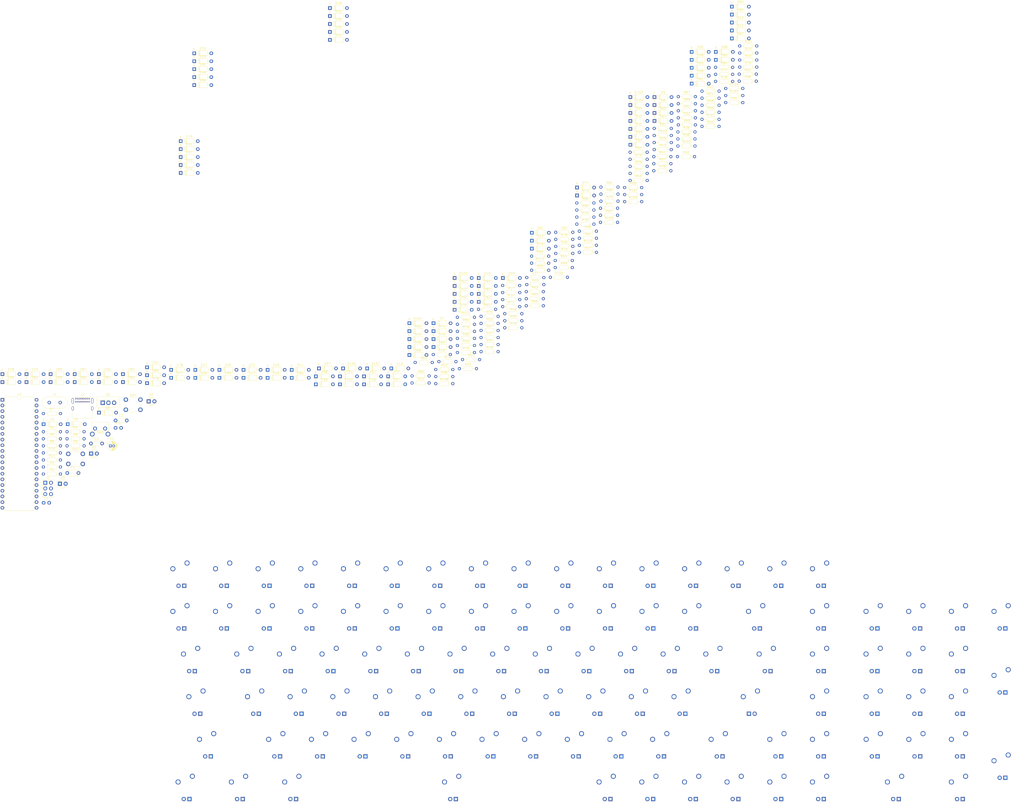
<source format=kicad_pcb>
(kicad_pcb (version 20171130) (host pcbnew "(5.1.5)-3")
  (layers (0 F.Cu signal) (31 B.Cu signal) (34 B.Paste user) (35 F.Paste user) (36 B.SilkS user) (37 F.SilkS user) (38 B.Mask user) (39 F.Mask user) (44 Edge.Cuts user))
  (net 0 "")
  (net 1 GND)
  (net 2 +5V)
  (net 3 "Net-(C4-Pad1)")
  (net 4 "Net-(C5-Pad1)")
  (net 5 CAPSLOCK)
  (net 6 "Net-(D1-Pad1)")
  (net 7 NUMLOCK)
  (net 8 "Net-(D2-Pad1)")
  (net 9 "Net-(D3-Pad1)")
  (net 10 "Net-(D4-Pad1)")
  (net 11 "Net-(D5-Pad1)")
  (net 12 "Net-(D6-Pad2)")
  (net 13 row0)
  (net 14 "Net-(D7-Pad2)")
  (net 15 "Net-(D8-Pad2)")
  (net 16 "Net-(D9-Pad2)")
  (net 17 "Net-(D10-Pad2)")
  (net 18 "Net-(D11-Pad2)")
  (net 19 "Net-(D12-Pad2)")
  (net 20 "Net-(D13-Pad2)")
  (net 21 "Net-(D14-Pad2)")
  (net 22 "Net-(D15-Pad2)")
  (net 23 "Net-(D16-Pad2)")
  (net 24 "Net-(D17-Pad2)")
  (net 25 "Net-(D18-Pad2)")
  (net 26 "Net-(D19-Pad2)")
  (net 27 "Net-(D20-Pad2)")
  (net 28 "Net-(D21-Pad2)")
  (net 29 "Net-(D22-Pad2)")
  (net 30 row1)
  (net 31 "Net-(D23-Pad2)")
  (net 32 "Net-(D24-Pad2)")
  (net 33 "Net-(D25-Pad2)")
  (net 34 "Net-(D26-Pad2)")
  (net 35 "Net-(D27-Pad2)")
  (net 36 "Net-(D28-Pad2)")
  (net 37 "Net-(D29-Pad2)")
  (net 38 "Net-(D30-Pad2)")
  (net 39 "Net-(D31-Pad2)")
  (net 40 "Net-(D32-Pad2)")
  (net 41 "Net-(D33-Pad2)")
  (net 42 "Net-(D34-Pad2)")
  (net 43 "Net-(D35-Pad2)")
  (net 44 "Net-(D36-Pad2)")
  (net 45 "Net-(D37-Pad2)")
  (net 46 "Net-(D38-Pad2)")
  (net 47 "Net-(D39-Pad2)")
  (net 48 "Net-(D40-Pad2)")
  (net 49 "Net-(D41-Pad2)")
  (net 50 row2)
  (net 51 "Net-(D42-Pad2)")
  (net 52 "Net-(D43-Pad2)")
  (net 53 "Net-(D44-Pad2)")
  (net 54 "Net-(D45-Pad2)")
  (net 55 "Net-(D46-Pad2)")
  (net 56 "Net-(D47-Pad2)")
  (net 57 "Net-(D48-Pad2)")
  (net 58 "Net-(D49-Pad2)")
  (net 59 "Net-(D50-Pad2)")
  (net 60 "Net-(D51-Pad2)")
  (net 61 "Net-(D52-Pad2)")
  (net 62 "Net-(D53-Pad2)")
  (net 63 "Net-(D54-Pad2)")
  (net 64 "Net-(D55-Pad2)")
  (net 65 "Net-(D56-Pad2)")
  (net 66 "Net-(D57-Pad2)")
  (net 67 "Net-(D58-Pad2)")
  (net 68 "Net-(D59-Pad2)")
  (net 69 "Net-(D60-Pad2)")
  (net 70 "Net-(D61-Pad2)")
  (net 71 row3)
  (net 72 "Net-(D62-Pad2)")
  (net 73 "Net-(D63-Pad2)")
  (net 74 "Net-(D64-Pad2)")
  (net 75 "Net-(D65-Pad2)")
  (net 76 "Net-(D66-Pad2)")
  (net 77 "Net-(D67-Pad2)")
  (net 78 "Net-(D68-Pad2)")
  (net 79 "Net-(D69-Pad2)")
  (net 80 "Net-(D70-Pad2)")
  (net 81 "Net-(D71-Pad2)")
  (net 82 "Net-(D72-Pad2)")
  (net 83 "Net-(D73-Pad2)")
  (net 84 "Net-(D74-Pad2)")
  (net 85 "Net-(D75-Pad2)")
  (net 86 "Net-(D76-Pad2)")
  (net 87 "Net-(D77-Pad2)")
  (net 88 "Net-(D78-Pad2)")
  (net 89 row4)
  (net 90 "Net-(D79-Pad2)")
  (net 91 "Net-(D80-Pad2)")
  (net 92 "Net-(D81-Pad2)")
  (net 93 "Net-(D82-Pad2)")
  (net 94 "Net-(D83-Pad2)")
  (net 95 "Net-(D84-Pad2)")
  (net 96 "Net-(D85-Pad2)")
  (net 97 "Net-(D86-Pad2)")
  (net 98 "Net-(D87-Pad2)")
  (net 99 "Net-(D88-Pad2)")
  (net 100 "Net-(D89-Pad2)")
  (net 101 "Net-(D90-Pad2)")
  (net 102 "Net-(D91-Pad2)")
  (net 103 "Net-(D92-Pad2)")
  (net 104 "Net-(D93-Pad2)")
  (net 105 "Net-(D94-Pad2)")
  (net 106 "Net-(D95-Pad2)")
  (net 107 "Net-(D96-Pad2)")
  (net 108 row5)
  (net 109 "Net-(D97-Pad2)")
  (net 110 "Net-(D98-Pad2)")
  (net 111 "Net-(D99-Pad2)")
  (net 112 "Net-(D100-Pad2)")
  (net 113 "Net-(D101-Pad2)")
  (net 114 "Net-(D102-Pad2)")
  (net 115 "Net-(D103-Pad2)")
  (net 116 "Net-(D104-Pad2)")
  (net 117 "Net-(D105-Pad2)")
  (net 118 "Net-(D106-Pad2)")
  (net 119 "Net-(D107-Pad2)")
  (net 120 "Net-(F1-Pad2)")
  (net 121 RESET)
  (net 122 col5)
  (net 123 col7)
  (net 124 col6)
  (net 125 "Net-(J2-PadB5)")
  (net 126 "Net-(J2-PadB8)")
  (net 127 "Net-(J2-PadA8)")
  (net 128 "Net-(J2-PadA5)")
  (net 129 LEDGND)
  (net 130 "Net-(MX1-Pad3)")
  (net 131 col0)
  (net 132 "Net-(MX2-Pad3)")
  (net 133 col2)
  (net 134 "Net-(MX3-Pad3)")
  (net 135 col3)
  (net 136 "Net-(MX4-Pad3)")
  (net 137 col4)
  (net 138 "Net-(MX5-Pad3)")
  (net 139 "Net-(MX6-Pad3)")
  (net 140 "Net-(MX7-Pad3)")
  (net 141 "Net-(MX8-Pad3)")
  (net 142 col8)
  (net 143 "Net-(MX9-Pad3)")
  (net 144 col9)
  (net 145 "Net-(MX10-Pad3)")
  (net 146 col10)
  (net 147 "Net-(MX11-Pad3)")
  (net 148 col11)
  (net 149 "Net-(MX12-Pad3)")
  (net 150 col12)
  (net 151 "Net-(MX13-Pad3)")
  (net 152 col13)
  (net 153 "Net-(MX14-Pad3)")
  (net 154 col14)
  (net 155 "Net-(MX15-Pad3)")
  (net 156 col15)
  (net 157 "Net-(MX16-Pad3)")
  (net 158 "Net-(MX17-Pad3)")
  (net 159 col1)
  (net 160 "Net-(MX18-Pad3)")
  (net 161 "Net-(MX19-Pad3)")
  (net 162 "Net-(MX20-Pad3)")
  (net 163 "Net-(MX21-Pad3)")
  (net 164 "Net-(MX22-Pad3)")
  (net 165 "Net-(MX23-Pad3)")
  (net 166 "Net-(MX24-Pad3)")
  (net 167 "Net-(MX25-Pad3)")
  (net 168 "Net-(MX26-Pad3)")
  (net 169 "Net-(MX27-Pad3)")
  (net 170 "Net-(MX28-Pad3)")
  (net 171 "Net-(MX29-Pad3)")
  (net 172 "Net-(MX30-Pad3)")
  (net 173 "Net-(MX31-Pad3)")
  (net 174 col16)
  (net 175 "Net-(MX32-Pad3)")
  (net 176 col17)
  (net 177 "Net-(MX33-Pad3)")
  (net 178 col18)
  (net 179 "Net-(MX34-Pad3)")
  (net 180 col19)
  (net 181 "Net-(MX35-Pad3)")
  (net 182 "Net-(MX36-Pad3)")
  (net 183 "Net-(MX37-Pad3)")
  (net 184 "Net-(MX38-Pad3)")
  (net 185 "Net-(MX39-Pad3)")
  (net 186 "Net-(MX40-Pad3)")
  (net 187 "Net-(MX41-Pad3)")
  (net 188 "Net-(MX42-Pad3)")
  (net 189 "Net-(MX43-Pad3)")
  (net 190 "Net-(MX44-Pad3)")
  (net 191 "Net-(MX45-Pad3)")
  (net 192 "Net-(MX46-Pad3)")
  (net 193 "Net-(MX47-Pad3)")
  (net 194 "Net-(MX48-Pad3)")
  (net 195 "Net-(MX49-Pad3)")
  (net 196 "Net-(MX50-Pad3)")
  (net 197 "Net-(MX51-Pad3)")
  (net 198 "Net-(MX52-Pad3)")
  (net 199 "Net-(MX53-Pad3)")
  (net 200 "Net-(MX54-Pad3)")
  (net 201 "Net-(MX55-Pad3)")
  (net 202 "Net-(MX56-Pad3)")
  (net 203 "Net-(MX57-Pad3)")
  (net 204 "Net-(MX58-Pad3)")
  (net 205 "Net-(MX59-Pad3)")
  (net 206 "Net-(MX60-Pad3)")
  (net 207 "Net-(MX61-Pad3)")
  (net 208 "Net-(MX62-Pad3)")
  (net 209 "Net-(MX63-Pad3)")
  (net 210 "Net-(MX64-Pad3)")
  (net 211 "Net-(MX65-Pad3)")
  (net 212 "Net-(MX66-Pad3)")
  (net 213 "Net-(MX67-Pad3)")
  (net 214 "Net-(MX68-Pad3)")
  (net 215 "Net-(MX69-Pad3)")
  (net 216 "Net-(MX70-Pad3)")
  (net 217 "Net-(MX71-Pad3)")
  (net 218 "Net-(MX72-Pad3)")
  (net 219 "Net-(MX73-Pad3)")
  (net 220 "Net-(MX74-Pad3)")
  (net 221 "Net-(MX75-Pad3)")
  (net 222 "Net-(MX76-Pad3)")
  (net 223 "Net-(MX77-Pad3)")
  (net 224 "Net-(MX78-Pad3)")
  (net 225 "Net-(MX79-Pad3)")
  (net 226 "Net-(MX80-Pad3)")
  (net 227 "Net-(MX81-Pad3)")
  (net 228 "Net-(MX82-Pad3)")
  (net 229 "Net-(MX83-Pad3)")
  (net 230 "Net-(MX84-Pad3)")
  (net 231 "Net-(MX85-Pad3)")
  (net 232 "Net-(MX86-Pad3)")
  (net 233 "Net-(MX87-Pad3)")
  (net 234 "Net-(MX88-Pad3)")
  (net 235 "Net-(MX89-Pad3)")
  (net 236 "Net-(MX90-Pad3)")
  (net 237 "Net-(MX91-Pad3)")
  (net 238 "Net-(MX92-Pad3)")
  (net 239 "Net-(MX93-Pad3)")
  (net 240 "Net-(MX94-Pad3)")
  (net 241 "Net-(MX95-Pad3)")
  (net 242 "Net-(MX96-Pad3)")
  (net 243 "Net-(MX97-Pad3)")
  (net 244 "Net-(MX98-Pad3)")
  (net 245 "Net-(MX99-Pad3)")
  (net 246 "Net-(MX100-Pad3)")
  (net 247 "Net-(MX101-Pad3)")
  (net 248 "Net-(Q1-Pad2)")
  (net 249 LEDPWM)
  (net 250 D-)
  (net 251 D+)
  (net 252 BOOT)
  (net 253 "Net-(U1-Pad32)")
  (module Crystal:Crystal_HC49-4H_Vertical (layer F.Cu) (at 93.505199 112.88)
    (fp_text reference Y1 (at 2.44 -3.525) (layer F.SilkS))
    (fp_text value Crystal)
    (pad 2 thru_hole circle (at 4.88 0) (size 1.5 1.5) (drill 0.8) (layers *.Cu *.Mask) (net 3 "Net-(C4-Pad1)"))
    (pad 1 thru_hole circle (at 0 0) (size 1.5 1.5) (drill 0.8) (layers *.Cu *.Mask) (net 4 "Net-(C5-Pad1)"))
  )
  (module Package_DIP:DIP-40_W15.24mm (layer F.Cu) (at 72.555199 111.63)
    (fp_text reference U1 (at 7.62 -2.33) (layer F.SilkS))
    (fp_text value ATmega32-16PU)
    (pad 40 thru_hole oval (at 15.24 0) (size 1.6 1.6) (drill 0.8) (layers *.Cu *.Mask) (net 13 row0))
    (pad 20 thru_hole oval (at 0 48.26) (size 1.6 1.6) (drill 0.8) (layers *.Cu *.Mask) (net 148 col11))
    (pad 39 thru_hole oval (at 15.24 2.54) (size 1.6 1.6) (drill 0.8) (layers *.Cu *.Mask) (net 30 row1))
    (pad 19 thru_hole oval (at 0 45.72) (size 1.6 1.6) (drill 0.8) (layers *.Cu *.Mask) (net 146 col10))
    (pad 38 thru_hole oval (at 15.24 5.08) (size 1.6 1.6) (drill 0.8) (layers *.Cu *.Mask) (net 50 row2))
    (pad 18 thru_hole oval (at 0 43.18) (size 1.6 1.6) (drill 0.8) (layers *.Cu *.Mask) (net 249 LEDPWM))
    (pad 37 thru_hole oval (at 15.24 7.62) (size 1.6 1.6) (drill 0.8) (layers *.Cu *.Mask) (net 71 row3))
    (pad 17 thru_hole oval (at 0 40.64) (size 1.6 1.6) (drill 0.8) (layers *.Cu *.Mask) (net 250 D-))
    (pad 36 thru_hole oval (at 15.24 10.16) (size 1.6 1.6) (drill 0.8) (layers *.Cu *.Mask) (net 89 row4))
    (pad 16 thru_hole oval (at 0 38.1) (size 1.6 1.6) (drill 0.8) (layers *.Cu *.Mask) (net 251 D+))
    (pad 35 thru_hole oval (at 15.24 12.7) (size 1.6 1.6) (drill 0.8) (layers *.Cu *.Mask) (net 108 row5))
    (pad 15 thru_hole oval (at 0 35.56) (size 1.6 1.6) (drill 0.8) (layers *.Cu *.Mask) (net 144 col9))
    (pad 34 thru_hole oval (at 15.24 15.24) (size 1.6 1.6) (drill 0.8) (layers *.Cu *.Mask) (net 5 CAPSLOCK))
    (pad 14 thru_hole oval (at 0 33.02) (size 1.6 1.6) (drill 0.8) (layers *.Cu *.Mask) (net 142 col8))
    (pad 33 thru_hole oval (at 15.24 17.78) (size 1.6 1.6) (drill 0.8) (layers *.Cu *.Mask) (net 7 NUMLOCK))
    (pad 13 thru_hole oval (at 0 30.48) (size 1.6 1.6) (drill 0.8) (layers *.Cu *.Mask) (net 3 "Net-(C4-Pad1)"))
    (pad 32 thru_hole oval (at 15.24 20.32) (size 1.6 1.6) (drill 0.8) (layers *.Cu *.Mask) (net 253 "Net-(U1-Pad32)"))
    (pad 12 thru_hole oval (at 0 27.94) (size 1.6 1.6) (drill 0.8) (layers *.Cu *.Mask) (net 4 "Net-(C5-Pad1)"))
    (pad 31 thru_hole oval (at 15.24 22.86) (size 1.6 1.6) (drill 0.8) (layers *.Cu *.Mask) (net 1 GND))
    (pad 11 thru_hole oval (at 0 25.4) (size 1.6 1.6) (drill 0.8) (layers *.Cu *.Mask) (net 1 GND))
    (pad 30 thru_hole oval (at 15.24 25.4) (size 1.6 1.6) (drill 0.8) (layers *.Cu *.Mask) (net 2 +5V))
    (pad 10 thru_hole oval (at 0 22.86) (size 1.6 1.6) (drill 0.8) (layers *.Cu *.Mask) (net 2 +5V))
    (pad 29 thru_hole oval (at 15.24 27.94) (size 1.6 1.6) (drill 0.8) (layers *.Cu *.Mask) (net 150 col12))
    (pad 9 thru_hole oval (at 0 20.32) (size 1.6 1.6) (drill 0.8) (layers *.Cu *.Mask) (net 121 RESET))
    (pad 28 thru_hole oval (at 15.24 30.48) (size 1.6 1.6) (drill 0.8) (layers *.Cu *.Mask) (net 152 col13))
    (pad 8 thru_hole oval (at 0 17.78) (size 1.6 1.6) (drill 0.8) (layers *.Cu *.Mask) (net 123 col7))
    (pad 27 thru_hole oval (at 15.24 33.02) (size 1.6 1.6) (drill 0.8) (layers *.Cu *.Mask) (net 154 col14))
    (pad 7 thru_hole oval (at 0 15.24) (size 1.6 1.6) (drill 0.8) (layers *.Cu *.Mask) (net 124 col6))
    (pad 26 thru_hole oval (at 15.24 35.56) (size 1.6 1.6) (drill 0.8) (layers *.Cu *.Mask) (net 156 col15))
    (pad 6 thru_hole oval (at 0 12.7) (size 1.6 1.6) (drill 0.8) (layers *.Cu *.Mask) (net 122 col5))
    (pad 25 thru_hole oval (at 15.24 38.1) (size 1.6 1.6) (drill 0.8) (layers *.Cu *.Mask) (net 174 col16))
    (pad 5 thru_hole oval (at 0 10.16) (size 1.6 1.6) (drill 0.8) (layers *.Cu *.Mask) (net 137 col4))
    (pad 24 thru_hole oval (at 15.24 40.64) (size 1.6 1.6) (drill 0.8) (layers *.Cu *.Mask) (net 176 col17))
    (pad 4 thru_hole oval (at 0 7.62) (size 1.6 1.6) (drill 0.8) (layers *.Cu *.Mask) (net 135 col3))
    (pad 23 thru_hole oval (at 15.24 43.18) (size 1.6 1.6) (drill 0.8) (layers *.Cu *.Mask) (net 178 col18))
    (pad 3 thru_hole oval (at 0 5.08) (size 1.6 1.6) (drill 0.8) (layers *.Cu *.Mask) (net 133 col2))
    (pad 22 thru_hole oval (at 15.24 45.72) (size 1.6 1.6) (drill 0.8) (layers *.Cu *.Mask) (net 180 col19))
    (pad 2 thru_hole oval (at 0 2.54) (size 1.6 1.6) (drill 0.8) (layers *.Cu *.Mask) (net 159 col1))
    (pad 21 thru_hole oval (at 15.24 48.26) (size 1.6 1.6) (drill 0.8) (layers *.Cu *.Mask) (net 252 BOOT))
    (pad 1 thru_hole rect (at 0 0) (size 1.6 1.6) (drill 0.8) (layers *.Cu *.Mask) (net 131 col0))
  )
  (module Button_Switch_THT:SW_Tactile_SPST_Angled_PTS645Vx31-2LFS (layer F.Cu) (at 113.945199 124.475)
    (fp_text reference SW3 (at 2.25 1.68) (layer F.SilkS))
    (fp_text value BL_STEP)
    (pad "" thru_hole circle (at -1.25 2.49) (size 2.1 2.1) (drill 1.3) (layers *.Cu *.Mask))
    (pad 1 thru_hole circle (at 0 0) (size 1.75 1.75) (drill 0.99) (layers *.Cu *.Mask) (net 159 col1))
    (pad 2 thru_hole circle (at 4.5 0) (size 1.75 1.75) (drill 0.99) (layers *.Cu *.Mask) (net 12 "Net-(D6-Pad2)"))
    (pad "" thru_hole circle (at 5.76 2.49) (size 2.1 2.1) (drill 1.3) (layers *.Cu *.Mask))
  )
  (module Button_Switch_THT:SW_PUSH_6mm (layer F.Cu) (at 101.975199 135.8)
    (fp_text reference SW2 (at 3.25 -2) (layer F.SilkS))
    (fp_text value BOOT)
    (pad 1 thru_hole circle (at 6.5 0 90) (size 2 2) (drill 1.1) (layers *.Cu *.Mask) (net 252 BOOT))
    (pad 2 thru_hole circle (at 6.5 4.5 90) (size 2 2) (drill 1.1) (layers *.Cu *.Mask) (net 1 GND))
    (pad 1 thru_hole circle (at 0 0 90) (size 2 2) (drill 1.1) (layers *.Cu *.Mask) (net 252 BOOT))
    (pad 2 thru_hole circle (at 0 4.5 90) (size 2 2) (drill 1.1) (layers *.Cu *.Mask) (net 1 GND))
  )
  (module Button_Switch_THT:SW_PUSH_6mm (layer F.Cu) (at 127.705199 111.58)
    (fp_text reference SW1 (at 3.25 -2) (layer F.SilkS))
    (fp_text value RESET)
    (pad 1 thru_hole circle (at 6.5 0 90) (size 2 2) (drill 1.1) (layers *.Cu *.Mask) (net 121 RESET))
    (pad 2 thru_hole circle (at 6.5 4.5 90) (size 2 2) (drill 1.1) (layers *.Cu *.Mask) (net 1 GND))
    (pad 1 thru_hole circle (at 0 0 90) (size 2 2) (drill 1.1) (layers *.Cu *.Mask) (net 121 RESET))
    (pad 2 thru_hole circle (at 0 4.5 90) (size 2 2) (drill 1.1) (layers *.Cu *.Mask) (net 1 GND))
  )
  (module Resistor_THT:R_Axial_DIN0204_L3.6mm_D1.6mm_P7.62mm_Horizontal (layer F.Cu) (at 308.935199 50.63)
    (fp_text reference R112 (at 3.81 -1.92) (layer F.SilkS))
    (fp_text value 470)
    (pad 2 thru_hole oval (at 7.62 0) (size 1.4 1.4) (drill 0.7) (layers *.Cu *.Mask) (net 2 +5V))
    (pad 1 thru_hole circle (at 0 0) (size 1.4 1.4) (drill 0.7) (layers *.Cu *.Mask) (net 247 "Net-(MX101-Pad3)"))
  )
  (module Resistor_THT:R_Axial_DIN0204_L3.6mm_D1.6mm_P7.62mm_Horizontal (layer F.Cu) (at 275.795199 74.78)
    (fp_text reference R111 (at 3.81 -1.92) (layer F.SilkS))
    (fp_text value 470)
    (pad 2 thru_hole oval (at 7.62 0) (size 1.4 1.4) (drill 0.7) (layers *.Cu *.Mask) (net 2 +5V))
    (pad 1 thru_hole circle (at 0 0) (size 1.4 1.4) (drill 0.7) (layers *.Cu *.Mask) (net 246 "Net-(MX100-Pad3)"))
  )
  (module Resistor_THT:R_Axial_DIN0204_L3.6mm_D1.6mm_P7.62mm_Horizontal (layer F.Cu) (at 330.275199 42.63)
    (fp_text reference R110 (at 3.81 -1.92) (layer F.SilkS))
    (fp_text value 470)
    (pad 2 thru_hole oval (at 7.62 0) (size 1.4 1.4) (drill 0.7) (layers *.Cu *.Mask) (net 2 +5V))
    (pad 1 thru_hole circle (at 0 0) (size 1.4 1.4) (drill 0.7) (layers *.Cu *.Mask) (net 245 "Net-(MX99-Pad3)"))
  )
  (module Resistor_THT:R_Axial_DIN0204_L3.6mm_D1.6mm_P7.62mm_Horizontal (layer F.Cu) (at 395.625199 -27.42)
    (fp_text reference R109 (at 3.81 -1.92) (layer F.SilkS))
    (fp_text value 470)
    (pad 2 thru_hole oval (at 7.62 0) (size 1.4 1.4) (drill 0.7) (layers *.Cu *.Mask) (net 2 +5V))
    (pad 1 thru_hole circle (at 0 0) (size 1.4 1.4) (drill 0.7) (layers *.Cu *.Mask) (net 244 "Net-(MX98-Pad3)"))
  )
  (module Resistor_THT:R_Axial_DIN0204_L3.6mm_D1.6mm_P7.62mm_Horizontal (layer F.Cu) (at 266.115199 104.43)
    (fp_text reference R108 (at 3.81 -1.92) (layer F.SilkS))
    (fp_text value 470)
    (pad 2 thru_hole oval (at 7.62 0) (size 1.4 1.4) (drill 0.7) (layers *.Cu *.Mask) (net 2 +5V))
    (pad 1 thru_hole circle (at 0 0) (size 1.4 1.4) (drill 0.7) (layers *.Cu *.Mask) (net 243 "Net-(MX97-Pad3)"))
  )
  (module Resistor_THT:R_Axial_DIN0204_L3.6mm_D1.6mm_P7.62mm_Horizontal (layer F.Cu) (at 350.475199 19.98)
    (fp_text reference R107 (at 3.81 -1.92) (layer F.SilkS))
    (fp_text value 470)
    (pad 2 thru_hole oval (at 7.62 0) (size 1.4 1.4) (drill 0.7) (layers *.Cu *.Mask) (net 2 +5V))
    (pad 1 thru_hole circle (at 0 0) (size 1.4 1.4) (drill 0.7) (layers *.Cu *.Mask) (net 242 "Net-(MX96-Pad3)"))
  )
  (module Resistor_THT:R_Axial_DIN0204_L3.6mm_D1.6mm_P7.62mm_Horizontal (layer F.Cu) (at 317.335199 56.93)
    (fp_text reference R106 (at 3.81 -1.92) (layer F.SilkS))
    (fp_text value 470)
    (pad 2 thru_hole oval (at 7.62 0) (size 1.4 1.4) (drill 0.7) (layers *.Cu *.Mask) (net 2 +5V))
    (pad 1 thru_hole circle (at 0 0) (size 1.4 1.4) (drill 0.7) (layers *.Cu *.Mask) (net 241 "Net-(MX95-Pad3)"))
  )
  (module Resistor_THT:R_Axial_DIN0204_L3.6mm_D1.6mm_P7.62mm_Horizontal (layer F.Cu) (at 350.475199 23.13)
    (fp_text reference R105 (at 3.81 -1.92) (layer F.SilkS))
    (fp_text value 470)
    (pad 2 thru_hole oval (at 7.62 0) (size 1.4 1.4) (drill 0.7) (layers *.Cu *.Mask) (net 2 +5V))
    (pad 1 thru_hole circle (at 0 0) (size 1.4 1.4) (drill 0.7) (layers *.Cu *.Mask) (net 240 "Net-(MX94-Pad3)"))
  )
  (module Resistor_THT:R_Axial_DIN0204_L3.6mm_D1.6mm_P7.62mm_Horizontal (layer F.Cu) (at 395.625199 -24.27)
    (fp_text reference R104 (at 3.81 -1.92) (layer F.SilkS))
    (fp_text value 470)
    (pad 2 thru_hole oval (at 7.62 0) (size 1.4 1.4) (drill 0.7) (layers *.Cu *.Mask) (net 2 +5V))
    (pad 1 thru_hole circle (at 0 0) (size 1.4 1.4) (drill 0.7) (layers *.Cu *.Mask) (net 239 "Net-(MX93-Pad3)"))
  )
  (module Resistor_THT:R_Axial_DIN0204_L3.6mm_D1.6mm_P7.62mm_Horizontal (layer F.Cu) (at 363.715199 -6.42)
    (fp_text reference R103 (at 3.81 -1.92) (layer F.SilkS))
    (fp_text value 470)
    (pad 2 thru_hole oval (at 7.62 0) (size 1.4 1.4) (drill 0.7) (layers *.Cu *.Mask) (net 2 +5V))
    (pad 1 thru_hole circle (at 0 0) (size 1.4 1.4) (drill 0.7) (layers *.Cu *.Mask) (net 238 "Net-(MX92-Pad3)"))
  )
  (module Resistor_THT:R_Axial_DIN0204_L3.6mm_D1.6mm_P7.62mm_Horizontal (layer F.Cu) (at 374.285199 -1.72)
    (fp_text reference R102 (at 3.81 -1.92) (layer F.SilkS))
    (fp_text value 470)
    (pad 2 thru_hole oval (at 7.62 0) (size 1.4 1.4) (drill 0.7) (layers *.Cu *.Mask) (net 2 +5V))
    (pad 1 thru_hole circle (at 0 0) (size 1.4 1.4) (drill 0.7) (layers *.Cu *.Mask) (net 237 "Net-(MX91-Pad3)"))
  )
  (module Resistor_THT:R_Axial_DIN0204_L3.6mm_D1.6mm_P7.62mm_Horizontal (layer F.Cu) (at 385.055199 -13.62)
    (fp_text reference R101 (at 3.81 -1.92) (layer F.SilkS))
    (fp_text value 470)
    (pad 2 thru_hole oval (at 7.62 0) (size 1.4 1.4) (drill 0.7) (layers *.Cu *.Mask) (net 2 +5V))
    (pad 1 thru_hole circle (at 0 0) (size 1.4 1.4) (drill 0.7) (layers *.Cu *.Mask) (net 236 "Net-(MX90-Pad3)"))
  )
  (module Resistor_THT:R_Axial_DIN0204_L3.6mm_D1.6mm_P7.62mm_Horizontal (layer F.Cu) (at 339.705199 32.38)
    (fp_text reference R100 (at 3.81 -1.92) (layer F.SilkS))
    (fp_text value 470)
    (pad 2 thru_hole oval (at 7.62 0) (size 1.4 1.4) (drill 0.7) (layers *.Cu *.Mask) (net 2 +5V))
    (pad 1 thru_hole circle (at 0 0) (size 1.4 1.4) (drill 0.7) (layers *.Cu *.Mask) (net 235 "Net-(MX89-Pad3)"))
  )
  (module Resistor_THT:R_Axial_DIN0204_L3.6mm_D1.6mm_P7.62mm_Horizontal (layer F.Cu) (at 319.505199 52.58)
    (fp_text reference R99 (at 3.81 -1.92) (layer F.SilkS))
    (fp_text value 470)
    (pad 2 thru_hole oval (at 7.62 0) (size 1.4 1.4) (drill 0.7) (layers *.Cu *.Mask) (net 2 +5V))
    (pad 1 thru_hole circle (at 0 0) (size 1.4 1.4) (drill 0.7) (layers *.Cu *.Mask) (net 234 "Net-(MX88-Pad3)"))
  )
  (module Resistor_THT:R_Axial_DIN0204_L3.6mm_D1.6mm_P7.62mm_Horizontal (layer F.Cu) (at 401.685199 -30.67)
    (fp_text reference R98 (at 3.81 -1.92) (layer F.SilkS))
    (fp_text value 470)
    (pad 2 thru_hole oval (at 7.62 0) (size 1.4 1.4) (drill 0.7) (layers *.Cu *.Mask) (net 2 +5V))
    (pad 1 thru_hole circle (at 0 0) (size 1.4 1.4) (drill 0.7) (layers *.Cu *.Mask) (net 233 "Net-(MX87-Pad3)"))
  )
  (module Resistor_THT:R_Axial_DIN0204_L3.6mm_D1.6mm_P7.62mm_Horizontal (layer F.Cu) (at 306.565199 66.48)
    (fp_text reference R97 (at 3.81 -1.92) (layer F.SilkS))
    (fp_text value 470)
    (pad 2 thru_hole oval (at 7.62 0) (size 1.4 1.4) (drill 0.7) (layers *.Cu *.Mask) (net 2 +5V))
    (pad 1 thru_hole circle (at 0 0) (size 1.4 1.4) (drill 0.7) (layers *.Cu *.Mask) (net 232 "Net-(MX86-Pad3)"))
  )
  (module Resistor_THT:R_Axial_DIN0204_L3.6mm_D1.6mm_P7.62mm_Horizontal (layer F.Cu) (at 266.115199 101.28)
    (fp_text reference R96 (at 3.81 -1.92) (layer F.SilkS))
    (fp_text value 470)
    (pad 2 thru_hole oval (at 7.62 0) (size 1.4 1.4) (drill 0.7) (layers *.Cu *.Mask) (net 2 +5V))
    (pad 1 thru_hole circle (at 0 0) (size 1.4 1.4) (drill 0.7) (layers *.Cu *.Mask) (net 231 "Net-(MX85-Pad3)"))
  )
  (module Resistor_THT:R_Axial_DIN0204_L3.6mm_D1.6mm_P7.62mm_Horizontal (layer F.Cu) (at 286.365199 86.98)
    (fp_text reference R95 (at 3.81 -1.92) (layer F.SilkS))
    (fp_text value 470)
    (pad 2 thru_hole oval (at 7.62 0) (size 1.4 1.4) (drill 0.7) (layers *.Cu *.Mask) (net 2 +5V))
    (pad 1 thru_hole circle (at 0 0) (size 1.4 1.4) (drill 0.7) (layers *.Cu *.Mask) (net 230 "Net-(MX84-Pad3)"))
  )
  (module Resistor_THT:R_Axial_DIN0204_L3.6mm_D1.6mm_P7.62mm_Horizontal (layer F.Cu) (at 275.795199 77.93)
    (fp_text reference R94 (at 3.81 -1.92) (layer F.SilkS))
    (fp_text value 470)
    (pad 2 thru_hole oval (at 7.62 0) (size 1.4 1.4) (drill 0.7) (layers *.Cu *.Mask) (net 2 +5V))
    (pad 1 thru_hole circle (at 0 0) (size 1.4 1.4) (drill 0.7) (layers *.Cu *.Mask) (net 229 "Net-(MX83-Pad3)"))
  )
  (module Resistor_THT:R_Axial_DIN0204_L3.6mm_D1.6mm_P7.62mm_Horizontal (layer F.Cu) (at 285.225199 71.23)
    (fp_text reference R93 (at 3.81 -1.92) (layer F.SilkS))
    (fp_text value 470)
    (pad 2 thru_hole oval (at 7.62 0) (size 1.4 1.4) (drill 0.7) (layers *.Cu *.Mask) (net 2 +5V))
    (pad 1 thru_hole circle (at 0 0) (size 1.4 1.4) (drill 0.7) (layers *.Cu *.Mask) (net 228 "Net-(MX82-Pad3)"))
  )
  (module Resistor_THT:R_Axial_DIN0204_L3.6mm_D1.6mm_P7.62mm_Horizontal (layer F.Cu) (at 352.945199 1.08)
    (fp_text reference R92 (at 3.81 -1.92) (layer F.SilkS))
    (fp_text value 470)
    (pad 2 thru_hole oval (at 7.62 0) (size 1.4 1.4) (drill 0.7) (layers *.Cu *.Mask) (net 2 +5V))
    (pad 1 thru_hole circle (at 0 0) (size 1.4 1.4) (drill 0.7) (layers *.Cu *.Mask) (net 227 "Net-(MX81-Pad3)"))
  )
  (module Resistor_THT:R_Axial_DIN0204_L3.6mm_D1.6mm_P7.62mm_Horizontal (layer F.Cu) (at 363.715199 -9.57)
    (fp_text reference R91 (at 3.81 -1.92) (layer F.SilkS))
    (fp_text value 470)
    (pad 2 thru_hole oval (at 7.62 0) (size 1.4 1.4) (drill 0.7) (layers *.Cu *.Mask) (net 2 +5V))
    (pad 1 thru_hole circle (at 0 0) (size 1.4 1.4) (drill 0.7) (layers *.Cu *.Mask) (net 226 "Net-(MX80-Pad3)"))
  )
  (module Resistor_THT:R_Axial_DIN0204_L3.6mm_D1.6mm_P7.62mm_Horizontal (layer F.Cu) (at 308.935199 47.48)
    (fp_text reference R90 (at 3.81 -1.92) (layer F.SilkS))
    (fp_text value 470)
    (pad 2 thru_hole oval (at 7.62 0) (size 1.4 1.4) (drill 0.7) (layers *.Cu *.Mask) (net 2 +5V))
    (pad 1 thru_hole circle (at 0 0) (size 1.4 1.4) (drill 0.7) (layers *.Cu *.Mask) (net 225 "Net-(MX79-Pad3)"))
  )
  (module Resistor_THT:R_Axial_DIN0204_L3.6mm_D1.6mm_P7.62mm_Horizontal (layer F.Cu) (at 374.485199 -20.62)
    (fp_text reference R89 (at 3.81 -1.92) (layer F.SilkS))
    (fp_text value 470)
    (pad 2 thru_hole oval (at 7.62 0) (size 1.4 1.4) (drill 0.7) (layers *.Cu *.Mask) (net 2 +5V))
    (pad 1 thru_hole circle (at 0 0) (size 1.4 1.4) (drill 0.7) (layers *.Cu *.Mask) (net 224 "Net-(MX78-Pad3)"))
  )
  (module Resistor_THT:R_Axial_DIN0204_L3.6mm_D1.6mm_P7.62mm_Horizontal (layer F.Cu) (at 255.545199 100.98)
    (fp_text reference R88 (at 3.81 -1.92) (layer F.SilkS))
    (fp_text value 470)
    (pad 2 thru_hole oval (at 7.62 0) (size 1.4 1.4) (drill 0.7) (layers *.Cu *.Mask) (net 2 +5V))
    (pad 1 thru_hole circle (at 0 0) (size 1.4 1.4) (drill 0.7) (layers *.Cu *.Mask) (net 223 "Net-(MX77-Pad3)"))
  )
  (module Resistor_THT:R_Axial_DIN0204_L3.6mm_D1.6mm_P7.62mm_Horizontal (layer F.Cu) (at 374.485199 -23.77)
    (fp_text reference R87 (at 3.81 -1.92) (layer F.SilkS))
    (fp_text value 470)
    (pad 2 thru_hole oval (at 7.62 0) (size 1.4 1.4) (drill 0.7) (layers *.Cu *.Mask) (net 2 +5V))
    (pad 1 thru_hole circle (at 0 0) (size 1.4 1.4) (drill 0.7) (layers *.Cu *.Mask) (net 222 "Net-(MX76-Pad3)"))
  )
  (module Resistor_THT:R_Axial_DIN0204_L3.6mm_D1.6mm_P7.62mm_Horizontal (layer F.Cu) (at 329.135199 23.73)
    (fp_text reference R86 (at 3.81 -1.92) (layer F.SilkS))
    (fp_text value 470)
    (pad 2 thru_hole oval (at 7.62 0) (size 1.4 1.4) (drill 0.7) (layers *.Cu *.Mask) (net 2 +5V))
    (pad 1 thru_hole circle (at 0 0) (size 1.4 1.4) (drill 0.7) (layers *.Cu *.Mask) (net 221 "Net-(MX75-Pad3)"))
  )
  (module Resistor_THT:R_Axial_DIN0204_L3.6mm_D1.6mm_P7.62mm_Horizontal (layer F.Cu) (at 329.135199 26.88)
    (fp_text reference R85 (at 3.81 -1.92) (layer F.SilkS))
    (fp_text value 470)
    (pad 2 thru_hole oval (at 7.62 0) (size 1.4 1.4) (drill 0.7) (layers *.Cu *.Mask) (net 2 +5V))
    (pad 1 thru_hole circle (at 0 0) (size 1.4 1.4) (drill 0.7) (layers *.Cu *.Mask) (net 220 "Net-(MX74-Pad3)"))
  )
  (module Resistor_THT:R_Axial_DIN0204_L3.6mm_D1.6mm_P7.62mm_Horizontal (layer F.Cu) (at 391.115199 -36.87)
    (fp_text reference R84 (at 3.81 -1.92) (layer F.SilkS))
    (fp_text value 470)
    (pad 2 thru_hole oval (at 7.62 0) (size 1.4 1.4) (drill 0.7) (layers *.Cu *.Mask) (net 2 +5V))
    (pad 1 thru_hole circle (at 0 0) (size 1.4 1.4) (drill 0.7) (layers *.Cu *.Mask) (net 219 "Net-(MX73-Pad3)"))
  )
  (module Resistor_THT:R_Axial_DIN0204_L3.6mm_D1.6mm_P7.62mm_Horizontal (layer F.Cu) (at 256.935199 94.98)
    (fp_text reference R83 (at 3.81 -1.92) (layer F.SilkS))
    (fp_text value 470)
    (pad 2 thru_hole oval (at 7.62 0) (size 1.4 1.4) (drill 0.7) (layers *.Cu *.Mask) (net 2 +5V))
    (pad 1 thru_hole circle (at 0 0) (size 1.4 1.4) (drill 0.7) (layers *.Cu *.Mask) (net 218 "Net-(MX72-Pad3)"))
  )
  (module Resistor_THT:R_Axial_DIN0204_L3.6mm_D1.6mm_P7.62mm_Horizontal (layer F.Cu) (at 319.705199 36.83)
    (fp_text reference R82 (at 3.81 -1.92) (layer F.SilkS))
    (fp_text value 470)
    (pad 2 thru_hole oval (at 7.62 0) (size 1.4 1.4) (drill 0.7) (layers *.Cu *.Mask) (net 2 +5V))
    (pad 1 thru_hole circle (at 0 0) (size 1.4 1.4) (drill 0.7) (layers *.Cu *.Mask) (net 217 "Net-(MX71-Pad3)"))
  )
  (module Resistor_THT:R_Axial_DIN0204_L3.6mm_D1.6mm_P7.62mm_Horizontal (layer F.Cu) (at 339.905199 16.63)
    (fp_text reference R81 (at 3.81 -1.92) (layer F.SilkS))
    (fp_text value 470)
    (pad 2 thru_hole oval (at 7.62 0) (size 1.4 1.4) (drill 0.7) (layers *.Cu *.Mask) (net 2 +5V))
    (pad 1 thru_hole circle (at 0 0) (size 1.4 1.4) (drill 0.7) (layers *.Cu *.Mask) (net 216 "Net-(MX70-Pad3)"))
  )
  (module Resistor_THT:R_Axial_DIN0204_L3.6mm_D1.6mm_P7.62mm_Horizontal (layer F.Cu) (at 339.905199 19.78)
    (fp_text reference R80 (at 3.81 -1.92) (layer F.SilkS))
    (fp_text value 470)
    (pad 2 thru_hole oval (at 7.62 0) (size 1.4 1.4) (drill 0.7) (layers *.Cu *.Mask) (net 2 +5V))
    (pad 1 thru_hole circle (at 0 0) (size 1.4 1.4) (drill 0.7) (layers *.Cu *.Mask) (net 215 "Net-(MX69-Pad3)"))
  )
  (module Resistor_THT:R_Axial_DIN0204_L3.6mm_D1.6mm_P7.62mm_Horizontal (layer F.Cu) (at 319.705199 39.98)
    (fp_text reference R79 (at 3.81 -1.92) (layer F.SilkS))
    (fp_text value 470)
    (pad 2 thru_hole oval (at 7.62 0) (size 1.4 1.4) (drill 0.7) (layers *.Cu *.Mask) (net 2 +5V))
    (pad 1 thru_hole circle (at 0 0) (size 1.4 1.4) (drill 0.7) (layers *.Cu *.Mask) (net 214 "Net-(MX68-Pad3)"))
  )
  (module Resistor_THT:R_Axial_DIN0204_L3.6mm_D1.6mm_P7.62mm_Horizontal (layer F.Cu) (at 275.795199 81.08)
    (fp_text reference R78 (at 3.81 -1.92) (layer F.SilkS))
    (fp_text value 470)
    (pad 2 thru_hole oval (at 7.62 0) (size 1.4 1.4) (drill 0.7) (layers *.Cu *.Mask) (net 2 +5V))
    (pad 1 thru_hole circle (at 0 0) (size 1.4 1.4) (drill 0.7) (layers *.Cu *.Mask) (net 213 "Net-(MX67-Pad3)"))
  )
  (module Resistor_THT:R_Axial_DIN0204_L3.6mm_D1.6mm_P7.62mm_Horizontal (layer F.Cu) (at 391.115199 -33.72)
    (fp_text reference R77 (at 3.81 -1.92) (layer F.SilkS))
    (fp_text value 470)
    (pad 2 thru_hole oval (at 7.62 0) (size 1.4 1.4) (drill 0.7) (layers *.Cu *.Mask) (net 2 +5V))
    (pad 1 thru_hole circle (at 0 0) (size 1.4 1.4) (drill 0.7) (layers *.Cu *.Mask) (net 212 "Net-(MX66-Pad3)"))
  )
  (module Resistor_THT:R_Axial_DIN0204_L3.6mm_D1.6mm_P7.62mm_Horizontal (layer F.Cu) (at 352.945199 4.23)
    (fp_text reference R76 (at 3.81 -1.92) (layer F.SilkS))
    (fp_text value 470)
    (pad 2 thru_hole oval (at 7.62 0) (size 1.4 1.4) (drill 0.7) (layers *.Cu *.Mask) (net 2 +5V))
    (pad 1 thru_hole circle (at 0 0) (size 1.4 1.4) (drill 0.7) (layers *.Cu *.Mask) (net 211 "Net-(MX65-Pad3)"))
  )
  (module Resistor_THT:R_Axial_DIN0204_L3.6mm_D1.6mm_P7.62mm_Horizontal (layer F.Cu) (at 363.515199 9.33)
    (fp_text reference R75 (at 3.81 -1.92) (layer F.SilkS))
    (fp_text value 470)
    (pad 2 thru_hole oval (at 7.62 0) (size 1.4 1.4) (drill 0.7) (layers *.Cu *.Mask) (net 2 +5V))
    (pad 1 thru_hole circle (at 0 0) (size 1.4 1.4) (drill 0.7) (layers *.Cu *.Mask) (net 210 "Net-(MX64-Pad3)"))
  )
  (module Resistor_THT:R_Axial_DIN0204_L3.6mm_D1.6mm_P7.62mm_Horizontal (layer F.Cu) (at 339.705199 26.08)
    (fp_text reference R74 (at 3.81 -1.92) (layer F.SilkS))
    (fp_text value 470)
    (pad 2 thru_hole oval (at 7.62 0) (size 1.4 1.4) (drill 0.7) (layers *.Cu *.Mask) (net 2 +5V))
    (pad 1 thru_hole circle (at 0 0) (size 1.4 1.4) (drill 0.7) (layers *.Cu *.Mask) (net 209 "Net-(MX63-Pad3)"))
  )
  (module Resistor_THT:R_Axial_DIN0204_L3.6mm_D1.6mm_P7.62mm_Horizontal (layer F.Cu) (at 319.705199 46.28)
    (fp_text reference R73 (at 3.81 -1.92) (layer F.SilkS))
    (fp_text value 470)
    (pad 2 thru_hole oval (at 7.62 0) (size 1.4 1.4) (drill 0.7) (layers *.Cu *.Mask) (net 2 +5V))
    (pad 1 thru_hole circle (at 0 0) (size 1.4 1.4) (drill 0.7) (layers *.Cu *.Mask) (net 208 "Net-(MX62-Pad3)"))
  )
  (module Resistor_THT:R_Axial_DIN0204_L3.6mm_D1.6mm_P7.62mm_Horizontal (layer F.Cu) (at 401.885199 -36.97)
    (fp_text reference R72 (at 3.81 -1.92) (layer F.SilkS))
    (fp_text value 470)
    (pad 2 thru_hole oval (at 7.62 0) (size 1.4 1.4) (drill 0.7) (layers *.Cu *.Mask) (net 2 +5V))
    (pad 1 thru_hole circle (at 0 0) (size 1.4 1.4) (drill 0.7) (layers *.Cu *.Mask) (net 207 "Net-(MX61-Pad3)"))
  )
  (module Resistor_THT:R_Axial_DIN0204_L3.6mm_D1.6mm_P7.62mm_Horizontal (layer F.Cu) (at 295.995199 70.03)
    (fp_text reference R71 (at 3.81 -1.92) (layer F.SilkS))
    (fp_text value 470)
    (pad 2 thru_hole oval (at 7.62 0) (size 1.4 1.4) (drill 0.7) (layers *.Cu *.Mask) (net 2 +5V))
    (pad 1 thru_hole circle (at 0 0) (size 1.4 1.4) (drill 0.7) (layers *.Cu *.Mask) (net 206 "Net-(MX60-Pad3)"))
  )
  (module Resistor_THT:R_Axial_DIN0204_L3.6mm_D1.6mm_P7.62mm_Horizontal (layer F.Cu) (at 275.795199 90.53)
    (fp_text reference R70 (at 3.81 -1.92) (layer F.SilkS))
    (fp_text value 470)
    (pad 2 thru_hole oval (at 7.62 0) (size 1.4 1.4) (drill 0.7) (layers *.Cu *.Mask) (net 2 +5V))
    (pad 1 thru_hole circle (at 0 0) (size 1.4 1.4) (drill 0.7) (layers *.Cu *.Mask) (net 205 "Net-(MX59-Pad3)"))
  )
  (module Resistor_THT:R_Axial_DIN0204_L3.6mm_D1.6mm_P7.62mm_Horizontal (layer F.Cu) (at 374.485199 -11.17)
    (fp_text reference R69 (at 3.81 -1.92) (layer F.SilkS))
    (fp_text value 470)
    (pad 2 thru_hole oval (at 7.62 0) (size 1.4 1.4) (drill 0.7) (layers *.Cu *.Mask) (net 2 +5V))
    (pad 1 thru_hole circle (at 0 0) (size 1.4 1.4) (drill 0.7) (layers *.Cu *.Mask) (net 204 "Net-(MX58-Pad3)"))
  )
  (module Resistor_THT:R_Axial_DIN0204_L3.6mm_D1.6mm_P7.62mm_Horizontal (layer F.Cu) (at 330.275199 36.33)
    (fp_text reference R68 (at 3.81 -1.92) (layer F.SilkS))
    (fp_text value 470)
    (pad 2 thru_hole oval (at 7.62 0) (size 1.4 1.4) (drill 0.7) (layers *.Cu *.Mask) (net 2 +5V))
    (pad 1 thru_hole circle (at 0 0) (size 1.4 1.4) (drill 0.7) (layers *.Cu *.Mask) (net 203 "Net-(MX57-Pad3)"))
  )
  (module Resistor_THT:R_Axial_DIN0204_L3.6mm_D1.6mm_P7.62mm_Horizontal (layer F.Cu) (at 286.365199 80.68)
    (fp_text reference R67 (at 3.81 -1.92) (layer F.SilkS))
    (fp_text value 470)
    (pad 2 thru_hole oval (at 7.62 0) (size 1.4 1.4) (drill 0.7) (layers *.Cu *.Mask) (net 2 +5V))
    (pad 1 thru_hole circle (at 0 0) (size 1.4 1.4) (drill 0.7) (layers *.Cu *.Mask) (net 202 "Net-(MX56-Pad3)"))
  )
  (module Resistor_THT:R_Axial_DIN0204_L3.6mm_D1.6mm_P7.62mm_Horizontal (layer F.Cu) (at 350.475199 16.83)
    (fp_text reference R66 (at 3.81 -1.92) (layer F.SilkS))
    (fp_text value 470)
    (pad 2 thru_hole oval (at 7.62 0) (size 1.4 1.4) (drill 0.7) (layers *.Cu *.Mask) (net 2 +5V))
    (pad 1 thru_hole circle (at 0 0) (size 1.4 1.4) (drill 0.7) (layers *.Cu *.Mask) (net 201 "Net-(MX55-Pad3)"))
  )
  (module Resistor_THT:R_Axial_DIN0204_L3.6mm_D1.6mm_P7.62mm_Horizontal (layer F.Cu) (at 286.365199 77.53)
    (fp_text reference R65 (at 3.81 -1.92) (layer F.SilkS))
    (fp_text value 470)
    (pad 2 thru_hole oval (at 7.62 0) (size 1.4 1.4) (drill 0.7) (layers *.Cu *.Mask) (net 2 +5V))
    (pad 1 thru_hole circle (at 0 0) (size 1.4 1.4) (drill 0.7) (layers *.Cu *.Mask) (net 200 "Net-(MX54-Pad3)"))
  )
  (module Resistor_THT:R_Axial_DIN0204_L3.6mm_D1.6mm_P7.62mm_Horizontal (layer F.Cu) (at 330.275199 39.48)
    (fp_text reference R64 (at 3.81 -1.92) (layer F.SilkS))
    (fp_text value 470)
    (pad 2 thru_hole oval (at 7.62 0) (size 1.4 1.4) (drill 0.7) (layers *.Cu *.Mask) (net 2 +5V))
    (pad 1 thru_hole circle (at 0 0) (size 1.4 1.4) (drill 0.7) (layers *.Cu *.Mask) (net 199 "Net-(MX53-Pad3)"))
  )
  (module Resistor_THT:R_Axial_DIN0204_L3.6mm_D1.6mm_P7.62mm_Horizontal (layer F.Cu) (at 306.565199 63.33)
    (fp_text reference R63 (at 3.81 -1.92) (layer F.SilkS))
    (fp_text value 470)
    (pad 2 thru_hole oval (at 7.62 0) (size 1.4 1.4) (drill 0.7) (layers *.Cu *.Mask) (net 2 +5V))
    (pad 1 thru_hole circle (at 0 0) (size 1.4 1.4) (drill 0.7) (layers *.Cu *.Mask) (net 198 "Net-(MX52-Pad3)"))
  )
  (module Resistor_THT:R_Axial_DIN0204_L3.6mm_D1.6mm_P7.62mm_Horizontal (layer F.Cu) (at 401.685199 -33.82)
    (fp_text reference R62 (at 3.81 -1.92) (layer F.SilkS))
    (fp_text value 470)
    (pad 2 thru_hole oval (at 7.62 0) (size 1.4 1.4) (drill 0.7) (layers *.Cu *.Mask) (net 2 +5V))
    (pad 1 thru_hole circle (at 0 0) (size 1.4 1.4) (drill 0.7) (layers *.Cu *.Mask) (net 197 "Net-(MX51-Pad3)"))
  )
  (module Resistor_THT:R_Axial_DIN0204_L3.6mm_D1.6mm_P7.62mm_Horizontal (layer F.Cu) (at 319.505199 49.43)
    (fp_text reference R61 (at 3.81 -1.92) (layer F.SilkS))
    (fp_text value 470)
    (pad 2 thru_hole oval (at 7.62 0) (size 1.4 1.4) (drill 0.7) (layers *.Cu *.Mask) (net 2 +5V))
    (pad 1 thru_hole circle (at 0 0) (size 1.4 1.4) (drill 0.7) (layers *.Cu *.Mask) (net 196 "Net-(MX50-Pad3)"))
  )
  (module Resistor_THT:R_Axial_DIN0204_L3.6mm_D1.6mm_P7.62mm_Horizontal (layer F.Cu) (at 339.705199 29.23)
    (fp_text reference R60 (at 3.81 -1.92) (layer F.SilkS))
    (fp_text value 470)
    (pad 2 thru_hole oval (at 7.62 0) (size 1.4 1.4) (drill 0.7) (layers *.Cu *.Mask) (net 2 +5V))
    (pad 1 thru_hole circle (at 0 0) (size 1.4 1.4) (drill 0.7) (layers *.Cu *.Mask) (net 195 "Net-(MX49-Pad3)"))
  )
  (module Resistor_THT:R_Axial_DIN0204_L3.6mm_D1.6mm_P7.62mm_Horizontal (layer F.Cu) (at 385.055199 -16.77)
    (fp_text reference R59 (at 3.81 -1.92) (layer F.SilkS))
    (fp_text value 470)
    (pad 2 thru_hole oval (at 7.62 0) (size 1.4 1.4) (drill 0.7) (layers *.Cu *.Mask) (net 2 +5V))
    (pad 1 thru_hole circle (at 0 0) (size 1.4 1.4) (drill 0.7) (layers *.Cu *.Mask) (net 194 "Net-(MX48-Pad3)"))
  )
  (module Resistor_THT:R_Axial_DIN0204_L3.6mm_D1.6mm_P7.62mm_Horizontal (layer F.Cu) (at 374.285199 -4.87)
    (fp_text reference R58 (at 3.81 -1.92) (layer F.SilkS))
    (fp_text value 470)
    (pad 2 thru_hole oval (at 7.62 0) (size 1.4 1.4) (drill 0.7) (layers *.Cu *.Mask) (net 2 +5V))
    (pad 1 thru_hole circle (at 0 0) (size 1.4 1.4) (drill 0.7) (layers *.Cu *.Mask) (net 193 "Net-(MX47-Pad3)"))
  )
  (module Resistor_THT:R_Axial_DIN0204_L3.6mm_D1.6mm_P7.62mm_Horizontal (layer F.Cu) (at 363.515199 6.18)
    (fp_text reference R57 (at 3.81 -1.92) (layer F.SilkS))
    (fp_text value 470)
    (pad 2 thru_hole oval (at 7.62 0) (size 1.4 1.4) (drill 0.7) (layers *.Cu *.Mask) (net 2 +5V))
    (pad 1 thru_hole circle (at 0 0) (size 1.4 1.4) (drill 0.7) (layers *.Cu *.Mask) (net 192 "Net-(MX46-Pad3)"))
  )
  (module Resistor_THT:R_Axial_DIN0204_L3.6mm_D1.6mm_P7.62mm_Horizontal (layer F.Cu) (at 306.565199 69.63)
    (fp_text reference R56 (at 3.81 -1.92) (layer F.SilkS))
    (fp_text value 470)
    (pad 2 thru_hole oval (at 7.62 0) (size 1.4 1.4) (drill 0.7) (layers *.Cu *.Mask) (net 2 +5V))
    (pad 1 thru_hole circle (at 0 0) (size 1.4 1.4) (drill 0.7) (layers *.Cu *.Mask) (net 191 "Net-(MX45-Pad3)"))
  )
  (module Resistor_THT:R_Axial_DIN0204_L3.6mm_D1.6mm_P7.62mm_Horizontal (layer F.Cu) (at 296.935199 76.33)
    (fp_text reference R55 (at 3.81 -1.92) (layer F.SilkS))
    (fp_text value 470)
    (pad 2 thru_hole oval (at 7.62 0) (size 1.4 1.4) (drill 0.7) (layers *.Cu *.Mask) (net 2 +5V))
    (pad 1 thru_hole circle (at 0 0) (size 1.4 1.4) (drill 0.7) (layers *.Cu *.Mask) (net 190 "Net-(MX44-Pad3)"))
  )
  (module Resistor_THT:R_Axial_DIN0204_L3.6mm_D1.6mm_P7.62mm_Horizontal (layer F.Cu) (at 278.075199 93.68)
    (fp_text reference R54 (at 3.81 -1.92) (layer F.SilkS))
    (fp_text value 470)
    (pad 2 thru_hole oval (at 7.62 0) (size 1.4 1.4) (drill 0.7) (layers *.Cu *.Mask) (net 2 +5V))
    (pad 1 thru_hole circle (at 0 0) (size 1.4 1.4) (drill 0.7) (layers *.Cu *.Mask) (net 189 "Net-(MX43-Pad3)"))
  )
  (module Resistor_THT:R_Axial_DIN0204_L3.6mm_D1.6mm_P7.62mm_Horizontal (layer F.Cu) (at 276.685199 97.73)
    (fp_text reference R53 (at 3.81 -1.92) (layer F.SilkS))
    (fp_text value 470)
    (pad 2 thru_hole oval (at 7.62 0) (size 1.4 1.4) (drill 0.7) (layers *.Cu *.Mask) (net 2 +5V))
    (pad 1 thru_hole circle (at 0 0) (size 1.4 1.4) (drill 0.7) (layers *.Cu *.Mask) (net 188 "Net-(MX42-Pad3)"))
  )
  (module Resistor_THT:R_Axial_DIN0204_L3.6mm_D1.6mm_P7.62mm_Horizontal (layer F.Cu) (at 385.055199 -10.47)
    (fp_text reference R52 (at 3.81 -1.92) (layer F.SilkS))
    (fp_text value 470)
    (pad 2 thru_hole oval (at 7.62 0) (size 1.4 1.4) (drill 0.7) (layers *.Cu *.Mask) (net 2 +5V))
    (pad 1 thru_hole circle (at 0 0) (size 1.4 1.4) (drill 0.7) (layers *.Cu *.Mask) (net 187 "Net-(MX41-Pad3)"))
  )
  (module Resistor_THT:R_Axial_DIN0204_L3.6mm_D1.6mm_P7.62mm_Horizontal (layer F.Cu) (at 395.625199 -21.12)
    (fp_text reference R51 (at 3.81 -1.92) (layer F.SilkS))
    (fp_text value 470)
    (pad 2 thru_hole oval (at 7.62 0) (size 1.4 1.4) (drill 0.7) (layers *.Cu *.Mask) (net 2 +5V))
    (pad 1 thru_hole circle (at 0 0) (size 1.4 1.4) (drill 0.7) (layers *.Cu *.Mask) (net 186 "Net-(MX40-Pad3)"))
  )
  (module Resistor_THT:R_Axial_DIN0204_L3.6mm_D1.6mm_P7.62mm_Horizontal (layer F.Cu) (at 374.085199 3.03)
    (fp_text reference R50 (at 3.81 -1.92) (layer F.SilkS))
    (fp_text value 470)
    (pad 2 thru_hole oval (at 7.62 0) (size 1.4 1.4) (drill 0.7) (layers *.Cu *.Mask) (net 2 +5V))
    (pad 1 thru_hole circle (at 0 0) (size 1.4 1.4) (drill 0.7) (layers *.Cu *.Mask) (net 185 "Net-(MX39-Pad3)"))
  )
  (module Resistor_THT:R_Axial_DIN0204_L3.6mm_D1.6mm_P7.62mm_Horizontal (layer F.Cu) (at 296.935199 79.48)
    (fp_text reference R49 (at 3.81 -1.92) (layer F.SilkS))
    (fp_text value 470)
    (pad 2 thru_hole oval (at 7.62 0) (size 1.4 1.4) (drill 0.7) (layers *.Cu *.Mask) (net 2 +5V))
    (pad 1 thru_hole circle (at 0 0) (size 1.4 1.4) (drill 0.7) (layers *.Cu *.Mask) (net 184 "Net-(MX38-Pad3)"))
  )
  (module Resistor_THT:R_Axial_DIN0204_L3.6mm_D1.6mm_P7.62mm_Horizontal (layer F.Cu) (at 286.365199 90.13)
    (fp_text reference R48 (at 3.81 -1.92) (layer F.SilkS))
    (fp_text value 470)
    (pad 2 thru_hole oval (at 7.62 0) (size 1.4 1.4) (drill 0.7) (layers *.Cu *.Mask) (net 2 +5V))
    (pad 1 thru_hole circle (at 0 0) (size 1.4 1.4) (drill 0.7) (layers *.Cu *.Mask) (net 183 "Net-(MX37-Pad3)"))
  )
  (module Resistor_THT:R_Axial_DIN0204_L3.6mm_D1.6mm_P7.62mm_Horizontal (layer F.Cu) (at 330.275199 45.78)
    (fp_text reference R47 (at 3.81 -1.92) (layer F.SilkS))
    (fp_text value 470)
    (pad 2 thru_hole oval (at 7.62 0) (size 1.4 1.4) (drill 0.7) (layers *.Cu *.Mask) (net 2 +5V))
    (pad 1 thru_hole circle (at 0 0) (size 1.4 1.4) (drill 0.7) (layers *.Cu *.Mask) (net 182 "Net-(MX36-Pad3)"))
  )
  (module Resistor_THT:R_Axial_DIN0204_L3.6mm_D1.6mm_P7.62mm_Horizontal (layer F.Cu) (at 296.935199 73.18)
    (fp_text reference R46 (at 3.81 -1.92) (layer F.SilkS))
    (fp_text value 470)
    (pad 2 thru_hole oval (at 7.62 0) (size 1.4 1.4) (drill 0.7) (layers *.Cu *.Mask) (net 2 +5V))
    (pad 1 thru_hole circle (at 0 0) (size 1.4 1.4) (drill 0.7) (layers *.Cu *.Mask) (net 181 "Net-(MX35-Pad3)"))
  )
  (module Resistor_THT:R_Axial_DIN0204_L3.6mm_D1.6mm_P7.62mm_Horizontal (layer F.Cu) (at 306.765199 60.18)
    (fp_text reference R45 (at 3.81 -1.92) (layer F.SilkS))
    (fp_text value 470)
    (pad 2 thru_hole oval (at 7.62 0) (size 1.4 1.4) (drill 0.7) (layers *.Cu *.Mask) (net 2 +5V))
    (pad 1 thru_hole circle (at 0 0) (size 1.4 1.4) (drill 0.7) (layers *.Cu *.Mask) (net 179 "Net-(MX34-Pad3)"))
  )
  (module Resistor_THT:R_Axial_DIN0204_L3.6mm_D1.6mm_P7.62mm_Horizontal (layer F.Cu) (at 352.945199 10.53)
    (fp_text reference R44 (at 3.81 -1.92) (layer F.SilkS))
    (fp_text value 470)
    (pad 2 thru_hole oval (at 7.62 0) (size 1.4 1.4) (drill 0.7) (layers *.Cu *.Mask) (net 2 +5V))
    (pad 1 thru_hole circle (at 0 0) (size 1.4 1.4) (drill 0.7) (layers *.Cu *.Mask) (net 177 "Net-(MX33-Pad3)"))
  )
  (module Resistor_THT:R_Axial_DIN0204_L3.6mm_D1.6mm_P7.62mm_Horizontal (layer F.Cu) (at 363.715199 -0.12)
    (fp_text reference R43 (at 3.81 -1.92) (layer F.SilkS))
    (fp_text value 470)
    (pad 2 thru_hole oval (at 7.62 0) (size 1.4 1.4) (drill 0.7) (layers *.Cu *.Mask) (net 2 +5V))
    (pad 1 thru_hole circle (at 0 0) (size 1.4 1.4) (drill 0.7) (layers *.Cu *.Mask) (net 175 "Net-(MX32-Pad3)"))
  )
  (module Resistor_THT:R_Axial_DIN0204_L3.6mm_D1.6mm_P7.62mm_Horizontal (layer F.Cu) (at 266.115199 98.13)
    (fp_text reference R42 (at 3.81 -1.92) (layer F.SilkS))
    (fp_text value 470)
    (pad 2 thru_hole oval (at 7.62 0) (size 1.4 1.4) (drill 0.7) (layers *.Cu *.Mask) (net 2 +5V))
    (pad 1 thru_hole circle (at 0 0) (size 1.4 1.4) (drill 0.7) (layers *.Cu *.Mask) (net 173 "Net-(MX31-Pad3)"))
  )
  (module Resistor_THT:R_Axial_DIN0204_L3.6mm_D1.6mm_P7.62mm_Horizontal (layer F.Cu) (at 363.515199 3.03)
    (fp_text reference R41 (at 3.81 -1.92) (layer F.SilkS))
    (fp_text value 470)
    (pad 2 thru_hole oval (at 7.62 0) (size 1.4 1.4) (drill 0.7) (layers *.Cu *.Mask) (net 2 +5V))
    (pad 1 thru_hole circle (at 0 0) (size 1.4 1.4) (drill 0.7) (layers *.Cu *.Mask) (net 172 "Net-(MX30-Pad3)"))
  )
  (module Resistor_THT:R_Axial_DIN0204_L3.6mm_D1.6mm_P7.62mm_Horizontal (layer F.Cu) (at 352.945199 13.68)
    (fp_text reference R40 (at 3.81 -1.92) (layer F.SilkS))
    (fp_text value 470)
    (pad 2 thru_hole oval (at 7.62 0) (size 1.4 1.4) (drill 0.7) (layers *.Cu *.Mask) (net 2 +5V))
    (pad 1 thru_hole circle (at 0 0) (size 1.4 1.4) (drill 0.7) (layers *.Cu *.Mask) (net 171 "Net-(MX29-Pad3)"))
  )
  (module Resistor_THT:R_Axial_DIN0204_L3.6mm_D1.6mm_P7.62mm_Horizontal (layer F.Cu) (at 374.285199 -8.02)
    (fp_text reference R39 (at 3.81 -1.92) (layer F.SilkS))
    (fp_text value 470)
    (pad 2 thru_hole oval (at 7.62 0) (size 1.4 1.4) (drill 0.7) (layers *.Cu *.Mask) (net 2 +5V))
    (pad 1 thru_hole circle (at 0 0) (size 1.4 1.4) (drill 0.7) (layers *.Cu *.Mask) (net 170 "Net-(MX28-Pad3)"))
  )
  (module Resistor_THT:R_Axial_DIN0204_L3.6mm_D1.6mm_P7.62mm_Horizontal (layer F.Cu) (at 385.055199 -19.92)
    (fp_text reference R38 (at 3.81 -1.92) (layer F.SilkS))
    (fp_text value 470)
    (pad 2 thru_hole oval (at 7.62 0) (size 1.4 1.4) (drill 0.7) (layers *.Cu *.Mask) (net 2 +5V))
    (pad 1 thru_hole circle (at 0 0) (size 1.4 1.4) (drill 0.7) (layers *.Cu *.Mask) (net 169 "Net-(MX27-Pad3)"))
  )
  (module Resistor_THT:R_Axial_DIN0204_L3.6mm_D1.6mm_P7.62mm_Horizontal (layer F.Cu) (at 286.365199 83.83)
    (fp_text reference R37 (at 3.81 -1.92) (layer F.SilkS))
    (fp_text value 470)
    (pad 2 thru_hole oval (at 7.62 0) (size 1.4 1.4) (drill 0.7) (layers *.Cu *.Mask) (net 2 +5V))
    (pad 1 thru_hole circle (at 0 0) (size 1.4 1.4) (drill 0.7) (layers *.Cu *.Mask) (net 168 "Net-(MX26-Pad3)"))
  )
  (module Resistor_THT:R_Axial_DIN0204_L3.6mm_D1.6mm_P7.62mm_Horizontal (layer F.Cu) (at 275.795199 84.23)
    (fp_text reference R36 (at 3.81 -1.92) (layer F.SilkS))
    (fp_text value 470)
    (pad 2 thru_hole oval (at 7.62 0) (size 1.4 1.4) (drill 0.7) (layers *.Cu *.Mask) (net 2 +5V))
    (pad 1 thru_hole circle (at 0 0) (size 1.4 1.4) (drill 0.7) (layers *.Cu *.Mask) (net 167 "Net-(MX25-Pad3)"))
  )
  (module Resistor_THT:R_Axial_DIN0204_L3.6mm_D1.6mm_P7.62mm_Horizontal (layer F.Cu) (at 275.795199 87.38)
    (fp_text reference R35 (at 3.81 -1.92) (layer F.SilkS))
    (fp_text value 470)
    (pad 2 thru_hole oval (at 7.62 0) (size 1.4 1.4) (drill 0.7) (layers *.Cu *.Mask) (net 2 +5V))
    (pad 1 thru_hole circle (at 0 0) (size 1.4 1.4) (drill 0.7) (layers *.Cu *.Mask) (net 166 "Net-(MX24-Pad3)"))
  )
  (module Resistor_THT:R_Axial_DIN0204_L3.6mm_D1.6mm_P7.62mm_Horizontal (layer F.Cu) (at 295.995199 66.88)
    (fp_text reference R34 (at 3.81 -1.92) (layer F.SilkS))
    (fp_text value 470)
    (pad 2 thru_hole oval (at 7.62 0) (size 1.4 1.4) (drill 0.7) (layers *.Cu *.Mask) (net 2 +5V))
    (pad 1 thru_hole circle (at 0 0) (size 1.4 1.4) (drill 0.7) (layers *.Cu *.Mask) (net 165 "Net-(MX23-Pad3)"))
  )
  (module Resistor_THT:R_Axial_DIN0204_L3.6mm_D1.6mm_P7.62mm_Horizontal (layer F.Cu) (at 401.885199 -40.12)
    (fp_text reference R33 (at 3.81 -1.92) (layer F.SilkS))
    (fp_text value 470)
    (pad 2 thru_hole oval (at 7.62 0) (size 1.4 1.4) (drill 0.7) (layers *.Cu *.Mask) (net 2 +5V))
    (pad 1 thru_hole circle (at 0 0) (size 1.4 1.4) (drill 0.7) (layers *.Cu *.Mask) (net 164 "Net-(MX22-Pad3)"))
  )
  (module Resistor_THT:R_Axial_DIN0204_L3.6mm_D1.6mm_P7.62mm_Horizontal (layer F.Cu) (at 374.485199 -14.32)
    (fp_text reference R32 (at 3.81 -1.92) (layer F.SilkS))
    (fp_text value 470)
    (pad 2 thru_hole oval (at 7.62 0) (size 1.4 1.4) (drill 0.7) (layers *.Cu *.Mask) (net 2 +5V))
    (pad 1 thru_hole circle (at 0 0) (size 1.4 1.4) (drill 0.7) (layers *.Cu *.Mask) (net 163 "Net-(MX21-Pad3)"))
  )
  (module Resistor_THT:R_Axial_DIN0204_L3.6mm_D1.6mm_P7.62mm_Horizontal (layer F.Cu) (at 374.485199 -17.47)
    (fp_text reference R31 (at 3.81 -1.92) (layer F.SilkS))
    (fp_text value 470)
    (pad 2 thru_hole oval (at 7.62 0) (size 1.4 1.4) (drill 0.7) (layers *.Cu *.Mask) (net 2 +5V))
    (pad 1 thru_hole circle (at 0 0) (size 1.4 1.4) (drill 0.7) (layers *.Cu *.Mask) (net 162 "Net-(MX20-Pad3)"))
  )
  (module Resistor_THT:R_Axial_DIN0204_L3.6mm_D1.6mm_P7.62mm_Horizontal (layer F.Cu) (at 308.935199 53.78)
    (fp_text reference R30 (at 3.81 -1.92) (layer F.SilkS))
    (fp_text value 470)
    (pad 2 thru_hole oval (at 7.62 0) (size 1.4 1.4) (drill 0.7) (layers *.Cu *.Mask) (net 2 +5V))
    (pad 1 thru_hole circle (at 0 0) (size 1.4 1.4) (drill 0.7) (layers *.Cu *.Mask) (net 161 "Net-(MX19-Pad3)"))
  )
  (module Resistor_THT:R_Axial_DIN0204_L3.6mm_D1.6mm_P7.62mm_Horizontal (layer F.Cu) (at 363.715199 -3.27)
    (fp_text reference R29 (at 3.81 -1.92) (layer F.SilkS))
    (fp_text value 470)
    (pad 2 thru_hole oval (at 7.62 0) (size 1.4 1.4) (drill 0.7) (layers *.Cu *.Mask) (net 2 +5V))
    (pad 1 thru_hole circle (at 0 0) (size 1.4 1.4) (drill 0.7) (layers *.Cu *.Mask) (net 160 "Net-(MX18-Pad3)"))
  )
  (module Resistor_THT:R_Axial_DIN0204_L3.6mm_D1.6mm_P7.62mm_Horizontal (layer F.Cu) (at 352.945199 7.38)
    (fp_text reference R28 (at 3.81 -1.92) (layer F.SilkS))
    (fp_text value 470)
    (pad 2 thru_hole oval (at 7.62 0) (size 1.4 1.4) (drill 0.7) (layers *.Cu *.Mask) (net 2 +5V))
    (pad 1 thru_hole circle (at 0 0) (size 1.4 1.4) (drill 0.7) (layers *.Cu *.Mask) (net 158 "Net-(MX17-Pad3)"))
  )
  (module Resistor_THT:R_Axial_DIN0204_L3.6mm_D1.6mm_P7.62mm_Horizontal (layer F.Cu) (at 306.765199 57.03)
    (fp_text reference R27 (at 3.81 -1.92) (layer F.SilkS))
    (fp_text value 470)
    (pad 2 thru_hole oval (at 7.62 0) (size 1.4 1.4) (drill 0.7) (layers *.Cu *.Mask) (net 2 +5V))
    (pad 1 thru_hole circle (at 0 0) (size 1.4 1.4) (drill 0.7) (layers *.Cu *.Mask) (net 157 "Net-(MX16-Pad3)"))
  )
  (module Resistor_THT:R_Axial_DIN0204_L3.6mm_D1.6mm_P7.62mm_Horizontal (layer F.Cu) (at 319.705199 43.13)
    (fp_text reference R26 (at 3.81 -1.92) (layer F.SilkS))
    (fp_text value 470)
    (pad 2 thru_hole oval (at 7.62 0) (size 1.4 1.4) (drill 0.7) (layers *.Cu *.Mask) (net 2 +5V))
    (pad 1 thru_hole circle (at 0 0) (size 1.4 1.4) (drill 0.7) (layers *.Cu *.Mask) (net 155 "Net-(MX15-Pad3)"))
  )
  (module Resistor_THT:R_Axial_DIN0204_L3.6mm_D1.6mm_P7.62mm_Horizontal (layer F.Cu) (at 339.905199 22.93)
    (fp_text reference R25 (at 3.81 -1.92) (layer F.SilkS))
    (fp_text value 470)
    (pad 2 thru_hole oval (at 7.62 0) (size 1.4 1.4) (drill 0.7) (layers *.Cu *.Mask) (net 2 +5V))
    (pad 1 thru_hole circle (at 0 0) (size 1.4 1.4) (drill 0.7) (layers *.Cu *.Mask) (net 153 "Net-(MX14-Pad3)"))
  )
  (module Resistor_THT:R_Axial_DIN0204_L3.6mm_D1.6mm_P7.62mm_Horizontal (layer F.Cu) (at 267.505199 94.58)
    (fp_text reference R24 (at 3.81 -1.92) (layer F.SilkS))
    (fp_text value 470)
    (pad 2 thru_hole oval (at 7.62 0) (size 1.4 1.4) (drill 0.7) (layers *.Cu *.Mask) (net 2 +5V))
    (pad 1 thru_hole circle (at 0 0) (size 1.4 1.4) (drill 0.7) (layers *.Cu *.Mask) (net 151 "Net-(MX13-Pad3)"))
  )
  (module Resistor_THT:R_Axial_DIN0204_L3.6mm_D1.6mm_P7.62mm_Horizontal (layer F.Cu) (at 286.365199 74.38)
    (fp_text reference R23 (at 3.81 -1.92) (layer F.SilkS))
    (fp_text value 470)
    (pad 2 thru_hole oval (at 7.62 0) (size 1.4 1.4) (drill 0.7) (layers *.Cu *.Mask) (net 2 +5V))
    (pad 1 thru_hole circle (at 0 0) (size 1.4 1.4) (drill 0.7) (layers *.Cu *.Mask) (net 149 "Net-(MX12-Pad3)"))
  )
  (module Resistor_THT:R_Axial_DIN0204_L3.6mm_D1.6mm_P7.62mm_Horizontal (layer F.Cu) (at 385.055199 -26.22)
    (fp_text reference R22 (at 3.81 -1.92) (layer F.SilkS))
    (fp_text value 470)
    (pad 2 thru_hole oval (at 7.62 0) (size 1.4 1.4) (drill 0.7) (layers *.Cu *.Mask) (net 2 +5V))
    (pad 1 thru_hole circle (at 0 0) (size 1.4 1.4) (drill 0.7) (layers *.Cu *.Mask) (net 147 "Net-(MX11-Pad3)"))
  )
  (module Resistor_THT:R_Axial_DIN0204_L3.6mm_D1.6mm_P7.62mm_Horizontal (layer F.Cu) (at 385.055199 -23.07)
    (fp_text reference R21 (at 3.81 -1.92) (layer F.SilkS))
    (fp_text value 470)
    (pad 2 thru_hole oval (at 7.62 0) (size 1.4 1.4) (drill 0.7) (layers *.Cu *.Mask) (net 2 +5V))
    (pad 1 thru_hole circle (at 0 0) (size 1.4 1.4) (drill 0.7) (layers *.Cu *.Mask) (net 145 "Net-(MX10-Pad3)"))
  )
  (module Resistor_THT:R_Axial_DIN0204_L3.6mm_D1.6mm_P7.62mm_Horizontal (layer F.Cu) (at 329.135199 33.18)
    (fp_text reference R20 (at 3.81 -1.92) (layer F.SilkS))
    (fp_text value 470)
    (pad 2 thru_hole oval (at 7.62 0) (size 1.4 1.4) (drill 0.7) (layers *.Cu *.Mask) (net 2 +5V))
    (pad 1 thru_hole circle (at 0 0) (size 1.4 1.4) (drill 0.7) (layers *.Cu *.Mask) (net 143 "Net-(MX9-Pad3)"))
  )
  (module Resistor_THT:R_Axial_DIN0204_L3.6mm_D1.6mm_P7.62mm_Horizontal (layer F.Cu) (at 265.025199 91.43)
    (fp_text reference R19 (at 3.81 -1.92) (layer F.SilkS))
    (fp_text value 470)
    (pad 2 thru_hole oval (at 7.62 0) (size 1.4 1.4) (drill 0.7) (layers *.Cu *.Mask) (net 2 +5V))
    (pad 1 thru_hole circle (at 0 0) (size 1.4 1.4) (drill 0.7) (layers *.Cu *.Mask) (net 141 "Net-(MX8-Pad3)"))
  )
  (module Resistor_THT:R_Axial_DIN0204_L3.6mm_D1.6mm_P7.62mm_Horizontal (layer F.Cu) (at 391.115199 -30.57)
    (fp_text reference R18 (at 3.81 -1.92) (layer F.SilkS))
    (fp_text value 470)
    (pad 2 thru_hole oval (at 7.62 0) (size 1.4 1.4) (drill 0.7) (layers *.Cu *.Mask) (net 2 +5V))
    (pad 1 thru_hole circle (at 0 0) (size 1.4 1.4) (drill 0.7) (layers *.Cu *.Mask) (net 140 "Net-(MX7-Pad3)"))
  )
  (module Resistor_THT:R_Axial_DIN0204_L3.6mm_D1.6mm_P7.62mm_Horizontal (layer F.Cu) (at 295.995199 63.73)
    (fp_text reference R17 (at 3.81 -1.92) (layer F.SilkS))
    (fp_text value 470)
    (pad 2 thru_hole oval (at 7.62 0) (size 1.4 1.4) (drill 0.7) (layers *.Cu *.Mask) (net 2 +5V))
    (pad 1 thru_hole circle (at 0 0) (size 1.4 1.4) (drill 0.7) (layers *.Cu *.Mask) (net 139 "Net-(MX6-Pad3)"))
  )
  (module Resistor_THT:R_Axial_DIN0204_L3.6mm_D1.6mm_P7.62mm_Horizontal (layer F.Cu) (at 329.135199 30.03)
    (fp_text reference R16 (at 3.81 -1.92) (layer F.SilkS))
    (fp_text value 470)
    (pad 2 thru_hole oval (at 7.62 0) (size 1.4 1.4) (drill 0.7) (layers *.Cu *.Mask) (net 2 +5V))
    (pad 1 thru_hole circle (at 0 0) (size 1.4 1.4) (drill 0.7) (layers *.Cu *.Mask) (net 138 "Net-(MX5-Pad3)"))
  )
  (module Resistor_THT:R_Axial_DIN0204_L3.6mm_D1.6mm_P7.62mm_Horizontal (layer F.Cu) (at 255.545199 104.13)
    (fp_text reference R15 (at 3.81 -1.92) (layer F.SilkS))
    (fp_text value 470)
    (pad 2 thru_hole oval (at 7.62 0) (size 1.4 1.4) (drill 0.7) (layers *.Cu *.Mask) (net 2 +5V))
    (pad 1 thru_hole circle (at 0 0) (size 1.4 1.4) (drill 0.7) (layers *.Cu *.Mask) (net 136 "Net-(MX4-Pad3)"))
  )
  (module Resistor_THT:R_Axial_DIN0204_L3.6mm_D1.6mm_P7.62mm_Horizontal (layer F.Cu) (at 295.995199 60.58)
    (fp_text reference R14 (at 3.81 -1.92) (layer F.SilkS))
    (fp_text value 470)
    (pad 2 thru_hole oval (at 7.62 0) (size 1.4 1.4) (drill 0.7) (layers *.Cu *.Mask) (net 2 +5V))
    (pad 1 thru_hole circle (at 0 0) (size 1.4 1.4) (drill 0.7) (layers *.Cu *.Mask) (net 134 "Net-(MX3-Pad3)"))
  )
  (module Resistor_THT:R_Axial_DIN0204_L3.6mm_D1.6mm_P7.62mm_Horizontal (layer F.Cu) (at 401.885199 -46.42)
    (fp_text reference R13 (at 3.81 -1.92) (layer F.SilkS))
    (fp_text value 470)
    (pad 2 thru_hole oval (at 7.62 0) (size 1.4 1.4) (drill 0.7) (layers *.Cu *.Mask) (net 2 +5V))
    (pad 1 thru_hole circle (at 0 0) (size 1.4 1.4) (drill 0.7) (layers *.Cu *.Mask) (net 132 "Net-(MX2-Pad3)"))
  )
  (module Resistor_THT:R_Axial_DIN0204_L3.6mm_D1.6mm_P7.62mm_Horizontal (layer F.Cu) (at 401.885199 -43.27)
    (fp_text reference R12 (at 3.81 -1.92) (layer F.SilkS))
    (fp_text value 470)
    (pad 2 thru_hole oval (at 7.62 0) (size 1.4 1.4) (drill 0.7) (layers *.Cu *.Mask) (net 2 +5V))
    (pad 1 thru_hole circle (at 0 0) (size 1.4 1.4) (drill 0.7) (layers *.Cu *.Mask) (net 130 "Net-(MX1-Pad3)"))
  )
  (module Resistor_THT:R_Axial_DIN0204_L3.6mm_D1.6mm_P7.62mm_Horizontal (layer F.Cu) (at 90.855199 138.5)
    (fp_text reference R11 (at 3.81 -1.92) (layer F.SilkS))
    (fp_text value 10k)
    (pad 2 thru_hole oval (at 7.62 0) (size 1.4 1.4) (drill 0.7) (layers *.Cu *.Mask) (net 121 RESET))
    (pad 1 thru_hole circle (at 0 0) (size 1.4 1.4) (drill 0.7) (layers *.Cu *.Mask) (net 2 +5V))
  )
  (module Resistor_THT:R_Axial_DIN0204_L3.6mm_D1.6mm_P7.62mm_Horizontal (layer F.Cu) (at 90.855199 135.35)
    (fp_text reference R10 (at 3.81 -1.92) (layer F.SilkS))
    (fp_text value 1.5k)
    (pad 2 thru_hole oval (at 7.62 0) (size 1.4 1.4) (drill 0.7) (layers *.Cu *.Mask) (net 11 "Net-(D5-Pad1)"))
    (pad 1 thru_hole circle (at 0 0) (size 1.4 1.4) (drill 0.7) (layers *.Cu *.Mask) (net 1 GND))
  )
  (module Resistor_THT:R_Axial_DIN0204_L3.6mm_D1.6mm_P7.62mm_Horizontal (layer F.Cu) (at 101.425199 132.2)
    (fp_text reference R9 (at 3.81 -1.92) (layer F.SilkS))
    (fp_text value 1.5k)
    (pad 2 thru_hole oval (at 7.62 0) (size 1.4 1.4) (drill 0.7) (layers *.Cu *.Mask) (net 8 "Net-(D2-Pad1)"))
    (pad 1 thru_hole circle (at 0 0) (size 1.4 1.4) (drill 0.7) (layers *.Cu *.Mask) (net 1 GND))
  )
  (module Resistor_THT:R_Axial_DIN0204_L3.6mm_D1.6mm_P7.62mm_Horizontal (layer F.Cu) (at 90.855199 132.2)
    (fp_text reference R8 (at 3.81 -1.92) (layer F.SilkS))
    (fp_text value 75R)
    (pad 2 thru_hole oval (at 7.62 0) (size 1.4 1.4) (drill 0.7) (layers *.Cu *.Mask) (net 9 "Net-(D3-Pad1)"))
    (pad 1 thru_hole circle (at 0 0) (size 1.4 1.4) (drill 0.7) (layers *.Cu *.Mask) (net 251 D+))
  )
  (module Resistor_THT:R_Axial_DIN0204_L3.6mm_D1.6mm_P7.62mm_Horizontal (layer F.Cu) (at 90.855199 117.78)
    (fp_text reference R7 (at 3.81 -1.92) (layer F.SilkS))
    (fp_text value 75R)
    (pad 2 thru_hole oval (at 7.62 0) (size 1.4 1.4) (drill 0.7) (layers *.Cu *.Mask) (net 10 "Net-(D4-Pad1)"))
    (pad 1 thru_hole circle (at 0 0) (size 1.4 1.4) (drill 0.7) (layers *.Cu *.Mask) (net 250 D-))
  )
  (module Resistor_THT:R_Axial_DIN0204_L3.6mm_D1.6mm_P7.62mm_Horizontal (layer F.Cu) (at 101.425199 129.05)
    (fp_text reference R6 (at 3.81 -1.92) (layer F.SilkS))
    (fp_text value 1.5k)
    (pad 2 thru_hole oval (at 7.62 0) (size 1.4 1.4) (drill 0.7) (layers *.Cu *.Mask) (net 6 "Net-(D1-Pad1)"))
    (pad 1 thru_hole circle (at 0 0) (size 1.4 1.4) (drill 0.7) (layers *.Cu *.Mask) (net 1 GND))
  )
  (module Resistor_THT:R_Axial_DIN0204_L3.6mm_D1.6mm_P7.62mm_Horizontal (layer F.Cu) (at 90.855199 129.05)
    (fp_text reference R5 (at 3.81 -1.92) (layer F.SilkS))
    (fp_text value 5.1k)
    (pad 2 thru_hole oval (at 7.62 0) (size 1.4 1.4) (drill 0.7) (layers *.Cu *.Mask) (net 125 "Net-(J2-PadB5)"))
    (pad 1 thru_hole circle (at 0 0) (size 1.4 1.4) (drill 0.7) (layers *.Cu *.Mask) (net 1 GND))
  )
  (module Resistor_THT:R_Axial_DIN0204_L3.6mm_D1.6mm_P7.62mm_Horizontal (layer F.Cu) (at 101.425199 125.9)
    (fp_text reference R4 (at 3.81 -1.92) (layer F.SilkS))
    (fp_text value 1.5k)
    (pad 2 thru_hole oval (at 7.62 0) (size 1.4 1.4) (drill 0.7) (layers *.Cu *.Mask) (net 10 "Net-(D4-Pad1)"))
    (pad 1 thru_hole circle (at 0 0) (size 1.4 1.4) (drill 0.7) (layers *.Cu *.Mask) (net 2 +5V))
  )
  (module Resistor_THT:R_Axial_DIN0204_L3.6mm_D1.6mm_P7.62mm_Horizontal (layer F.Cu) (at 90.855199 125.9)
    (fp_text reference R3 (at 3.81 -1.92) (layer F.SilkS))
    (fp_text value 5.1k)
    (pad 2 thru_hole oval (at 7.62 0) (size 1.4 1.4) (drill 0.7) (layers *.Cu *.Mask) (net 128 "Net-(J2-PadA5)"))
    (pad 1 thru_hole circle (at 0 0) (size 1.4 1.4) (drill 0.7) (layers *.Cu *.Mask) (net 1 GND))
  )
  (module Resistor_THT:R_Axial_DIN0204_L3.6mm_D1.6mm_P7.62mm_Horizontal (layer F.Cu) (at 90.855199 141.65)
    (fp_text reference R2 (at 3.81 -1.92) (layer F.SilkS))
    (fp_text value 10k)
    (pad 2 thru_hole oval (at 7.62 0) (size 1.4 1.4) (drill 0.7) (layers *.Cu *.Mask) (net 1 GND))
    (pad 1 thru_hole circle (at 0 0) (size 1.4 1.4) (drill 0.7) (layers *.Cu *.Mask) (net 248 "Net-(Q1-Pad2)"))
  )
  (module Resistor_THT:R_Axial_DIN0204_L3.6mm_D1.6mm_P7.62mm_Horizontal (layer F.Cu) (at 90.855199 144.8)
    (fp_text reference R1 (at 3.81 -1.92) (layer F.SilkS))
    (fp_text value 470)
    (pad 2 thru_hole oval (at 7.62 0) (size 1.4 1.4) (drill 0.7) (layers *.Cu *.Mask) (net 249 LEDPWM))
    (pad 1 thru_hole circle (at 0 0) (size 1.4 1.4) (drill 0.7) (layers *.Cu *.Mask) (net 248 "Net-(Q1-Pad2)"))
  )
  (module Package_TO_SOT_THT:TO-262-3_Vertical (layer F.Cu) (at 117.365199 112.98)
    (fp_text reference Q1 (at 2.54 -3.77) (layer F.SilkS))
    (fp_text value Q_NMOS_DGS)
    (pad 3 thru_hole oval (at 5.08 0) (size 1.905 2) (drill 1.1) (layers *.Cu *.Mask) (net 1 GND))
    (pad 2 thru_hole oval (at 2.54 0) (size 1.905 2) (drill 1.1) (layers *.Cu *.Mask) (net 248 "Net-(Q1-Pad2)"))
    (pad 1 thru_hole rect (at 0 0) (size 1.905 2) (drill 1.1) (layers *.Cu *.Mask) (net 129 LEDGND))
  )
  (module MX_Only:MXOnly-1U (layer F.Cu) (at 500.25 284.9)
    (fp_text reference MX101)
    (fp_text value MX-LED)
    (pad "" np_thru_hole circle (at 5.08 0 48.0996) (size 1.75 1.75) (drill 1.75) (layers *.Cu *.Mask))
    (pad "" np_thru_hole circle (at -5.08 0 48.0996) (size 1.75 1.75) (drill 1.75) (layers *.Cu *.Mask))
    (pad 4 thru_hole rect (at 1.27 5.08) (size 1.905 1.905) (drill 1.04) (layers *.Cu B.Mask) (net 129 LEDGND))
    (pad 3 thru_hole circle (at -1.27 5.08) (size 1.905 1.905) (drill 1.04) (layers *.Cu B.Mask) (net 247 "Net-(MX101-Pad3)"))
    (pad 1 thru_hole circle (at -3.81 -2.54) (size 2.25 2.25) (drill 1.47) (layers *.Cu B.Mask) (net 178 col18))
    (pad "" np_thru_hole circle (at 0 0) (size 3.9878 3.9878) (drill 3.9878) (layers *.Cu *.Mask))
    (pad 2 thru_hole circle (at 2.54 -5.08) (size 2.25 2.25) (drill 1.47) (layers *.Cu B.Mask) (net 119 "Net-(D107-Pad2)"))
  )
  (module MX_Only:MXOnly-2U-ReversedStabilizers (layer F.Cu) (at 471.7 284.9)
    (fp_text reference MX100)
    (fp_text value MX-LED)
    (pad "" np_thru_hole circle (at 11.938 -8.255) (size 3.9878 3.9878) (drill 3.9878) (layers *.Cu *.Mask))
    (pad "" np_thru_hole circle (at -11.938 -8.255) (size 3.9878 3.9878) (drill 3.9878) (layers *.Cu *.Mask))
    (pad "" np_thru_hole circle (at 11.938 6.985) (size 3.048 3.048) (drill 3.048) (layers *.Cu *.Mask))
    (pad "" np_thru_hole circle (at -11.938 6.985) (size 3.048 3.048) (drill 3.048) (layers *.Cu *.Mask))
    (pad "" np_thru_hole circle (at 5.08 0 48.0996) (size 1.75 1.75) (drill 1.75) (layers *.Cu *.Mask))
    (pad "" np_thru_hole circle (at -5.08 0 48.0996) (size 1.75 1.75) (drill 1.75) (layers *.Cu *.Mask))
    (pad 4 thru_hole rect (at 1.27 5.08) (size 1.905 1.905) (drill 1.04) (layers *.Cu B.Mask) (net 129 LEDGND))
    (pad 3 thru_hole circle (at -1.27 5.08) (size 1.905 1.905) (drill 1.04) (layers *.Cu B.Mask) (net 246 "Net-(MX100-Pad3)"))
    (pad 1 thru_hole circle (at -3.81 -2.54) (size 2.25 2.25) (drill 1.47) (layers *.Cu B.Mask) (net 174 col16))
    (pad "" np_thru_hole circle (at 0 0) (size 3.9878 3.9878) (drill 3.9878) (layers *.Cu *.Mask))
    (pad 2 thru_hole circle (at 2.54 -5.08) (size 2.25 2.25) (drill 1.47) (layers *.Cu B.Mask) (net 118 "Net-(D106-Pad2)"))
  )
  (module MX_Only:MXOnly-1U (layer F.Cu) (at 438.2 284.9)
    (fp_text reference MX99)
    (fp_text value MX-LED)
    (pad "" np_thru_hole circle (at 5.08 0 48.0996) (size 1.75 1.75) (drill 1.75) (layers *.Cu *.Mask))
    (pad "" np_thru_hole circle (at -5.08 0 48.0996) (size 1.75 1.75) (drill 1.75) (layers *.Cu *.Mask))
    (pad 4 thru_hole rect (at 1.27 5.08) (size 1.905 1.905) (drill 1.04) (layers *.Cu B.Mask) (net 129 LEDGND))
    (pad 3 thru_hole circle (at -1.27 5.08) (size 1.905 1.905) (drill 1.04) (layers *.Cu B.Mask) (net 245 "Net-(MX99-Pad3)"))
    (pad 1 thru_hole circle (at -3.81 -2.54) (size 2.25 2.25) (drill 1.47) (layers *.Cu B.Mask) (net 156 col15))
    (pad "" np_thru_hole circle (at 0 0) (size 3.9878 3.9878) (drill 3.9878) (layers *.Cu *.Mask))
    (pad 2 thru_hole circle (at 2.54 -5.08) (size 2.25 2.25) (drill 1.47) (layers *.Cu B.Mask) (net 117 "Net-(D105-Pad2)"))
  )
  (module MX_Only:MXOnly-1U (layer F.Cu) (at 419.15 284.9)
    (fp_text reference MX98)
    (fp_text value MX-LED)
    (pad "" np_thru_hole circle (at 5.08 0 48.0996) (size 1.75 1.75) (drill 1.75) (layers *.Cu *.Mask))
    (pad "" np_thru_hole circle (at -5.08 0 48.0996) (size 1.75 1.75) (drill 1.75) (layers *.Cu *.Mask))
    (pad 4 thru_hole rect (at 1.27 5.08) (size 1.905 1.905) (drill 1.04) (layers *.Cu B.Mask) (net 129 LEDGND))
    (pad 3 thru_hole circle (at -1.27 5.08) (size 1.905 1.905) (drill 1.04) (layers *.Cu B.Mask) (net 244 "Net-(MX98-Pad3)"))
    (pad 1 thru_hole circle (at -3.81 -2.54) (size 2.25 2.25) (drill 1.47) (layers *.Cu B.Mask) (net 152 col13))
    (pad "" np_thru_hole circle (at 0 0) (size 3.9878 3.9878) (drill 3.9878) (layers *.Cu *.Mask))
    (pad 2 thru_hole circle (at 2.54 -5.08) (size 2.25 2.25) (drill 1.47) (layers *.Cu B.Mask) (net 116 "Net-(D104-Pad2)"))
  )
  (module MX_Only:MXOnly-1U (layer F.Cu) (at 400.05 284.9)
    (fp_text reference MX97)
    (fp_text value MX-LED)
    (pad "" np_thru_hole circle (at 5.08 0 48.0996) (size 1.75 1.75) (drill 1.75) (layers *.Cu *.Mask))
    (pad "" np_thru_hole circle (at -5.08 0 48.0996) (size 1.75 1.75) (drill 1.75) (layers *.Cu *.Mask))
    (pad 4 thru_hole rect (at 1.27 5.08) (size 1.905 1.905) (drill 1.04) (layers *.Cu B.Mask) (net 129 LEDGND))
    (pad 3 thru_hole circle (at -1.27 5.08) (size 1.905 1.905) (drill 1.04) (layers *.Cu B.Mask) (net 243 "Net-(MX97-Pad3)"))
    (pad 1 thru_hole circle (at -3.81 -2.54) (size 2.25 2.25) (drill 1.47) (layers *.Cu B.Mask) (net 150 col12))
    (pad "" np_thru_hole circle (at 0 0) (size 3.9878 3.9878) (drill 3.9878) (layers *.Cu *.Mask))
    (pad 2 thru_hole circle (at 2.54 -5.08) (size 2.25 2.25) (drill 1.47) (layers *.Cu B.Mask) (net 115 "Net-(D103-Pad2)"))
  )
  (module MX_Only:MXOnly-1U (layer F.Cu) (at 381.05 284.9)
    (fp_text reference MX96)
    (fp_text value MX-LED)
    (pad "" np_thru_hole circle (at 5.08 0 48.0996) (size 1.75 1.75) (drill 1.75) (layers *.Cu *.Mask))
    (pad "" np_thru_hole circle (at -5.08 0 48.0996) (size 1.75 1.75) (drill 1.75) (layers *.Cu *.Mask))
    (pad 4 thru_hole rect (at 1.27 5.08) (size 1.905 1.905) (drill 1.04) (layers *.Cu B.Mask) (net 129 LEDGND))
    (pad 3 thru_hole circle (at -1.27 5.08) (size 1.905 1.905) (drill 1.04) (layers *.Cu B.Mask) (net 242 "Net-(MX96-Pad3)"))
    (pad 1 thru_hole circle (at -3.81 -2.54) (size 2.25 2.25) (drill 1.47) (layers *.Cu B.Mask) (net 148 col11))
    (pad "" np_thru_hole circle (at 0 0) (size 3.9878 3.9878) (drill 3.9878) (layers *.Cu *.Mask))
    (pad 2 thru_hole circle (at 2.54 -5.08) (size 2.25 2.25) (drill 1.47) (layers *.Cu B.Mask) (net 114 "Net-(D102-Pad2)"))
  )
  (module MX_Only:MXOnly-1U (layer F.Cu) (at 361.95 284.9)
    (fp_text reference MX95)
    (fp_text value MX-LED)
    (pad "" np_thru_hole circle (at 5.08 0 48.0996) (size 1.75 1.75) (drill 1.75) (layers *.Cu *.Mask))
    (pad "" np_thru_hole circle (at -5.08 0 48.0996) (size 1.75 1.75) (drill 1.75) (layers *.Cu *.Mask))
    (pad 4 thru_hole rect (at 1.27 5.08) (size 1.905 1.905) (drill 1.04) (layers *.Cu B.Mask) (net 129 LEDGND))
    (pad 3 thru_hole circle (at -1.27 5.08) (size 1.905 1.905) (drill 1.04) (layers *.Cu B.Mask) (net 241 "Net-(MX95-Pad3)"))
    (pad 1 thru_hole circle (at -3.81 -2.54) (size 2.25 2.25) (drill 1.47) (layers *.Cu B.Mask) (net 146 col10))
    (pad "" np_thru_hole circle (at 0 0) (size 3.9878 3.9878) (drill 3.9878) (layers *.Cu *.Mask))
    (pad 2 thru_hole circle (at 2.54 -5.08) (size 2.25 2.25) (drill 1.47) (layers *.Cu B.Mask) (net 113 "Net-(D101-Pad2)"))
  )
  (module MX_Only:MXOnly-1U (layer F.Cu) (at 342.9 284.9)
    (fp_text reference MX94)
    (fp_text value MX-LED)
    (pad "" np_thru_hole circle (at 5.08 0 48.0996) (size 1.75 1.75) (drill 1.75) (layers *.Cu *.Mask))
    (pad "" np_thru_hole circle (at -5.08 0 48.0996) (size 1.75 1.75) (drill 1.75) (layers *.Cu *.Mask))
    (pad 4 thru_hole rect (at 1.27 5.08) (size 1.905 1.905) (drill 1.04) (layers *.Cu B.Mask) (net 129 LEDGND))
    (pad 3 thru_hole circle (at -1.27 5.08) (size 1.905 1.905) (drill 1.04) (layers *.Cu B.Mask) (net 240 "Net-(MX94-Pad3)"))
    (pad 1 thru_hole circle (at -3.81 -2.54) (size 2.25 2.25) (drill 1.47) (layers *.Cu B.Mask) (net 144 col9))
    (pad "" np_thru_hole circle (at 0 0) (size 3.9878 3.9878) (drill 3.9878) (layers *.Cu *.Mask))
    (pad 2 thru_hole circle (at 2.54 -5.08) (size 2.25 2.25) (drill 1.47) (layers *.Cu B.Mask) (net 112 "Net-(D100-Pad2)"))
  )
  (module MX_Only:MXOnly-6.25U-ReversedStabilizers (layer F.Cu) (at 273.85 284.9)
    (fp_text reference MX93)
    (fp_text value MX-LED)
    (pad "" np_thru_hole circle (at 49.9999 -8.255) (size 3.9878 3.9878) (drill 3.9878) (layers *.Cu *.Mask))
    (pad "" np_thru_hole circle (at -49.9999 -8.255) (size 3.9878 3.9878) (drill 3.9878) (layers *.Cu *.Mask))
    (pad "" np_thru_hole circle (at 49.9999 6.985) (size 3.048 3.048) (drill 3.048) (layers *.Cu *.Mask))
    (pad "" np_thru_hole circle (at -49.9999 6.985) (size 3.048 3.048) (drill 3.048) (layers *.Cu *.Mask))
    (pad "" np_thru_hole circle (at 5.08 0 48.0996) (size 1.75 1.75) (drill 1.75) (layers *.Cu *.Mask))
    (pad "" np_thru_hole circle (at -5.08 0 48.0996) (size 1.75 1.75) (drill 1.75) (layers *.Cu *.Mask))
    (pad 4 thru_hole rect (at 1.27 5.08) (size 1.905 1.905) (drill 1.04) (layers *.Cu B.Mask) (net 129 LEDGND))
    (pad 3 thru_hole circle (at -1.27 5.08) (size 1.905 1.905) (drill 1.04) (layers *.Cu B.Mask) (net 239 "Net-(MX93-Pad3)"))
    (pad 1 thru_hole circle (at -3.81 -2.54) (size 2.25 2.25) (drill 1.47) (layers *.Cu B.Mask) (net 124 col6))
    (pad "" np_thru_hole circle (at 0 0) (size 3.9878 3.9878) (drill 3.9878) (layers *.Cu *.Mask))
    (pad 2 thru_hole circle (at 2.54 -5.08) (size 2.25 2.25) (drill 1.47) (layers *.Cu B.Mask) (net 111 "Net-(D99-Pad2)"))
  )
  (module MX_Only:MXOnly-1.25U (layer F.Cu) (at 202.45 284.9)
    (fp_text reference MX92)
    (fp_text value MX-LED)
    (pad "" np_thru_hole circle (at 5.08 0 48.0996) (size 1.75 1.75) (drill 1.75) (layers *.Cu *.Mask))
    (pad "" np_thru_hole circle (at -5.08 0 48.0996) (size 1.75 1.75) (drill 1.75) (layers *.Cu *.Mask))
    (pad 4 thru_hole rect (at 1.27 5.08) (size 1.905 1.905) (drill 1.04) (layers *.Cu B.Mask) (net 129 LEDGND))
    (pad 3 thru_hole circle (at -1.27 5.08) (size 1.905 1.905) (drill 1.04) (layers *.Cu B.Mask) (net 238 "Net-(MX92-Pad3)"))
    (pad 1 thru_hole circle (at -3.81 -2.54) (size 2.25 2.25) (drill 1.47) (layers *.Cu B.Mask) (net 133 col2))
    (pad "" np_thru_hole circle (at 0 0) (size 3.9878 3.9878) (drill 3.9878) (layers *.Cu *.Mask))
    (pad 2 thru_hole circle (at 2.54 -5.08) (size 2.25 2.25) (drill 1.47) (layers *.Cu B.Mask) (net 110 "Net-(D98-Pad2)"))
  )
  (module MX_Only:MXOnly-1.25U (layer F.Cu) (at 178.65 284.9)
    (fp_text reference MX91)
    (fp_text value MX-LED)
    (pad "" np_thru_hole circle (at 5.08 0 48.0996) (size 1.75 1.75) (drill 1.75) (layers *.Cu *.Mask))
    (pad "" np_thru_hole circle (at -5.08 0 48.0996) (size 1.75 1.75) (drill 1.75) (layers *.Cu *.Mask))
    (pad 4 thru_hole rect (at 1.27 5.08) (size 1.905 1.905) (drill 1.04) (layers *.Cu B.Mask) (net 129 LEDGND))
    (pad 3 thru_hole circle (at -1.27 5.08) (size 1.905 1.905) (drill 1.04) (layers *.Cu B.Mask) (net 237 "Net-(MX91-Pad3)"))
    (pad 1 thru_hole circle (at -3.81 -2.54) (size 2.25 2.25) (drill 1.47) (layers *.Cu B.Mask) (net 159 col1))
    (pad "" np_thru_hole circle (at 0 0) (size 3.9878 3.9878) (drill 3.9878) (layers *.Cu *.Mask))
    (pad 2 thru_hole circle (at 2.54 -5.08) (size 2.25 2.25) (drill 1.47) (layers *.Cu B.Mask) (net 109 "Net-(D97-Pad2)"))
  )
  (module MX_Only:MXOnly-1.25U (layer F.Cu) (at 154.85 284.9)
    (fp_text reference MX90)
    (fp_text value MX-LED)
    (pad "" np_thru_hole circle (at 5.08 0 48.0996) (size 1.75 1.75) (drill 1.75) (layers *.Cu *.Mask))
    (pad "" np_thru_hole circle (at -5.08 0 48.0996) (size 1.75 1.75) (drill 1.75) (layers *.Cu *.Mask))
    (pad 4 thru_hole rect (at 1.27 5.08) (size 1.905 1.905) (drill 1.04) (layers *.Cu B.Mask) (net 129 LEDGND))
    (pad 3 thru_hole circle (at -1.27 5.08) (size 1.905 1.905) (drill 1.04) (layers *.Cu B.Mask) (net 236 "Net-(MX90-Pad3)"))
    (pad 1 thru_hole circle (at -3.81 -2.54) (size 2.25 2.25) (drill 1.47) (layers *.Cu B.Mask) (net 131 col0))
    (pad "" np_thru_hole circle (at 0 0) (size 3.9878 3.9878) (drill 3.9878) (layers *.Cu *.Mask))
    (pad 2 thru_hole circle (at 2.54 -5.08) (size 2.25 2.25) (drill 1.47) (layers *.Cu B.Mask) (net 107 "Net-(D96-Pad2)"))
  )
  (module MX_Only:MXOnly-2U-ReversedVerticalStabilizers (layer F.Cu) (at 519.3 275.4)
    (fp_text reference MX89)
    (fp_text value MX-LED hide)
    (pad 3 thru_hole circle (at -1.27 5.08) (size 1.905 1.905) (drill 1.04) (layers *.Cu B.Mask) (net 235 "Net-(MX89-Pad3)"))
    (pad 4 thru_hole rect (at 1.27 5.08) (size 1.905 1.905) (drill 1.04) (layers *.Cu B.Mask) (net 129 LEDGND))
    (pad 1 thru_hole circle (at -3.81 -2.54) (size 2.25 2.25) (drill 1.47) (layers *.Cu B.Mask) (net 180 col19))
    (pad "" np_thru_hole circle (at 0 0) (size 3.9878 3.9878) (drill 3.9878) (layers *.Cu *.Mask))
    (pad "" np_thru_hole circle (at 5.08 0 48.0996) (size 1.75 1.75) (drill 1.75) (layers *.Cu *.Mask))
    (pad "" np_thru_hole circle (at -8.255 -11.938 90) (size 3.9878 3.9878) (drill 3.9878) (layers *.Cu *.Mask))
    (pad 2 thru_hole circle (at 2.54 -5.08) (size 2.25 2.25) (drill 1.47) (layers *.Cu B.Mask) (net 106 "Net-(D95-Pad2)"))
    (pad "" np_thru_hole circle (at 6.985 -11.938 180) (size 3.048 3.048) (drill 3.048) (layers *.Cu *.Mask))
    (pad "" np_thru_hole circle (at -8.255 11.938 90) (size 3.9878 3.9878) (drill 3.9878) (layers *.Cu *.Mask))
    (pad "" np_thru_hole circle (at -5.08 0 48.0996) (size 1.75 1.75) (drill 1.75) (layers *.Cu *.Mask))
    (pad "" np_thru_hole circle (at 6.985 11.938 90) (size 3.048 3.048) (drill 3.048) (layers *.Cu *.Mask))
  )
  (module MX_Only:MXOnly-1U (layer F.Cu) (at 500.25 265.85)
    (fp_text reference MX88)
    (fp_text value MX-LED)
    (pad "" np_thru_hole circle (at 5.08 0 48.0996) (size 1.75 1.75) (drill 1.75) (layers *.Cu *.Mask))
    (pad "" np_thru_hole circle (at -5.08 0 48.0996) (size 1.75 1.75) (drill 1.75) (layers *.Cu *.Mask))
    (pad 4 thru_hole rect (at 1.27 5.08) (size 1.905 1.905) (drill 1.04) (layers *.Cu B.Mask) (net 129 LEDGND))
    (pad 3 thru_hole circle (at -1.27 5.08) (size 1.905 1.905) (drill 1.04) (layers *.Cu B.Mask) (net 234 "Net-(MX88-Pad3)"))
    (pad 1 thru_hole circle (at -3.81 -2.54) (size 2.25 2.25) (drill 1.47) (layers *.Cu B.Mask) (net 178 col18))
    (pad "" np_thru_hole circle (at 0 0) (size 3.9878 3.9878) (drill 3.9878) (layers *.Cu *.Mask))
    (pad 2 thru_hole circle (at 2.54 -5.08) (size 2.25 2.25) (drill 1.47) (layers *.Cu B.Mask) (net 105 "Net-(D94-Pad2)"))
  )
  (module MX_Only:MXOnly-1U (layer F.Cu) (at 481.25 265.85)
    (fp_text reference MX87)
    (fp_text value MX-LED)
    (pad "" np_thru_hole circle (at 5.08 0 48.0996) (size 1.75 1.75) (drill 1.75) (layers *.Cu *.Mask))
    (pad "" np_thru_hole circle (at -5.08 0 48.0996) (size 1.75 1.75) (drill 1.75) (layers *.Cu *.Mask))
    (pad 4 thru_hole rect (at 1.27 5.08) (size 1.905 1.905) (drill 1.04) (layers *.Cu B.Mask) (net 129 LEDGND))
    (pad 3 thru_hole circle (at -1.27 5.08) (size 1.905 1.905) (drill 1.04) (layers *.Cu B.Mask) (net 233 "Net-(MX87-Pad3)"))
    (pad 1 thru_hole circle (at -3.81 -2.54) (size 2.25 2.25) (drill 1.47) (layers *.Cu B.Mask) (net 176 col17))
    (pad "" np_thru_hole circle (at 0 0) (size 3.9878 3.9878) (drill 3.9878) (layers *.Cu *.Mask))
    (pad 2 thru_hole circle (at 2.54 -5.08) (size 2.25 2.25) (drill 1.47) (layers *.Cu B.Mask) (net 104 "Net-(D93-Pad2)"))
  )
  (module MX_Only:MXOnly-1U (layer F.Cu) (at 462.2 265.85)
    (fp_text reference MX86)
    (fp_text value MX-LED)
    (pad "" np_thru_hole circle (at 5.08 0 48.0996) (size 1.75 1.75) (drill 1.75) (layers *.Cu *.Mask))
    (pad "" np_thru_hole circle (at -5.08 0 48.0996) (size 1.75 1.75) (drill 1.75) (layers *.Cu *.Mask))
    (pad 4 thru_hole rect (at 1.27 5.08) (size 1.905 1.905) (drill 1.04) (layers *.Cu B.Mask) (net 129 LEDGND))
    (pad 3 thru_hole circle (at -1.27 5.08) (size 1.905 1.905) (drill 1.04) (layers *.Cu B.Mask) (net 232 "Net-(MX86-Pad3)"))
    (pad 1 thru_hole circle (at -3.81 -2.54) (size 2.25 2.25) (drill 1.47) (layers *.Cu B.Mask) (net 174 col16))
    (pad "" np_thru_hole circle (at 0 0) (size 3.9878 3.9878) (drill 3.9878) (layers *.Cu *.Mask))
    (pad 2 thru_hole circle (at 2.54 -5.08) (size 2.25 2.25) (drill 1.47) (layers *.Cu B.Mask) (net 103 "Net-(D92-Pad2)"))
  )
  (module MX_Only:MXOnly-1U (layer F.Cu) (at 438.2 265.85)
    (fp_text reference MX85)
    (fp_text value MX-LED)
    (pad "" np_thru_hole circle (at 5.08 0 48.0996) (size 1.75 1.75) (drill 1.75) (layers *.Cu *.Mask))
    (pad "" np_thru_hole circle (at -5.08 0 48.0996) (size 1.75 1.75) (drill 1.75) (layers *.Cu *.Mask))
    (pad 4 thru_hole rect (at 1.27 5.08) (size 1.905 1.905) (drill 1.04) (layers *.Cu B.Mask) (net 129 LEDGND))
    (pad 3 thru_hole circle (at -1.27 5.08) (size 1.905 1.905) (drill 1.04) (layers *.Cu B.Mask) (net 231 "Net-(MX85-Pad3)"))
    (pad 1 thru_hole circle (at -3.81 -2.54) (size 2.25 2.25) (drill 1.47) (layers *.Cu B.Mask) (net 156 col15))
    (pad "" np_thru_hole circle (at 0 0) (size 3.9878 3.9878) (drill 3.9878) (layers *.Cu *.Mask))
    (pad 2 thru_hole circle (at 2.54 -5.08) (size 2.25 2.25) (drill 1.47) (layers *.Cu B.Mask) (net 102 "Net-(D91-Pad2)"))
  )
  (module MX_Only:MXOnly-1U (layer F.Cu) (at 419.15 265.85)
    (fp_text reference MX84)
    (fp_text value MX-LED)
    (pad "" np_thru_hole circle (at 5.08 0 48.0996) (size 1.75 1.75) (drill 1.75) (layers *.Cu *.Mask))
    (pad "" np_thru_hole circle (at -5.08 0 48.0996) (size 1.75 1.75) (drill 1.75) (layers *.Cu *.Mask))
    (pad 4 thru_hole rect (at 1.27 5.08) (size 1.905 1.905) (drill 1.04) (layers *.Cu B.Mask) (net 129 LEDGND))
    (pad 3 thru_hole circle (at -1.27 5.08) (size 1.905 1.905) (drill 1.04) (layers *.Cu B.Mask) (net 230 "Net-(MX84-Pad3)"))
    (pad 1 thru_hole circle (at -3.81 -2.54) (size 2.25 2.25) (drill 1.47) (layers *.Cu B.Mask) (net 152 col13))
    (pad "" np_thru_hole circle (at 0 0) (size 3.9878 3.9878) (drill 3.9878) (layers *.Cu *.Mask))
    (pad 2 thru_hole circle (at 2.54 -5.08) (size 2.25 2.25) (drill 1.47) (layers *.Cu B.Mask) (net 101 "Net-(D90-Pad2)"))
  )
  (module MX_Only:MXOnly-1.75U (layer F.Cu) (at 392.95 265.85)
    (fp_text reference MX83)
    (fp_text value MX-LED)
    (pad "" np_thru_hole circle (at 5.08 0 48.0996) (size 1.75 1.75) (drill 1.75) (layers *.Cu *.Mask))
    (pad "" np_thru_hole circle (at -5.08 0 48.0996) (size 1.75 1.75) (drill 1.75) (layers *.Cu *.Mask))
    (pad 4 thru_hole rect (at 1.27 5.08) (size 1.905 1.905) (drill 1.04) (layers *.Cu B.Mask) (net 129 LEDGND))
    (pad 3 thru_hole circle (at -1.27 5.08) (size 1.905 1.905) (drill 1.04) (layers *.Cu B.Mask) (net 229 "Net-(MX83-Pad3)"))
    (pad 1 thru_hole circle (at -3.81 -2.54) (size 2.25 2.25) (drill 1.47) (layers *.Cu B.Mask) (net 150 col12))
    (pad "" np_thru_hole circle (at 0 0) (size 3.9878 3.9878) (drill 3.9878) (layers *.Cu *.Mask))
    (pad 2 thru_hole circle (at 2.54 -5.08) (size 2.25 2.25) (drill 1.47) (layers *.Cu B.Mask) (net 100 "Net-(D89-Pad2)"))
  )
  (module MX_Only:MXOnly-1U (layer F.Cu) (at 366.8 265.85)
    (fp_text reference MX82)
    (fp_text value MX-LED)
    (pad "" np_thru_hole circle (at 5.08 0 48.0996) (size 1.75 1.75) (drill 1.75) (layers *.Cu *.Mask))
    (pad "" np_thru_hole circle (at -5.08 0 48.0996) (size 1.75 1.75) (drill 1.75) (layers *.Cu *.Mask))
    (pad 4 thru_hole rect (at 1.27 5.08) (size 1.905 1.905) (drill 1.04) (layers *.Cu B.Mask) (net 129 LEDGND))
    (pad 3 thru_hole circle (at -1.27 5.08) (size 1.905 1.905) (drill 1.04) (layers *.Cu B.Mask) (net 228 "Net-(MX82-Pad3)"))
    (pad 1 thru_hole circle (at -3.81 -2.54) (size 2.25 2.25) (drill 1.47) (layers *.Cu B.Mask) (net 148 col11))
    (pad "" np_thru_hole circle (at 0 0) (size 3.9878 3.9878) (drill 3.9878) (layers *.Cu *.Mask))
    (pad 2 thru_hole circle (at 2.54 -5.08) (size 2.25 2.25) (drill 1.47) (layers *.Cu B.Mask) (net 99 "Net-(D88-Pad2)"))
  )
  (module MX_Only:MXOnly-1U (layer F.Cu) (at 347.75 265.85)
    (fp_text reference MX81)
    (fp_text value MX-LED)
    (pad "" np_thru_hole circle (at 5.08 0 48.0996) (size 1.75 1.75) (drill 1.75) (layers *.Cu *.Mask))
    (pad "" np_thru_hole circle (at -5.08 0 48.0996) (size 1.75 1.75) (drill 1.75) (layers *.Cu *.Mask))
    (pad 4 thru_hole rect (at 1.27 5.08) (size 1.905 1.905) (drill 1.04) (layers *.Cu B.Mask) (net 129 LEDGND))
    (pad 3 thru_hole circle (at -1.27 5.08) (size 1.905 1.905) (drill 1.04) (layers *.Cu B.Mask) (net 227 "Net-(MX81-Pad3)"))
    (pad 1 thru_hole circle (at -3.81 -2.54) (size 2.25 2.25) (drill 1.47) (layers *.Cu B.Mask) (net 146 col10))
    (pad "" np_thru_hole circle (at 0 0) (size 3.9878 3.9878) (drill 3.9878) (layers *.Cu *.Mask))
    (pad 2 thru_hole circle (at 2.54 -5.08) (size 2.25 2.25) (drill 1.47) (layers *.Cu B.Mask) (net 98 "Net-(D87-Pad2)"))
  )
  (module MX_Only:MXOnly-1U (layer F.Cu) (at 328.7 265.85)
    (fp_text reference MX80)
    (fp_text value MX-LED)
    (pad "" np_thru_hole circle (at 5.08 0 48.0996) (size 1.75 1.75) (drill 1.75) (layers *.Cu *.Mask))
    (pad "" np_thru_hole circle (at -5.08 0 48.0996) (size 1.75 1.75) (drill 1.75) (layers *.Cu *.Mask))
    (pad 4 thru_hole rect (at 1.27 5.08) (size 1.905 1.905) (drill 1.04) (layers *.Cu B.Mask) (net 129 LEDGND))
    (pad 3 thru_hole circle (at -1.27 5.08) (size 1.905 1.905) (drill 1.04) (layers *.Cu B.Mask) (net 226 "Net-(MX80-Pad3)"))
    (pad 1 thru_hole circle (at -3.81 -2.54) (size 2.25 2.25) (drill 1.47) (layers *.Cu B.Mask) (net 144 col9))
    (pad "" np_thru_hole circle (at 0 0) (size 3.9878 3.9878) (drill 3.9878) (layers *.Cu *.Mask))
    (pad 2 thru_hole circle (at 2.54 -5.08) (size 2.25 2.25) (drill 1.47) (layers *.Cu B.Mask) (net 97 "Net-(D86-Pad2)"))
  )
  (module MX_Only:MXOnly-1U (layer F.Cu) (at 309.65 265.85)
    (fp_text reference MX79)
    (fp_text value MX-LED)
    (pad "" np_thru_hole circle (at 5.08 0 48.0996) (size 1.75 1.75) (drill 1.75) (layers *.Cu *.Mask))
    (pad "" np_thru_hole circle (at -5.08 0 48.0996) (size 1.75 1.75) (drill 1.75) (layers *.Cu *.Mask))
    (pad 4 thru_hole rect (at 1.27 5.08) (size 1.905 1.905) (drill 1.04) (layers *.Cu B.Mask) (net 129 LEDGND))
    (pad 3 thru_hole circle (at -1.27 5.08) (size 1.905 1.905) (drill 1.04) (layers *.Cu B.Mask) (net 225 "Net-(MX79-Pad3)"))
    (pad 1 thru_hole circle (at -3.81 -2.54) (size 2.25 2.25) (drill 1.47) (layers *.Cu B.Mask) (net 142 col8))
    (pad "" np_thru_hole circle (at 0 0) (size 3.9878 3.9878) (drill 3.9878) (layers *.Cu *.Mask))
    (pad 2 thru_hole circle (at 2.54 -5.08) (size 2.25 2.25) (drill 1.47) (layers *.Cu B.Mask) (net 96 "Net-(D85-Pad2)"))
  )
  (module MX_Only:MXOnly-1U (layer F.Cu) (at 290.6 265.85)
    (fp_text reference MX78)
    (fp_text value MX-LED)
    (pad "" np_thru_hole circle (at 5.08 0 48.0996) (size 1.75 1.75) (drill 1.75) (layers *.Cu *.Mask))
    (pad "" np_thru_hole circle (at -5.08 0 48.0996) (size 1.75 1.75) (drill 1.75) (layers *.Cu *.Mask))
    (pad 4 thru_hole rect (at 1.27 5.08) (size 1.905 1.905) (drill 1.04) (layers *.Cu B.Mask) (net 129 LEDGND))
    (pad 3 thru_hole circle (at -1.27 5.08) (size 1.905 1.905) (drill 1.04) (layers *.Cu B.Mask) (net 224 "Net-(MX78-Pad3)"))
    (pad 1 thru_hole circle (at -3.81 -2.54) (size 2.25 2.25) (drill 1.47) (layers *.Cu B.Mask) (net 123 col7))
    (pad "" np_thru_hole circle (at 0 0) (size 3.9878 3.9878) (drill 3.9878) (layers *.Cu *.Mask))
    (pad 2 thru_hole circle (at 2.54 -5.08) (size 2.25 2.25) (drill 1.47) (layers *.Cu B.Mask) (net 95 "Net-(D84-Pad2)"))
  )
  (module MX_Only:MXOnly-1U (layer F.Cu) (at 271.55 265.85)
    (fp_text reference MX77)
    (fp_text value MX-LED)
    (pad "" np_thru_hole circle (at 5.08 0 48.0996) (size 1.75 1.75) (drill 1.75) (layers *.Cu *.Mask))
    (pad "" np_thru_hole circle (at -5.08 0 48.0996) (size 1.75 1.75) (drill 1.75) (layers *.Cu *.Mask))
    (pad 4 thru_hole rect (at 1.27 5.08) (size 1.905 1.905) (drill 1.04) (layers *.Cu B.Mask) (net 129 LEDGND))
    (pad 3 thru_hole circle (at -1.27 5.08) (size 1.905 1.905) (drill 1.04) (layers *.Cu B.Mask) (net 223 "Net-(MX77-Pad3)"))
    (pad 1 thru_hole circle (at -3.81 -2.54) (size 2.25 2.25) (drill 1.47) (layers *.Cu B.Mask) (net 124 col6))
    (pad "" np_thru_hole circle (at 0 0) (size 3.9878 3.9878) (drill 3.9878) (layers *.Cu *.Mask))
    (pad 2 thru_hole circle (at 2.54 -5.08) (size 2.25 2.25) (drill 1.47) (layers *.Cu B.Mask) (net 94 "Net-(D83-Pad2)"))
  )
  (module MX_Only:MXOnly-1U (layer F.Cu) (at 252.5 265.85)
    (fp_text reference MX76)
    (fp_text value MX-LED)
    (pad "" np_thru_hole circle (at 5.08 0 48.0996) (size 1.75 1.75) (drill 1.75) (layers *.Cu *.Mask))
    (pad "" np_thru_hole circle (at -5.08 0 48.0996) (size 1.75 1.75) (drill 1.75) (layers *.Cu *.Mask))
    (pad 4 thru_hole rect (at 1.27 5.08) (size 1.905 1.905) (drill 1.04) (layers *.Cu B.Mask) (net 129 LEDGND))
    (pad 3 thru_hole circle (at -1.27 5.08) (size 1.905 1.905) (drill 1.04) (layers *.Cu B.Mask) (net 222 "Net-(MX76-Pad3)"))
    (pad 1 thru_hole circle (at -3.81 -2.54) (size 2.25 2.25) (drill 1.47) (layers *.Cu B.Mask) (net 122 col5))
    (pad "" np_thru_hole circle (at 0 0) (size 3.9878 3.9878) (drill 3.9878) (layers *.Cu *.Mask))
    (pad 2 thru_hole circle (at 2.54 -5.08) (size 2.25 2.25) (drill 1.47) (layers *.Cu B.Mask) (net 93 "Net-(D82-Pad2)"))
  )
  (module MX_Only:MXOnly-1U (layer F.Cu) (at 233.45 265.85)
    (fp_text reference MX75)
    (fp_text value MX-LED)
    (pad "" np_thru_hole circle (at 5.08 0 48.0996) (size 1.75 1.75) (drill 1.75) (layers *.Cu *.Mask))
    (pad "" np_thru_hole circle (at -5.08 0 48.0996) (size 1.75 1.75) (drill 1.75) (layers *.Cu *.Mask))
    (pad 4 thru_hole rect (at 1.27 5.08) (size 1.905 1.905) (drill 1.04) (layers *.Cu B.Mask) (net 129 LEDGND))
    (pad 3 thru_hole circle (at -1.27 5.08) (size 1.905 1.905) (drill 1.04) (layers *.Cu B.Mask) (net 221 "Net-(MX75-Pad3)"))
    (pad 1 thru_hole circle (at -3.81 -2.54) (size 2.25 2.25) (drill 1.47) (layers *.Cu B.Mask) (net 137 col4))
    (pad "" np_thru_hole circle (at 0 0) (size 3.9878 3.9878) (drill 3.9878) (layers *.Cu *.Mask))
    (pad 2 thru_hole circle (at 2.54 -5.08) (size 2.25 2.25) (drill 1.47) (layers *.Cu B.Mask) (net 92 "Net-(D81-Pad2)"))
  )
  (module MX_Only:MXOnly-1U (layer F.Cu) (at 214.4 265.85)
    (fp_text reference MX74)
    (fp_text value MX-LED)
    (pad "" np_thru_hole circle (at 5.08 0 48.0996) (size 1.75 1.75) (drill 1.75) (layers *.Cu *.Mask))
    (pad "" np_thru_hole circle (at -5.08 0 48.0996) (size 1.75 1.75) (drill 1.75) (layers *.Cu *.Mask))
    (pad 4 thru_hole rect (at 1.27 5.08) (size 1.905 1.905) (drill 1.04) (layers *.Cu B.Mask) (net 129 LEDGND))
    (pad 3 thru_hole circle (at -1.27 5.08) (size 1.905 1.905) (drill 1.04) (layers *.Cu B.Mask) (net 220 "Net-(MX74-Pad3)"))
    (pad 1 thru_hole circle (at -3.81 -2.54) (size 2.25 2.25) (drill 1.47) (layers *.Cu B.Mask) (net 135 col3))
    (pad "" np_thru_hole circle (at 0 0) (size 3.9878 3.9878) (drill 3.9878) (layers *.Cu *.Mask))
    (pad 2 thru_hole circle (at 2.54 -5.08) (size 2.25 2.25) (drill 1.47) (layers *.Cu B.Mask) (net 91 "Net-(D80-Pad2)"))
  )
  (module MX_Only:MXOnly-1U (layer F.Cu) (at 195.3 265.85)
    (fp_text reference MX73)
    (fp_text value MX-LED)
    (pad "" np_thru_hole circle (at 5.08 0 48.0996) (size 1.75 1.75) (drill 1.75) (layers *.Cu *.Mask))
    (pad "" np_thru_hole circle (at -5.08 0 48.0996) (size 1.75 1.75) (drill 1.75) (layers *.Cu *.Mask))
    (pad 4 thru_hole rect (at 1.27 5.08) (size 1.905 1.905) (drill 1.04) (layers *.Cu B.Mask) (net 129 LEDGND))
    (pad 3 thru_hole circle (at -1.27 5.08) (size 1.905 1.905) (drill 1.04) (layers *.Cu B.Mask) (net 219 "Net-(MX73-Pad3)"))
    (pad 1 thru_hole circle (at -3.81 -2.54) (size 2.25 2.25) (drill 1.47) (layers *.Cu B.Mask) (net 133 col2))
    (pad "" np_thru_hole circle (at 0 0) (size 3.9878 3.9878) (drill 3.9878) (layers *.Cu *.Mask))
    (pad 2 thru_hole circle (at 2.54 -5.08) (size 2.25 2.25) (drill 1.47) (layers *.Cu B.Mask) (net 90 "Net-(D79-Pad2)"))
  )
  (module MX_Only:MXOnly-2.25U (layer F.Cu) (at 164.4 265.85)
    (fp_text reference MX72)
    (fp_text value MX-LED)
    (pad "" np_thru_hole circle (at 11.938 8.255) (size 3.9878 3.9878) (drill 3.9878) (layers *.Cu *.Mask))
    (pad "" np_thru_hole circle (at -11.938 8.255) (size 3.9878 3.9878) (drill 3.9878) (layers *.Cu *.Mask))
    (pad "" np_thru_hole circle (at 11.938 -6.985) (size 3.048 3.048) (drill 3.048) (layers *.Cu *.Mask))
    (pad "" np_thru_hole circle (at -11.938 -6.985) (size 3.048 3.048) (drill 3.048) (layers *.Cu *.Mask))
    (pad "" np_thru_hole circle (at 5.08 0 48.0996) (size 1.75 1.75) (drill 1.75) (layers *.Cu *.Mask))
    (pad "" np_thru_hole circle (at -5.08 0 48.0996) (size 1.75 1.75) (drill 1.75) (layers *.Cu *.Mask))
    (pad 4 thru_hole rect (at 1.27 5.08) (size 1.905 1.905) (drill 1.04) (layers *.Cu B.Mask) (net 129 LEDGND))
    (pad 3 thru_hole circle (at -1.27 5.08) (size 1.905 1.905) (drill 1.04) (layers *.Cu B.Mask) (net 218 "Net-(MX72-Pad3)"))
    (pad 1 thru_hole circle (at -3.81 -2.54) (size 2.25 2.25) (drill 1.47) (layers *.Cu B.Mask) (net 131 col0))
    (pad "" np_thru_hole circle (at 0 0) (size 3.9878 3.9878) (drill 3.9878) (layers *.Cu *.Mask))
    (pad 2 thru_hole circle (at 2.54 -5.08) (size 2.25 2.25) (drill 1.47) (layers *.Cu B.Mask) (net 88 "Net-(D78-Pad2)"))
  )
  (module MX_Only:MXOnly-1U (layer F.Cu) (at 500.25 246.8)
    (fp_text reference MX71)
    (fp_text value MX-LED)
    (pad "" np_thru_hole circle (at 5.08 0 48.0996) (size 1.75 1.75) (drill 1.75) (layers *.Cu *.Mask))
    (pad "" np_thru_hole circle (at -5.08 0 48.0996) (size 1.75 1.75) (drill 1.75) (layers *.Cu *.Mask))
    (pad 4 thru_hole rect (at 1.27 5.08) (size 1.905 1.905) (drill 1.04) (layers *.Cu B.Mask) (net 129 LEDGND))
    (pad 3 thru_hole circle (at -1.27 5.08) (size 1.905 1.905) (drill 1.04) (layers *.Cu B.Mask) (net 217 "Net-(MX71-Pad3)"))
    (pad 1 thru_hole circle (at -3.81 -2.54) (size 2.25 2.25) (drill 1.47) (layers *.Cu B.Mask) (net 178 col18))
    (pad "" np_thru_hole circle (at 0 0) (size 3.9878 3.9878) (drill 3.9878) (layers *.Cu *.Mask))
    (pad 2 thru_hole circle (at 2.54 -5.08) (size 2.25 2.25) (drill 1.47) (layers *.Cu B.Mask) (net 87 "Net-(D77-Pad2)"))
  )
  (module MX_Only:MXOnly-1U (layer F.Cu) (at 481.2 246.8)
    (fp_text reference MX70)
    (fp_text value MX-LED)
    (pad "" np_thru_hole circle (at 5.08 0 48.0996) (size 1.75 1.75) (drill 1.75) (layers *.Cu *.Mask))
    (pad "" np_thru_hole circle (at -5.08 0 48.0996) (size 1.75 1.75) (drill 1.75) (layers *.Cu *.Mask))
    (pad 4 thru_hole rect (at 1.27 5.08) (size 1.905 1.905) (drill 1.04) (layers *.Cu B.Mask) (net 129 LEDGND))
    (pad 3 thru_hole circle (at -1.27 5.08) (size 1.905 1.905) (drill 1.04) (layers *.Cu B.Mask) (net 216 "Net-(MX70-Pad3)"))
    (pad 1 thru_hole circle (at -3.81 -2.54) (size 2.25 2.25) (drill 1.47) (layers *.Cu B.Mask) (net 176 col17))
    (pad "" np_thru_hole circle (at 0 0) (size 3.9878 3.9878) (drill 3.9878) (layers *.Cu *.Mask))
    (pad 2 thru_hole circle (at 2.54 -5.08) (size 2.25 2.25) (drill 1.47) (layers *.Cu B.Mask) (net 86 "Net-(D76-Pad2)"))
  )
  (module MX_Only:MXOnly-1U (layer F.Cu) (at 462.15 246.8)
    (fp_text reference MX69)
    (fp_text value MX-LED)
    (pad "" np_thru_hole circle (at 5.08 0 48.0996) (size 1.75 1.75) (drill 1.75) (layers *.Cu *.Mask))
    (pad "" np_thru_hole circle (at -5.08 0 48.0996) (size 1.75 1.75) (drill 1.75) (layers *.Cu *.Mask))
    (pad 4 thru_hole rect (at 1.27 5.08) (size 1.905 1.905) (drill 1.04) (layers *.Cu B.Mask) (net 129 LEDGND))
    (pad 3 thru_hole circle (at -1.27 5.08) (size 1.905 1.905) (drill 1.04) (layers *.Cu B.Mask) (net 215 "Net-(MX69-Pad3)"))
    (pad 1 thru_hole circle (at -3.81 -2.54) (size 2.25 2.25) (drill 1.47) (layers *.Cu B.Mask) (net 174 col16))
    (pad "" np_thru_hole circle (at 0 0) (size 3.9878 3.9878) (drill 3.9878) (layers *.Cu *.Mask))
    (pad 2 thru_hole circle (at 2.54 -5.08) (size 2.25 2.25) (drill 1.47) (layers *.Cu B.Mask) (net 85 "Net-(D75-Pad2)"))
  )
  (module MX_Only:MXOnly-1U (layer F.Cu) (at 438.2 246.8)
    (fp_text reference MX68)
    (fp_text value MX-LED)
    (pad "" np_thru_hole circle (at 5.08 0 48.0996) (size 1.75 1.75) (drill 1.75) (layers *.Cu *.Mask))
    (pad "" np_thru_hole circle (at -5.08 0 48.0996) (size 1.75 1.75) (drill 1.75) (layers *.Cu *.Mask))
    (pad 4 thru_hole rect (at 1.27 5.08) (size 1.905 1.905) (drill 1.04) (layers *.Cu B.Mask) (net 129 LEDGND))
    (pad 3 thru_hole circle (at -1.27 5.08) (size 1.905 1.905) (drill 1.04) (layers *.Cu B.Mask) (net 214 "Net-(MX68-Pad3)"))
    (pad 1 thru_hole circle (at -3.81 -2.54) (size 2.25 2.25) (drill 1.47) (layers *.Cu B.Mask) (net 156 col15))
    (pad "" np_thru_hole circle (at 0 0) (size 3.9878 3.9878) (drill 3.9878) (layers *.Cu *.Mask))
    (pad 2 thru_hole circle (at 2.54 -5.08) (size 2.25 2.25) (drill 1.47) (layers *.Cu B.Mask) (net 84 "Net-(D74-Pad2)"))
  )
  (module MX_Only:MXOnly-2.25U-FLIPPED (layer F.Cu) (at 407.3 246.8)
    (fp_text reference MX67)
    (fp_text value MX-LED)
    (pad "" np_thru_hole circle (at 11.938 8.255) (size 3.9878 3.9878) (drill 3.9878) (layers *.Cu *.Mask))
    (pad "" np_thru_hole circle (at -11.938 8.255) (size 3.9878 3.9878) (drill 3.9878) (layers *.Cu *.Mask))
    (pad "" np_thru_hole circle (at 11.938 -6.985) (size 3.048 3.048) (drill 3.048) (layers *.Cu *.Mask))
    (pad "" np_thru_hole circle (at -11.938 -6.985) (size 3.048 3.048) (drill 3.048) (layers *.Cu *.Mask))
    (pad "" np_thru_hole circle (at 5.08 0 48.0996) (size 1.75 1.75) (drill 1.75) (layers *.Cu *.Mask))
    (pad "" np_thru_hole circle (at -5.08 0 48.0996) (size 1.75 1.75) (drill 1.75) (layers *.Cu *.Mask))
    (pad 4 thru_hole rect (at -1.27 5.08) (size 1.905 1.905) (drill 1.04) (layers *.Cu B.Mask) (net 129 LEDGND))
    (pad 3 thru_hole circle (at 1.27 5.08) (size 1.905 1.905) (drill 1.04) (layers *.Cu B.Mask) (net 213 "Net-(MX67-Pad3)"))
    (pad 1 thru_hole circle (at -3.81 -2.54) (size 2.25 2.25) (drill 1.47) (layers *.Cu B.Mask) (net 152 col13))
    (pad "" np_thru_hole circle (at 0 0) (size 3.9878 3.9878) (drill 3.9878) (layers *.Cu *.Mask))
    (pad 2 thru_hole circle (at 2.54 -5.08) (size 2.25 2.25) (drill 1.47) (layers *.Cu B.Mask) (net 83 "Net-(D73-Pad2)"))
  )
  (module MX_Only:MXOnly-1U (layer F.Cu) (at 376.35 246.8)
    (fp_text reference MX66)
    (fp_text value MX-LED)
    (pad "" np_thru_hole circle (at 5.08 0 48.0996) (size 1.75 1.75) (drill 1.75) (layers *.Cu *.Mask))
    (pad "" np_thru_hole circle (at -5.08 0 48.0996) (size 1.75 1.75) (drill 1.75) (layers *.Cu *.Mask))
    (pad 4 thru_hole rect (at 1.27 5.08) (size 1.905 1.905) (drill 1.04) (layers *.Cu B.Mask) (net 129 LEDGND))
    (pad 3 thru_hole circle (at -1.27 5.08) (size 1.905 1.905) (drill 1.04) (layers *.Cu B.Mask) (net 212 "Net-(MX66-Pad3)"))
    (pad 1 thru_hole circle (at -3.81 -2.54) (size 2.25 2.25) (drill 1.47) (layers *.Cu B.Mask) (net 150 col12))
    (pad "" np_thru_hole circle (at 0 0) (size 3.9878 3.9878) (drill 3.9878) (layers *.Cu *.Mask))
    (pad 2 thru_hole circle (at 2.54 -5.08) (size 2.25 2.25) (drill 1.47) (layers *.Cu B.Mask) (net 82 "Net-(D72-Pad2)"))
  )
  (module MX_Only:MXOnly-1U (layer F.Cu) (at 357.3 246.8)
    (fp_text reference MX65)
    (fp_text value MX-LED)
    (pad "" np_thru_hole circle (at 5.08 0 48.0996) (size 1.75 1.75) (drill 1.75) (layers *.Cu *.Mask))
    (pad "" np_thru_hole circle (at -5.08 0 48.0996) (size 1.75 1.75) (drill 1.75) (layers *.Cu *.Mask))
    (pad 4 thru_hole rect (at 1.27 5.08) (size 1.905 1.905) (drill 1.04) (layers *.Cu B.Mask) (net 129 LEDGND))
    (pad 3 thru_hole circle (at -1.27 5.08) (size 1.905 1.905) (drill 1.04) (layers *.Cu B.Mask) (net 211 "Net-(MX65-Pad3)"))
    (pad 1 thru_hole circle (at -3.81 -2.54) (size 2.25 2.25) (drill 1.47) (layers *.Cu B.Mask) (net 148 col11))
    (pad "" np_thru_hole circle (at 0 0) (size 3.9878 3.9878) (drill 3.9878) (layers *.Cu *.Mask))
    (pad 2 thru_hole circle (at 2.54 -5.08) (size 2.25 2.25) (drill 1.47) (layers *.Cu B.Mask) (net 81 "Net-(D71-Pad2)"))
  )
  (module MX_Only:MXOnly-1U (layer F.Cu) (at 338.25 246.8)
    (fp_text reference MX64)
    (fp_text value MX-LED)
    (pad "" np_thru_hole circle (at 5.08 0 48.0996) (size 1.75 1.75) (drill 1.75) (layers *.Cu *.Mask))
    (pad "" np_thru_hole circle (at -5.08 0 48.0996) (size 1.75 1.75) (drill 1.75) (layers *.Cu *.Mask))
    (pad 4 thru_hole rect (at 1.27 5.08) (size 1.905 1.905) (drill 1.04) (layers *.Cu B.Mask) (net 129 LEDGND))
    (pad 3 thru_hole circle (at -1.27 5.08) (size 1.905 1.905) (drill 1.04) (layers *.Cu B.Mask) (net 210 "Net-(MX64-Pad3)"))
    (pad 1 thru_hole circle (at -3.81 -2.54) (size 2.25 2.25) (drill 1.47) (layers *.Cu B.Mask) (net 146 col10))
    (pad "" np_thru_hole circle (at 0 0) (size 3.9878 3.9878) (drill 3.9878) (layers *.Cu *.Mask))
    (pad 2 thru_hole circle (at 2.54 -5.08) (size 2.25 2.25) (drill 1.47) (layers *.Cu B.Mask) (net 80 "Net-(D70-Pad2)"))
  )
  (module MX_Only:MXOnly-1U (layer F.Cu) (at 319.2 246.8)
    (fp_text reference MX63)
    (fp_text value MX-LED)
    (pad "" np_thru_hole circle (at 5.08 0 48.0996) (size 1.75 1.75) (drill 1.75) (layers *.Cu *.Mask))
    (pad "" np_thru_hole circle (at -5.08 0 48.0996) (size 1.75 1.75) (drill 1.75) (layers *.Cu *.Mask))
    (pad 4 thru_hole rect (at 1.27 5.08) (size 1.905 1.905) (drill 1.04) (layers *.Cu B.Mask) (net 129 LEDGND))
    (pad 3 thru_hole circle (at -1.27 5.08) (size 1.905 1.905) (drill 1.04) (layers *.Cu B.Mask) (net 209 "Net-(MX63-Pad3)"))
    (pad 1 thru_hole circle (at -3.81 -2.54) (size 2.25 2.25) (drill 1.47) (layers *.Cu B.Mask) (net 144 col9))
    (pad "" np_thru_hole circle (at 0 0) (size 3.9878 3.9878) (drill 3.9878) (layers *.Cu *.Mask))
    (pad 2 thru_hole circle (at 2.54 -5.08) (size 2.25 2.25) (drill 1.47) (layers *.Cu B.Mask) (net 79 "Net-(D69-Pad2)"))
  )
  (module MX_Only:MXOnly-1U (layer F.Cu) (at 300.15 246.8)
    (fp_text reference MX62)
    (fp_text value MX-LED)
    (pad "" np_thru_hole circle (at 5.08 0 48.0996) (size 1.75 1.75) (drill 1.75) (layers *.Cu *.Mask))
    (pad "" np_thru_hole circle (at -5.08 0 48.0996) (size 1.75 1.75) (drill 1.75) (layers *.Cu *.Mask))
    (pad 4 thru_hole rect (at 1.27 5.08) (size 1.905 1.905) (drill 1.04) (layers *.Cu B.Mask) (net 129 LEDGND))
    (pad 3 thru_hole circle (at -1.27 5.08) (size 1.905 1.905) (drill 1.04) (layers *.Cu B.Mask) (net 208 "Net-(MX62-Pad3)"))
    (pad 1 thru_hole circle (at -3.81 -2.54) (size 2.25 2.25) (drill 1.47) (layers *.Cu B.Mask) (net 142 col8))
    (pad "" np_thru_hole circle (at 0 0) (size 3.9878 3.9878) (drill 3.9878) (layers *.Cu *.Mask))
    (pad 2 thru_hole circle (at 2.54 -5.08) (size 2.25 2.25) (drill 1.47) (layers *.Cu B.Mask) (net 78 "Net-(D68-Pad2)"))
  )
  (module MX_Only:MXOnly-1U (layer F.Cu) (at 281.1 246.8)
    (fp_text reference MX61)
    (fp_text value MX-LED)
    (pad "" np_thru_hole circle (at 5.08 0 48.0996) (size 1.75 1.75) (drill 1.75) (layers *.Cu *.Mask))
    (pad "" np_thru_hole circle (at -5.08 0 48.0996) (size 1.75 1.75) (drill 1.75) (layers *.Cu *.Mask))
    (pad 4 thru_hole rect (at 1.27 5.08) (size 1.905 1.905) (drill 1.04) (layers *.Cu B.Mask) (net 129 LEDGND))
    (pad 3 thru_hole circle (at -1.27 5.08) (size 1.905 1.905) (drill 1.04) (layers *.Cu B.Mask) (net 207 "Net-(MX61-Pad3)"))
    (pad 1 thru_hole circle (at -3.81 -2.54) (size 2.25 2.25) (drill 1.47) (layers *.Cu B.Mask) (net 123 col7))
    (pad "" np_thru_hole circle (at 0 0) (size 3.9878 3.9878) (drill 3.9878) (layers *.Cu *.Mask))
    (pad 2 thru_hole circle (at 2.54 -5.08) (size 2.25 2.25) (drill 1.47) (layers *.Cu B.Mask) (net 77 "Net-(D67-Pad2)"))
  )
  (module MX_Only:MXOnly-1U (layer F.Cu) (at 262.05 246.8)
    (fp_text reference MX60)
    (fp_text value MX-LED)
    (pad "" np_thru_hole circle (at 5.08 0 48.0996) (size 1.75 1.75) (drill 1.75) (layers *.Cu *.Mask))
    (pad "" np_thru_hole circle (at -5.08 0 48.0996) (size 1.75 1.75) (drill 1.75) (layers *.Cu *.Mask))
    (pad 4 thru_hole rect (at 1.27 5.08) (size 1.905 1.905) (drill 1.04) (layers *.Cu B.Mask) (net 129 LEDGND))
    (pad 3 thru_hole circle (at -1.27 5.08) (size 1.905 1.905) (drill 1.04) (layers *.Cu B.Mask) (net 206 "Net-(MX60-Pad3)"))
    (pad 1 thru_hole circle (at -3.81 -2.54) (size 2.25 2.25) (drill 1.47) (layers *.Cu B.Mask) (net 124 col6))
    (pad "" np_thru_hole circle (at 0 0) (size 3.9878 3.9878) (drill 3.9878) (layers *.Cu *.Mask))
    (pad 2 thru_hole circle (at 2.54 -5.08) (size 2.25 2.25) (drill 1.47) (layers *.Cu B.Mask) (net 76 "Net-(D66-Pad2)"))
  )
  (module MX_Only:MXOnly-1U (layer F.Cu) (at 243 246.8)
    (fp_text reference MX59)
    (fp_text value MX-LED)
    (pad "" np_thru_hole circle (at 5.08 0 48.0996) (size 1.75 1.75) (drill 1.75) (layers *.Cu *.Mask))
    (pad "" np_thru_hole circle (at -5.08 0 48.0996) (size 1.75 1.75) (drill 1.75) (layers *.Cu *.Mask))
    (pad 4 thru_hole rect (at 1.27 5.08) (size 1.905 1.905) (drill 1.04) (layers *.Cu B.Mask) (net 129 LEDGND))
    (pad 3 thru_hole circle (at -1.27 5.08) (size 1.905 1.905) (drill 1.04) (layers *.Cu B.Mask) (net 205 "Net-(MX59-Pad3)"))
    (pad 1 thru_hole circle (at -3.81 -2.54) (size 2.25 2.25) (drill 1.47) (layers *.Cu B.Mask) (net 122 col5))
    (pad "" np_thru_hole circle (at 0 0) (size 3.9878 3.9878) (drill 3.9878) (layers *.Cu *.Mask))
    (pad 2 thru_hole circle (at 2.54 -5.08) (size 2.25 2.25) (drill 1.47) (layers *.Cu B.Mask) (net 75 "Net-(D65-Pad2)"))
  )
  (module MX_Only:MXOnly-1U (layer F.Cu) (at 223.95 246.8)
    (fp_text reference MX58)
    (fp_text value MX-LED)
    (pad "" np_thru_hole circle (at 5.08 0 48.0996) (size 1.75 1.75) (drill 1.75) (layers *.Cu *.Mask))
    (pad "" np_thru_hole circle (at -5.08 0 48.0996) (size 1.75 1.75) (drill 1.75) (layers *.Cu *.Mask))
    (pad 4 thru_hole rect (at 1.27 5.08) (size 1.905 1.905) (drill 1.04) (layers *.Cu B.Mask) (net 129 LEDGND))
    (pad 3 thru_hole circle (at -1.27 5.08) (size 1.905 1.905) (drill 1.04) (layers *.Cu B.Mask) (net 204 "Net-(MX58-Pad3)"))
    (pad 1 thru_hole circle (at -3.81 -2.54) (size 2.25 2.25) (drill 1.47) (layers *.Cu B.Mask) (net 137 col4))
    (pad "" np_thru_hole circle (at 0 0) (size 3.9878 3.9878) (drill 3.9878) (layers *.Cu *.Mask))
    (pad 2 thru_hole circle (at 2.54 -5.08) (size 2.25 2.25) (drill 1.47) (layers *.Cu B.Mask) (net 74 "Net-(D64-Pad2)"))
  )
  (module MX_Only:MXOnly-1U (layer F.Cu) (at 204.9 246.8)
    (fp_text reference MX57)
    (fp_text value MX-LED)
    (pad "" np_thru_hole circle (at 5.08 0 48.0996) (size 1.75 1.75) (drill 1.75) (layers *.Cu *.Mask))
    (pad "" np_thru_hole circle (at -5.08 0 48.0996) (size 1.75 1.75) (drill 1.75) (layers *.Cu *.Mask))
    (pad 4 thru_hole rect (at 1.27 5.08) (size 1.905 1.905) (drill 1.04) (layers *.Cu B.Mask) (net 129 LEDGND))
    (pad 3 thru_hole circle (at -1.27 5.08) (size 1.905 1.905) (drill 1.04) (layers *.Cu B.Mask) (net 203 "Net-(MX57-Pad3)"))
    (pad 1 thru_hole circle (at -3.81 -2.54) (size 2.25 2.25) (drill 1.47) (layers *.Cu B.Mask) (net 135 col3))
    (pad "" np_thru_hole circle (at 0 0) (size 3.9878 3.9878) (drill 3.9878) (layers *.Cu *.Mask))
    (pad 2 thru_hole circle (at 2.54 -5.08) (size 2.25 2.25) (drill 1.47) (layers *.Cu B.Mask) (net 73 "Net-(D63-Pad2)"))
  )
  (module MX_Only:MXOnly-1U (layer F.Cu) (at 185.85 246.8)
    (fp_text reference MX56)
    (fp_text value MX-LED)
    (pad "" np_thru_hole circle (at 5.08 0 48.0996) (size 1.75 1.75) (drill 1.75) (layers *.Cu *.Mask))
    (pad "" np_thru_hole circle (at -5.08 0 48.0996) (size 1.75 1.75) (drill 1.75) (layers *.Cu *.Mask))
    (pad 4 thru_hole rect (at 1.27 5.08) (size 1.905 1.905) (drill 1.04) (layers *.Cu B.Mask) (net 129 LEDGND))
    (pad 3 thru_hole circle (at -1.27 5.08) (size 1.905 1.905) (drill 1.04) (layers *.Cu B.Mask) (net 202 "Net-(MX56-Pad3)"))
    (pad 1 thru_hole circle (at -3.81 -2.54) (size 2.25 2.25) (drill 1.47) (layers *.Cu B.Mask) (net 133 col2))
    (pad "" np_thru_hole circle (at 0 0) (size 3.9878 3.9878) (drill 3.9878) (layers *.Cu *.Mask))
    (pad 2 thru_hole circle (at 2.54 -5.08) (size 2.25 2.25) (drill 1.47) (layers *.Cu B.Mask) (net 72 "Net-(D62-Pad2)"))
  )
  (module MX_Only:MXOnly-1.75U (layer F.Cu) (at 159.65 246.8)
    (fp_text reference MX55)
    (fp_text value MX-LED)
    (pad "" np_thru_hole circle (at 5.08 0 48.0996) (size 1.75 1.75) (drill 1.75) (layers *.Cu *.Mask))
    (pad "" np_thru_hole circle (at -5.08 0 48.0996) (size 1.75 1.75) (drill 1.75) (layers *.Cu *.Mask))
    (pad 4 thru_hole rect (at 1.27 5.08) (size 1.905 1.905) (drill 1.04) (layers *.Cu B.Mask) (net 129 LEDGND))
    (pad 3 thru_hole circle (at -1.27 5.08) (size 1.905 1.905) (drill 1.04) (layers *.Cu B.Mask) (net 201 "Net-(MX55-Pad3)"))
    (pad 1 thru_hole circle (at -3.81 -2.54) (size 2.25 2.25) (drill 1.47) (layers *.Cu B.Mask) (net 131 col0))
    (pad "" np_thru_hole circle (at 0 0) (size 3.9878 3.9878) (drill 3.9878) (layers *.Cu *.Mask))
    (pad 2 thru_hole circle (at 2.54 -5.08) (size 2.25 2.25) (drill 1.47) (layers *.Cu B.Mask) (net 70 "Net-(D61-Pad2)"))
  )
  (module MX_Only:MXOnly-2U-ReversedVerticalStabilizers (layer F.Cu) (at 519.3 237.3)
    (fp_text reference MX54)
    (fp_text value MX-LED hide)
    (pad 3 thru_hole circle (at -1.27 5.08) (size 1.905 1.905) (drill 1.04) (layers *.Cu B.Mask) (net 200 "Net-(MX54-Pad3)"))
    (pad 4 thru_hole rect (at 1.27 5.08) (size 1.905 1.905) (drill 1.04) (layers *.Cu B.Mask) (net 129 LEDGND))
    (pad 1 thru_hole circle (at -3.81 -2.54) (size 2.25 2.25) (drill 1.47) (layers *.Cu B.Mask) (net 180 col19))
    (pad "" np_thru_hole circle (at 0 0) (size 3.9878 3.9878) (drill 3.9878) (layers *.Cu *.Mask))
    (pad "" np_thru_hole circle (at 5.08 0 48.0996) (size 1.75 1.75) (drill 1.75) (layers *.Cu *.Mask))
    (pad "" np_thru_hole circle (at -8.255 -11.938 90) (size 3.9878 3.9878) (drill 3.9878) (layers *.Cu *.Mask))
    (pad 2 thru_hole circle (at 2.54 -5.08) (size 2.25 2.25) (drill 1.47) (layers *.Cu B.Mask) (net 69 "Net-(D60-Pad2)"))
    (pad "" np_thru_hole circle (at 6.985 -11.938 180) (size 3.048 3.048) (drill 3.048) (layers *.Cu *.Mask))
    (pad "" np_thru_hole circle (at -8.255 11.938 90) (size 3.9878 3.9878) (drill 3.9878) (layers *.Cu *.Mask))
    (pad "" np_thru_hole circle (at -5.08 0 48.0996) (size 1.75 1.75) (drill 1.75) (layers *.Cu *.Mask))
    (pad "" np_thru_hole circle (at 6.985 11.938 90) (size 3.048 3.048) (drill 3.048) (layers *.Cu *.Mask))
  )
  (module MX_Only:MXOnly-1U (layer F.Cu) (at 500.25 227.75)
    (fp_text reference MX53)
    (fp_text value MX-LED)
    (pad "" np_thru_hole circle (at 5.08 0 48.0996) (size 1.75 1.75) (drill 1.75) (layers *.Cu *.Mask))
    (pad "" np_thru_hole circle (at -5.08 0 48.0996) (size 1.75 1.75) (drill 1.75) (layers *.Cu *.Mask))
    (pad 4 thru_hole rect (at 1.27 5.08) (size 1.905 1.905) (drill 1.04) (layers *.Cu B.Mask) (net 129 LEDGND))
    (pad 3 thru_hole circle (at -1.27 5.08) (size 1.905 1.905) (drill 1.04) (layers *.Cu B.Mask) (net 199 "Net-(MX53-Pad3)"))
    (pad 1 thru_hole circle (at -3.81 -2.54) (size 2.25 2.25) (drill 1.47) (layers *.Cu B.Mask) (net 178 col18))
    (pad "" np_thru_hole circle (at 0 0) (size 3.9878 3.9878) (drill 3.9878) (layers *.Cu *.Mask))
    (pad 2 thru_hole circle (at 2.54 -5.08) (size 2.25 2.25) (drill 1.47) (layers *.Cu B.Mask) (net 68 "Net-(D59-Pad2)"))
  )
  (module MX_Only:MXOnly-1U (layer F.Cu) (at 481.2 227.75)
    (fp_text reference MX52)
    (fp_text value MX-LED)
    (pad "" np_thru_hole circle (at 5.08 0 48.0996) (size 1.75 1.75) (drill 1.75) (layers *.Cu *.Mask))
    (pad "" np_thru_hole circle (at -5.08 0 48.0996) (size 1.75 1.75) (drill 1.75) (layers *.Cu *.Mask))
    (pad 4 thru_hole rect (at 1.27 5.08) (size 1.905 1.905) (drill 1.04) (layers *.Cu B.Mask) (net 129 LEDGND))
    (pad 3 thru_hole circle (at -1.27 5.08) (size 1.905 1.905) (drill 1.04) (layers *.Cu B.Mask) (net 198 "Net-(MX52-Pad3)"))
    (pad 1 thru_hole circle (at -3.81 -2.54) (size 2.25 2.25) (drill 1.47) (layers *.Cu B.Mask) (net 176 col17))
    (pad "" np_thru_hole circle (at 0 0) (size 3.9878 3.9878) (drill 3.9878) (layers *.Cu *.Mask))
    (pad 2 thru_hole circle (at 2.54 -5.08) (size 2.25 2.25) (drill 1.47) (layers *.Cu B.Mask) (net 67 "Net-(D58-Pad2)"))
  )
  (module MX_Only:MXOnly-1U (layer F.Cu) (at 462.15 227.75)
    (fp_text reference MX51)
    (fp_text value MX-LED)
    (pad "" np_thru_hole circle (at 5.08 0 48.0996) (size 1.75 1.75) (drill 1.75) (layers *.Cu *.Mask))
    (pad "" np_thru_hole circle (at -5.08 0 48.0996) (size 1.75 1.75) (drill 1.75) (layers *.Cu *.Mask))
    (pad 4 thru_hole rect (at 1.27 5.08) (size 1.905 1.905) (drill 1.04) (layers *.Cu B.Mask) (net 129 LEDGND))
    (pad 3 thru_hole circle (at -1.27 5.08) (size 1.905 1.905) (drill 1.04) (layers *.Cu B.Mask) (net 197 "Net-(MX51-Pad3)"))
    (pad 1 thru_hole circle (at -3.81 -2.54) (size 2.25 2.25) (drill 1.47) (layers *.Cu B.Mask) (net 174 col16))
    (pad "" np_thru_hole circle (at 0 0) (size 3.9878 3.9878) (drill 3.9878) (layers *.Cu *.Mask))
    (pad 2 thru_hole circle (at 2.54 -5.08) (size 2.25 2.25) (drill 1.47) (layers *.Cu B.Mask) (net 66 "Net-(D57-Pad2)"))
  )
  (module MX_Only:MXOnly-1U (layer F.Cu) (at 438.2 227.75)
    (fp_text reference MX50)
    (fp_text value MX-LED)
    (pad "" np_thru_hole circle (at 5.08 0 48.0996) (size 1.75 1.75) (drill 1.75) (layers *.Cu *.Mask))
    (pad "" np_thru_hole circle (at -5.08 0 48.0996) (size 1.75 1.75) (drill 1.75) (layers *.Cu *.Mask))
    (pad 4 thru_hole rect (at 1.27 5.08) (size 1.905 1.905) (drill 1.04) (layers *.Cu B.Mask) (net 129 LEDGND))
    (pad 3 thru_hole circle (at -1.27 5.08) (size 1.905 1.905) (drill 1.04) (layers *.Cu B.Mask) (net 196 "Net-(MX50-Pad3)"))
    (pad 1 thru_hole circle (at -3.81 -2.54) (size 2.25 2.25) (drill 1.47) (layers *.Cu B.Mask) (net 156 col15))
    (pad "" np_thru_hole circle (at 0 0) (size 3.9878 3.9878) (drill 3.9878) (layers *.Cu *.Mask))
    (pad 2 thru_hole circle (at 2.54 -5.08) (size 2.25 2.25) (drill 1.47) (layers *.Cu B.Mask) (net 65 "Net-(D56-Pad2)"))
  )
  (module MX_Only:MXOnly-1.5U (layer F.Cu) (at 414.4 227.75)
    (fp_text reference MX49)
    (fp_text value MX-LED)
    (pad "" np_thru_hole circle (at 5.08 0 48.0996) (size 1.75 1.75) (drill 1.75) (layers *.Cu *.Mask))
    (pad "" np_thru_hole circle (at -5.08 0 48.0996) (size 1.75 1.75) (drill 1.75) (layers *.Cu *.Mask))
    (pad 4 thru_hole rect (at 1.27 5.08) (size 1.905 1.905) (drill 1.04) (layers *.Cu B.Mask) (net 129 LEDGND))
    (pad 3 thru_hole circle (at -1.27 5.08) (size 1.905 1.905) (drill 1.04) (layers *.Cu B.Mask) (net 195 "Net-(MX49-Pad3)"))
    (pad 1 thru_hole circle (at -3.81 -2.54) (size 2.25 2.25) (drill 1.47) (layers *.Cu B.Mask) (net 154 col14))
    (pad "" np_thru_hole circle (at 0 0) (size 3.9878 3.9878) (drill 3.9878) (layers *.Cu *.Mask))
    (pad 2 thru_hole circle (at 2.54 -5.08) (size 2.25 2.25) (drill 1.47) (layers *.Cu B.Mask) (net 64 "Net-(D55-Pad2)"))
  )
  (module MX_Only:MXOnly-1U (layer F.Cu) (at 390.55 227.75)
    (fp_text reference MX48)
    (fp_text value MX-LED)
    (pad "" np_thru_hole circle (at 5.08 0 48.0996) (size 1.75 1.75) (drill 1.75) (layers *.Cu *.Mask))
    (pad "" np_thru_hole circle (at -5.08 0 48.0996) (size 1.75 1.75) (drill 1.75) (layers *.Cu *.Mask))
    (pad 4 thru_hole rect (at 1.27 5.08) (size 1.905 1.905) (drill 1.04) (layers *.Cu B.Mask) (net 129 LEDGND))
    (pad 3 thru_hole circle (at -1.27 5.08) (size 1.905 1.905) (drill 1.04) (layers *.Cu B.Mask) (net 194 "Net-(MX48-Pad3)"))
    (pad 1 thru_hole circle (at -3.81 -2.54) (size 2.25 2.25) (drill 1.47) (layers *.Cu B.Mask) (net 152 col13))
    (pad "" np_thru_hole circle (at 0 0) (size 3.9878 3.9878) (drill 3.9878) (layers *.Cu *.Mask))
    (pad 2 thru_hole circle (at 2.54 -5.08) (size 2.25 2.25) (drill 1.47) (layers *.Cu B.Mask) (net 63 "Net-(D54-Pad2)"))
  )
  (module MX_Only:MXOnly-1U (layer F.Cu) (at 371.5 227.75)
    (fp_text reference MX47)
    (fp_text value MX-LED)
    (pad "" np_thru_hole circle (at 5.08 0 48.0996) (size 1.75 1.75) (drill 1.75) (layers *.Cu *.Mask))
    (pad "" np_thru_hole circle (at -5.08 0 48.0996) (size 1.75 1.75) (drill 1.75) (layers *.Cu *.Mask))
    (pad 4 thru_hole rect (at 1.27 5.08) (size 1.905 1.905) (drill 1.04) (layers *.Cu B.Mask) (net 129 LEDGND))
    (pad 3 thru_hole circle (at -1.27 5.08) (size 1.905 1.905) (drill 1.04) (layers *.Cu B.Mask) (net 193 "Net-(MX47-Pad3)"))
    (pad 1 thru_hole circle (at -3.81 -2.54) (size 2.25 2.25) (drill 1.47) (layers *.Cu B.Mask) (net 150 col12))
    (pad "" np_thru_hole circle (at 0 0) (size 3.9878 3.9878) (drill 3.9878) (layers *.Cu *.Mask))
    (pad 2 thru_hole circle (at 2.54 -5.08) (size 2.25 2.25) (drill 1.47) (layers *.Cu B.Mask) (net 62 "Net-(D53-Pad2)"))
  )
  (module MX_Only:MXOnly-1U (layer F.Cu) (at 352.45 227.75)
    (fp_text reference MX46)
    (fp_text value MX-LED)
    (pad "" np_thru_hole circle (at 5.08 0 48.0996) (size 1.75 1.75) (drill 1.75) (layers *.Cu *.Mask))
    (pad "" np_thru_hole circle (at -5.08 0 48.0996) (size 1.75 1.75) (drill 1.75) (layers *.Cu *.Mask))
    (pad 4 thru_hole rect (at 1.27 5.08) (size 1.905 1.905) (drill 1.04) (layers *.Cu B.Mask) (net 129 LEDGND))
    (pad 3 thru_hole circle (at -1.27 5.08) (size 1.905 1.905) (drill 1.04) (layers *.Cu B.Mask) (net 192 "Net-(MX46-Pad3)"))
    (pad 1 thru_hole circle (at -3.81 -2.54) (size 2.25 2.25) (drill 1.47) (layers *.Cu B.Mask) (net 148 col11))
    (pad "" np_thru_hole circle (at 0 0) (size 3.9878 3.9878) (drill 3.9878) (layers *.Cu *.Mask))
    (pad 2 thru_hole circle (at 2.54 -5.08) (size 2.25 2.25) (drill 1.47) (layers *.Cu B.Mask) (net 61 "Net-(D52-Pad2)"))
  )
  (module MX_Only:MXOnly-1U (layer F.Cu) (at 333.45 227.75)
    (fp_text reference MX45)
    (fp_text value MX-LED)
    (pad "" np_thru_hole circle (at 5.08 0 48.0996) (size 1.75 1.75) (drill 1.75) (layers *.Cu *.Mask))
    (pad "" np_thru_hole circle (at -5.08 0 48.0996) (size 1.75 1.75) (drill 1.75) (layers *.Cu *.Mask))
    (pad 4 thru_hole rect (at 1.27 5.08) (size 1.905 1.905) (drill 1.04) (layers *.Cu B.Mask) (net 129 LEDGND))
    (pad 3 thru_hole circle (at -1.27 5.08) (size 1.905 1.905) (drill 1.04) (layers *.Cu B.Mask) (net 191 "Net-(MX45-Pad3)"))
    (pad 1 thru_hole circle (at -3.81 -2.54) (size 2.25 2.25) (drill 1.47) (layers *.Cu B.Mask) (net 146 col10))
    (pad "" np_thru_hole circle (at 0 0) (size 3.9878 3.9878) (drill 3.9878) (layers *.Cu *.Mask))
    (pad 2 thru_hole circle (at 2.54 -5.08) (size 2.25 2.25) (drill 1.47) (layers *.Cu B.Mask) (net 60 "Net-(D51-Pad2)"))
  )
  (module MX_Only:MXOnly-1U (layer F.Cu) (at 314.4 227.75)
    (fp_text reference MX44)
    (fp_text value MX-LED)
    (pad "" np_thru_hole circle (at 5.08 0 48.0996) (size 1.75 1.75) (drill 1.75) (layers *.Cu *.Mask))
    (pad "" np_thru_hole circle (at -5.08 0 48.0996) (size 1.75 1.75) (drill 1.75) (layers *.Cu *.Mask))
    (pad 4 thru_hole rect (at 1.27 5.08) (size 1.905 1.905) (drill 1.04) (layers *.Cu B.Mask) (net 129 LEDGND))
    (pad 3 thru_hole circle (at -1.27 5.08) (size 1.905 1.905) (drill 1.04) (layers *.Cu B.Mask) (net 190 "Net-(MX44-Pad3)"))
    (pad 1 thru_hole circle (at -3.81 -2.54) (size 2.25 2.25) (drill 1.47) (layers *.Cu B.Mask) (net 144 col9))
    (pad "" np_thru_hole circle (at 0 0) (size 3.9878 3.9878) (drill 3.9878) (layers *.Cu *.Mask))
    (pad 2 thru_hole circle (at 2.54 -5.08) (size 2.25 2.25) (drill 1.47) (layers *.Cu B.Mask) (net 59 "Net-(D50-Pad2)"))
  )
  (module MX_Only:MXOnly-1U (layer F.Cu) (at 295.35 227.75)
    (fp_text reference MX43)
    (fp_text value MX-LED)
    (pad "" np_thru_hole circle (at 5.08 0 48.0996) (size 1.75 1.75) (drill 1.75) (layers *.Cu *.Mask))
    (pad "" np_thru_hole circle (at -5.08 0 48.0996) (size 1.75 1.75) (drill 1.75) (layers *.Cu *.Mask))
    (pad 4 thru_hole rect (at 1.27 5.08) (size 1.905 1.905) (drill 1.04) (layers *.Cu B.Mask) (net 129 LEDGND))
    (pad 3 thru_hole circle (at -1.27 5.08) (size 1.905 1.905) (drill 1.04) (layers *.Cu B.Mask) (net 189 "Net-(MX43-Pad3)"))
    (pad 1 thru_hole circle (at -3.81 -2.54) (size 2.25 2.25) (drill 1.47) (layers *.Cu B.Mask) (net 142 col8))
    (pad "" np_thru_hole circle (at 0 0) (size 3.9878 3.9878) (drill 3.9878) (layers *.Cu *.Mask))
    (pad 2 thru_hole circle (at 2.54 -5.08) (size 2.25 2.25) (drill 1.47) (layers *.Cu B.Mask) (net 58 "Net-(D49-Pad2)"))
  )
  (module MX_Only:MXOnly-1U (layer F.Cu) (at 276.3 227.75)
    (fp_text reference MX42)
    (fp_text value MX-LED)
    (pad "" np_thru_hole circle (at 5.08 0 48.0996) (size 1.75 1.75) (drill 1.75) (layers *.Cu *.Mask))
    (pad "" np_thru_hole circle (at -5.08 0 48.0996) (size 1.75 1.75) (drill 1.75) (layers *.Cu *.Mask))
    (pad 4 thru_hole rect (at 1.27 5.08) (size 1.905 1.905) (drill 1.04) (layers *.Cu B.Mask) (net 129 LEDGND))
    (pad 3 thru_hole circle (at -1.27 5.08) (size 1.905 1.905) (drill 1.04) (layers *.Cu B.Mask) (net 188 "Net-(MX42-Pad3)"))
    (pad 1 thru_hole circle (at -3.81 -2.54) (size 2.25 2.25) (drill 1.47) (layers *.Cu B.Mask) (net 123 col7))
    (pad "" np_thru_hole circle (at 0 0) (size 3.9878 3.9878) (drill 3.9878) (layers *.Cu *.Mask))
    (pad 2 thru_hole circle (at 2.54 -5.08) (size 2.25 2.25) (drill 1.47) (layers *.Cu B.Mask) (net 57 "Net-(D48-Pad2)"))
  )
  (module MX_Only:MXOnly-1U (layer F.Cu) (at 257.25 227.75)
    (fp_text reference MX41)
    (fp_text value MX-LED)
    (pad "" np_thru_hole circle (at 5.08 0 48.0996) (size 1.75 1.75) (drill 1.75) (layers *.Cu *.Mask))
    (pad "" np_thru_hole circle (at -5.08 0 48.0996) (size 1.75 1.75) (drill 1.75) (layers *.Cu *.Mask))
    (pad 4 thru_hole rect (at 1.27 5.08) (size 1.905 1.905) (drill 1.04) (layers *.Cu B.Mask) (net 129 LEDGND))
    (pad 3 thru_hole circle (at -1.27 5.08) (size 1.905 1.905) (drill 1.04) (layers *.Cu B.Mask) (net 187 "Net-(MX41-Pad3)"))
    (pad 1 thru_hole circle (at -3.81 -2.54) (size 2.25 2.25) (drill 1.47) (layers *.Cu B.Mask) (net 124 col6))
    (pad "" np_thru_hole circle (at 0 0) (size 3.9878 3.9878) (drill 3.9878) (layers *.Cu *.Mask))
    (pad 2 thru_hole circle (at 2.54 -5.08) (size 2.25 2.25) (drill 1.47) (layers *.Cu B.Mask) (net 56 "Net-(D47-Pad2)"))
  )
  (module MX_Only:MXOnly-1U (layer F.Cu) (at 238.2 227.75)
    (fp_text reference MX40)
    (fp_text value MX-LED)
    (pad "" np_thru_hole circle (at 5.08 0 48.0996) (size 1.75 1.75) (drill 1.75) (layers *.Cu *.Mask))
    (pad "" np_thru_hole circle (at -5.08 0 48.0996) (size 1.75 1.75) (drill 1.75) (layers *.Cu *.Mask))
    (pad 4 thru_hole rect (at 1.27 5.08) (size 1.905 1.905) (drill 1.04) (layers *.Cu B.Mask) (net 129 LEDGND))
    (pad 3 thru_hole circle (at -1.27 5.08) (size 1.905 1.905) (drill 1.04) (layers *.Cu B.Mask) (net 186 "Net-(MX40-Pad3)"))
    (pad 1 thru_hole circle (at -3.81 -2.54) (size 2.25 2.25) (drill 1.47) (layers *.Cu B.Mask) (net 122 col5))
    (pad "" np_thru_hole circle (at 0 0) (size 3.9878 3.9878) (drill 3.9878) (layers *.Cu *.Mask))
    (pad 2 thru_hole circle (at 2.54 -5.08) (size 2.25 2.25) (drill 1.47) (layers *.Cu B.Mask) (net 55 "Net-(D46-Pad2)"))
  )
  (module MX_Only:MXOnly-1U (layer F.Cu) (at 219.15 227.75)
    (fp_text reference MX39)
    (fp_text value MX-LED)
    (pad "" np_thru_hole circle (at 5.08 0 48.0996) (size 1.75 1.75) (drill 1.75) (layers *.Cu *.Mask))
    (pad "" np_thru_hole circle (at -5.08 0 48.0996) (size 1.75 1.75) (drill 1.75) (layers *.Cu *.Mask))
    (pad 4 thru_hole rect (at 1.27 5.08) (size 1.905 1.905) (drill 1.04) (layers *.Cu B.Mask) (net 129 LEDGND))
    (pad 3 thru_hole circle (at -1.27 5.08) (size 1.905 1.905) (drill 1.04) (layers *.Cu B.Mask) (net 185 "Net-(MX39-Pad3)"))
    (pad 1 thru_hole circle (at -3.81 -2.54) (size 2.25 2.25) (drill 1.47) (layers *.Cu B.Mask) (net 137 col4))
    (pad "" np_thru_hole circle (at 0 0) (size 3.9878 3.9878) (drill 3.9878) (layers *.Cu *.Mask))
    (pad 2 thru_hole circle (at 2.54 -5.08) (size 2.25 2.25) (drill 1.47) (layers *.Cu B.Mask) (net 54 "Net-(D45-Pad2)"))
  )
  (module MX_Only:MXOnly-1U (layer F.Cu) (at 200.1 227.75)
    (fp_text reference MX38)
    (fp_text value MX-LED)
    (pad "" np_thru_hole circle (at 5.08 0 48.0996) (size 1.75 1.75) (drill 1.75) (layers *.Cu *.Mask))
    (pad "" np_thru_hole circle (at -5.08 0 48.0996) (size 1.75 1.75) (drill 1.75) (layers *.Cu *.Mask))
    (pad 4 thru_hole rect (at 1.27 5.08) (size 1.905 1.905) (drill 1.04) (layers *.Cu B.Mask) (net 129 LEDGND))
    (pad 3 thru_hole circle (at -1.27 5.08) (size 1.905 1.905) (drill 1.04) (layers *.Cu B.Mask) (net 184 "Net-(MX38-Pad3)"))
    (pad 1 thru_hole circle (at -3.81 -2.54) (size 2.25 2.25) (drill 1.47) (layers *.Cu B.Mask) (net 135 col3))
    (pad "" np_thru_hole circle (at 0 0) (size 3.9878 3.9878) (drill 3.9878) (layers *.Cu *.Mask))
    (pad 2 thru_hole circle (at 2.54 -5.08) (size 2.25 2.25) (drill 1.47) (layers *.Cu B.Mask) (net 53 "Net-(D44-Pad2)"))
  )
  (module MX_Only:MXOnly-1U (layer F.Cu) (at 181.05 227.75)
    (fp_text reference MX37)
    (fp_text value MX-LED)
    (pad "" np_thru_hole circle (at 5.08 0 48.0996) (size 1.75 1.75) (drill 1.75) (layers *.Cu *.Mask))
    (pad "" np_thru_hole circle (at -5.08 0 48.0996) (size 1.75 1.75) (drill 1.75) (layers *.Cu *.Mask))
    (pad 4 thru_hole rect (at 1.27 5.08) (size 1.905 1.905) (drill 1.04) (layers *.Cu B.Mask) (net 129 LEDGND))
    (pad 3 thru_hole circle (at -1.27 5.08) (size 1.905 1.905) (drill 1.04) (layers *.Cu B.Mask) (net 183 "Net-(MX37-Pad3)"))
    (pad 1 thru_hole circle (at -3.81 -2.54) (size 2.25 2.25) (drill 1.47) (layers *.Cu B.Mask) (net 133 col2))
    (pad "" np_thru_hole circle (at 0 0) (size 3.9878 3.9878) (drill 3.9878) (layers *.Cu *.Mask))
    (pad 2 thru_hole circle (at 2.54 -5.08) (size 2.25 2.25) (drill 1.47) (layers *.Cu B.Mask) (net 52 "Net-(D43-Pad2)"))
  )
  (module MX_Only:MXOnly-1U (layer F.Cu) (at 171.55 208.7)
    (fp_text reference MX36)
    (fp_text value MX-LED)
    (pad "" np_thru_hole circle (at 5.08 0 48.0996) (size 1.75 1.75) (drill 1.75) (layers *.Cu *.Mask))
    (pad "" np_thru_hole circle (at -5.08 0 48.0996) (size 1.75 1.75) (drill 1.75) (layers *.Cu *.Mask))
    (pad 4 thru_hole rect (at 1.27 5.08) (size 1.905 1.905) (drill 1.04) (layers *.Cu B.Mask) (net 129 LEDGND))
    (pad 3 thru_hole circle (at -1.27 5.08) (size 1.905 1.905) (drill 1.04) (layers *.Cu B.Mask) (net 182 "Net-(MX36-Pad3)"))
    (pad 1 thru_hole circle (at -3.81 -2.54) (size 2.25 2.25) (drill 1.47) (layers *.Cu B.Mask) (net 159 col1))
    (pad "" np_thru_hole circle (at 0 0) (size 3.9878 3.9878) (drill 3.9878) (layers *.Cu *.Mask))
    (pad 2 thru_hole circle (at 2.54 -5.08) (size 2.25 2.25) (drill 1.47) (layers *.Cu B.Mask) (net 51 "Net-(D42-Pad2)"))
  )
  (module MX_Only:MXOnly-1.5U (layer F.Cu) (at 157.25 227.75)
    (fp_text reference MX35)
    (fp_text value MX-LED)
    (pad "" np_thru_hole circle (at 5.08 0 48.0996) (size 1.75 1.75) (drill 1.75) (layers *.Cu *.Mask))
    (pad "" np_thru_hole circle (at -5.08 0 48.0996) (size 1.75 1.75) (drill 1.75) (layers *.Cu *.Mask))
    (pad 4 thru_hole rect (at 1.27 5.08) (size 1.905 1.905) (drill 1.04) (layers *.Cu B.Mask) (net 129 LEDGND))
    (pad 3 thru_hole circle (at -1.27 5.08) (size 1.905 1.905) (drill 1.04) (layers *.Cu B.Mask) (net 181 "Net-(MX35-Pad3)"))
    (pad 1 thru_hole circle (at -3.81 -2.54) (size 2.25 2.25) (drill 1.47) (layers *.Cu B.Mask) (net 131 col0))
    (pad "" np_thru_hole circle (at 0 0) (size 3.9878 3.9878) (drill 3.9878) (layers *.Cu *.Mask))
    (pad 2 thru_hole circle (at 2.54 -5.08) (size 2.25 2.25) (drill 1.47) (layers *.Cu B.Mask) (net 49 "Net-(D41-Pad2)"))
  )
  (module MX_Only:MXOnly-1U (layer F.Cu) (at 519.3 208.7)
    (fp_text reference MX34)
    (fp_text value MX-LED)
    (pad "" np_thru_hole circle (at 5.08 0 48.0996) (size 1.75 1.75) (drill 1.75) (layers *.Cu *.Mask))
    (pad "" np_thru_hole circle (at -5.08 0 48.0996) (size 1.75 1.75) (drill 1.75) (layers *.Cu *.Mask))
    (pad 4 thru_hole rect (at 1.27 5.08) (size 1.905 1.905) (drill 1.04) (layers *.Cu B.Mask) (net 129 LEDGND))
    (pad 3 thru_hole circle (at -1.27 5.08) (size 1.905 1.905) (drill 1.04) (layers *.Cu B.Mask) (net 179 "Net-(MX34-Pad3)"))
    (pad 1 thru_hole circle (at -3.81 -2.54) (size 2.25 2.25) (drill 1.47) (layers *.Cu B.Mask) (net 180 col19))
    (pad "" np_thru_hole circle (at 0 0) (size 3.9878 3.9878) (drill 3.9878) (layers *.Cu *.Mask))
    (pad 2 thru_hole circle (at 2.54 -5.08) (size 2.25 2.25) (drill 1.47) (layers *.Cu B.Mask) (net 48 "Net-(D40-Pad2)"))
  )
  (module MX_Only:MXOnly-1U (layer F.Cu) (at 500.25 208.7)
    (fp_text reference MX33)
    (fp_text value MX-LED)
    (pad "" np_thru_hole circle (at 5.08 0 48.0996) (size 1.75 1.75) (drill 1.75) (layers *.Cu *.Mask))
    (pad "" np_thru_hole circle (at -5.08 0 48.0996) (size 1.75 1.75) (drill 1.75) (layers *.Cu *.Mask))
    (pad 4 thru_hole rect (at 1.27 5.08) (size 1.905 1.905) (drill 1.04) (layers *.Cu B.Mask) (net 129 LEDGND))
    (pad 3 thru_hole circle (at -1.27 5.08) (size 1.905 1.905) (drill 1.04) (layers *.Cu B.Mask) (net 177 "Net-(MX33-Pad3)"))
    (pad 1 thru_hole circle (at -3.81 -2.54) (size 2.25 2.25) (drill 1.47) (layers *.Cu B.Mask) (net 178 col18))
    (pad "" np_thru_hole circle (at 0 0) (size 3.9878 3.9878) (drill 3.9878) (layers *.Cu *.Mask))
    (pad 2 thru_hole circle (at 2.54 -5.08) (size 2.25 2.25) (drill 1.47) (layers *.Cu B.Mask) (net 47 "Net-(D39-Pad2)"))
  )
  (module MX_Only:MXOnly-1U (layer F.Cu) (at 481.2 208.7)
    (fp_text reference MX32)
    (fp_text value MX-LED)
    (pad "" np_thru_hole circle (at 5.08 0 48.0996) (size 1.75 1.75) (drill 1.75) (layers *.Cu *.Mask))
    (pad "" np_thru_hole circle (at -5.08 0 48.0996) (size 1.75 1.75) (drill 1.75) (layers *.Cu *.Mask))
    (pad 4 thru_hole rect (at 1.27 5.08) (size 1.905 1.905) (drill 1.04) (layers *.Cu B.Mask) (net 129 LEDGND))
    (pad 3 thru_hole circle (at -1.27 5.08) (size 1.905 1.905) (drill 1.04) (layers *.Cu B.Mask) (net 175 "Net-(MX32-Pad3)"))
    (pad 1 thru_hole circle (at -3.81 -2.54) (size 2.25 2.25) (drill 1.47) (layers *.Cu B.Mask) (net 176 col17))
    (pad "" np_thru_hole circle (at 0 0) (size 3.9878 3.9878) (drill 3.9878) (layers *.Cu *.Mask))
    (pad 2 thru_hole circle (at 2.54 -5.08) (size 2.25 2.25) (drill 1.47) (layers *.Cu B.Mask) (net 46 "Net-(D38-Pad2)"))
  )
  (module MX_Only:MXOnly-1U (layer F.Cu) (at 462.15 208.7)
    (fp_text reference MX31)
    (fp_text value MX-LED)
    (pad "" np_thru_hole circle (at 5.08 0 48.0996) (size 1.75 1.75) (drill 1.75) (layers *.Cu *.Mask))
    (pad "" np_thru_hole circle (at -5.08 0 48.0996) (size 1.75 1.75) (drill 1.75) (layers *.Cu *.Mask))
    (pad 4 thru_hole rect (at 1.27 5.08) (size 1.905 1.905) (drill 1.04) (layers *.Cu B.Mask) (net 129 LEDGND))
    (pad 3 thru_hole circle (at -1.27 5.08) (size 1.905 1.905) (drill 1.04) (layers *.Cu B.Mask) (net 173 "Net-(MX31-Pad3)"))
    (pad 1 thru_hole circle (at -3.81 -2.54) (size 2.25 2.25) (drill 1.47) (layers *.Cu B.Mask) (net 174 col16))
    (pad "" np_thru_hole circle (at 0 0) (size 3.9878 3.9878) (drill 3.9878) (layers *.Cu *.Mask))
    (pad 2 thru_hole circle (at 2.54 -5.08) (size 2.25 2.25) (drill 1.47) (layers *.Cu B.Mask) (net 45 "Net-(D37-Pad2)"))
  )
  (module MX_Only:MXOnly-1U (layer F.Cu) (at 438.2 208.7)
    (fp_text reference MX30)
    (fp_text value MX-LED)
    (pad "" np_thru_hole circle (at 5.08 0 48.0996) (size 1.75 1.75) (drill 1.75) (layers *.Cu *.Mask))
    (pad "" np_thru_hole circle (at -5.08 0 48.0996) (size 1.75 1.75) (drill 1.75) (layers *.Cu *.Mask))
    (pad 4 thru_hole rect (at 1.27 5.08) (size 1.905 1.905) (drill 1.04) (layers *.Cu B.Mask) (net 129 LEDGND))
    (pad 3 thru_hole circle (at -1.27 5.08) (size 1.905 1.905) (drill 1.04) (layers *.Cu B.Mask) (net 172 "Net-(MX30-Pad3)"))
    (pad 1 thru_hole circle (at -3.81 -2.54) (size 2.25 2.25) (drill 1.47) (layers *.Cu B.Mask) (net 156 col15))
    (pad "" np_thru_hole circle (at 0 0) (size 3.9878 3.9878) (drill 3.9878) (layers *.Cu *.Mask))
    (pad 2 thru_hole circle (at 2.54 -5.08) (size 2.25 2.25) (drill 1.47) (layers *.Cu B.Mask) (net 44 "Net-(D36-Pad2)"))
  )
  (module MX_Only:MXOnly-2U (layer F.Cu) (at 409.65 208.7)
    (fp_text reference MX29)
    (fp_text value MX-LED)
    (pad "" np_thru_hole circle (at 11.938 8.255) (size 3.9878 3.9878) (drill 3.9878) (layers *.Cu *.Mask))
    (pad "" np_thru_hole circle (at -11.938 8.255) (size 3.9878 3.9878) (drill 3.9878) (layers *.Cu *.Mask))
    (pad "" np_thru_hole circle (at 11.938 -6.985) (size 3.048 3.048) (drill 3.048) (layers *.Cu *.Mask))
    (pad "" np_thru_hole circle (at -11.938 -6.985) (size 3.048 3.048) (drill 3.048) (layers *.Cu *.Mask))
    (pad "" np_thru_hole circle (at 5.08 0 48.0996) (size 1.75 1.75) (drill 1.75) (layers *.Cu *.Mask))
    (pad "" np_thru_hole circle (at -5.08 0 48.0996) (size 1.75 1.75) (drill 1.75) (layers *.Cu *.Mask))
    (pad 4 thru_hole rect (at 1.27 5.08) (size 1.905 1.905) (drill 1.04) (layers *.Cu B.Mask) (net 129 LEDGND))
    (pad 3 thru_hole circle (at -1.27 5.08) (size 1.905 1.905) (drill 1.04) (layers *.Cu B.Mask) (net 171 "Net-(MX29-Pad3)"))
    (pad 1 thru_hole circle (at -3.81 -2.54) (size 2.25 2.25) (drill 1.47) (layers *.Cu B.Mask) (net 152 col13))
    (pad "" np_thru_hole circle (at 0 0) (size 3.9878 3.9878) (drill 3.9878) (layers *.Cu *.Mask))
    (pad 2 thru_hole circle (at 2.54 -5.08) (size 2.25 2.25) (drill 1.47) (layers *.Cu B.Mask) (net 43 "Net-(D35-Pad2)"))
  )
  (module MX_Only:MXOnly-1U (layer F.Cu) (at 381.1 208.7)
    (fp_text reference MX28)
    (fp_text value MX-LED)
    (pad "" np_thru_hole circle (at 5.08 0 48.0996) (size 1.75 1.75) (drill 1.75) (layers *.Cu *.Mask))
    (pad "" np_thru_hole circle (at -5.08 0 48.0996) (size 1.75 1.75) (drill 1.75) (layers *.Cu *.Mask))
    (pad 4 thru_hole rect (at 1.27 5.08) (size 1.905 1.905) (drill 1.04) (layers *.Cu B.Mask) (net 129 LEDGND))
    (pad 3 thru_hole circle (at -1.27 5.08) (size 1.905 1.905) (drill 1.04) (layers *.Cu B.Mask) (net 170 "Net-(MX28-Pad3)"))
    (pad 1 thru_hole circle (at -3.81 -2.54) (size 2.25 2.25) (drill 1.47) (layers *.Cu B.Mask) (net 150 col12))
    (pad "" np_thru_hole circle (at 0 0) (size 3.9878 3.9878) (drill 3.9878) (layers *.Cu *.Mask))
    (pad 2 thru_hole circle (at 2.54 -5.08) (size 2.25 2.25) (drill 1.47) (layers *.Cu B.Mask) (net 42 "Net-(D34-Pad2)"))
  )
  (module MX_Only:MXOnly-1U (layer F.Cu) (at 362.05 208.7)
    (fp_text reference MX27)
    (fp_text value MX-LED)
    (pad "" np_thru_hole circle (at 5.08 0 48.0996) (size 1.75 1.75) (drill 1.75) (layers *.Cu *.Mask))
    (pad "" np_thru_hole circle (at -5.08 0 48.0996) (size 1.75 1.75) (drill 1.75) (layers *.Cu *.Mask))
    (pad 4 thru_hole rect (at 1.27 5.08) (size 1.905 1.905) (drill 1.04) (layers *.Cu B.Mask) (net 129 LEDGND))
    (pad 3 thru_hole circle (at -1.27 5.08) (size 1.905 1.905) (drill 1.04) (layers *.Cu B.Mask) (net 169 "Net-(MX27-Pad3)"))
    (pad 1 thru_hole circle (at -3.81 -2.54) (size 2.25 2.25) (drill 1.47) (layers *.Cu B.Mask) (net 148 col11))
    (pad "" np_thru_hole circle (at 0 0) (size 3.9878 3.9878) (drill 3.9878) (layers *.Cu *.Mask))
    (pad 2 thru_hole circle (at 2.54 -5.08) (size 2.25 2.25) (drill 1.47) (layers *.Cu B.Mask) (net 41 "Net-(D33-Pad2)"))
  )
  (module MX_Only:MXOnly-1U (layer F.Cu) (at 343 208.7)
    (fp_text reference MX26)
    (fp_text value MX-LED)
    (pad "" np_thru_hole circle (at 5.08 0 48.0996) (size 1.75 1.75) (drill 1.75) (layers *.Cu *.Mask))
    (pad "" np_thru_hole circle (at -5.08 0 48.0996) (size 1.75 1.75) (drill 1.75) (layers *.Cu *.Mask))
    (pad 4 thru_hole rect (at 1.27 5.08) (size 1.905 1.905) (drill 1.04) (layers *.Cu B.Mask) (net 129 LEDGND))
    (pad 3 thru_hole circle (at -1.27 5.08) (size 1.905 1.905) (drill 1.04) (layers *.Cu B.Mask) (net 168 "Net-(MX26-Pad3)"))
    (pad 1 thru_hole circle (at -3.81 -2.54) (size 2.25 2.25) (drill 1.47) (layers *.Cu B.Mask) (net 146 col10))
    (pad "" np_thru_hole circle (at 0 0) (size 3.9878 3.9878) (drill 3.9878) (layers *.Cu *.Mask))
    (pad 2 thru_hole circle (at 2.54 -5.08) (size 2.25 2.25) (drill 1.47) (layers *.Cu B.Mask) (net 40 "Net-(D32-Pad2)"))
  )
  (module MX_Only:MXOnly-1U (layer F.Cu) (at 323.95 208.7)
    (fp_text reference MX25)
    (fp_text value MX-LED)
    (pad "" np_thru_hole circle (at 5.08 0 48.0996) (size 1.75 1.75) (drill 1.75) (layers *.Cu *.Mask))
    (pad "" np_thru_hole circle (at -5.08 0 48.0996) (size 1.75 1.75) (drill 1.75) (layers *.Cu *.Mask))
    (pad 4 thru_hole rect (at 1.27 5.08) (size 1.905 1.905) (drill 1.04) (layers *.Cu B.Mask) (net 129 LEDGND))
    (pad 3 thru_hole circle (at -1.27 5.08) (size 1.905 1.905) (drill 1.04) (layers *.Cu B.Mask) (net 167 "Net-(MX25-Pad3)"))
    (pad 1 thru_hole circle (at -3.81 -2.54) (size 2.25 2.25) (drill 1.47) (layers *.Cu B.Mask) (net 144 col9))
    (pad "" np_thru_hole circle (at 0 0) (size 3.9878 3.9878) (drill 3.9878) (layers *.Cu *.Mask))
    (pad 2 thru_hole circle (at 2.54 -5.08) (size 2.25 2.25) (drill 1.47) (layers *.Cu B.Mask) (net 39 "Net-(D31-Pad2)"))
  )
  (module MX_Only:MXOnly-1U (layer F.Cu) (at 304.9 208.7)
    (fp_text reference MX24)
    (fp_text value MX-LED)
    (pad "" np_thru_hole circle (at 5.08 0 48.0996) (size 1.75 1.75) (drill 1.75) (layers *.Cu *.Mask))
    (pad "" np_thru_hole circle (at -5.08 0 48.0996) (size 1.75 1.75) (drill 1.75) (layers *.Cu *.Mask))
    (pad 4 thru_hole rect (at 1.27 5.08) (size 1.905 1.905) (drill 1.04) (layers *.Cu B.Mask) (net 129 LEDGND))
    (pad 3 thru_hole circle (at -1.27 5.08) (size 1.905 1.905) (drill 1.04) (layers *.Cu B.Mask) (net 166 "Net-(MX24-Pad3)"))
    (pad 1 thru_hole circle (at -3.81 -2.54) (size 2.25 2.25) (drill 1.47) (layers *.Cu B.Mask) (net 142 col8))
    (pad "" np_thru_hole circle (at 0 0) (size 3.9878 3.9878) (drill 3.9878) (layers *.Cu *.Mask))
    (pad 2 thru_hole circle (at 2.54 -5.08) (size 2.25 2.25) (drill 1.47) (layers *.Cu B.Mask) (net 38 "Net-(D30-Pad2)"))
  )
  (module MX_Only:MXOnly-1U (layer F.Cu) (at 285.85 208.7)
    (fp_text reference MX23)
    (fp_text value MX-LED)
    (pad "" np_thru_hole circle (at 5.08 0 48.0996) (size 1.75 1.75) (drill 1.75) (layers *.Cu *.Mask))
    (pad "" np_thru_hole circle (at -5.08 0 48.0996) (size 1.75 1.75) (drill 1.75) (layers *.Cu *.Mask))
    (pad 4 thru_hole rect (at 1.27 5.08) (size 1.905 1.905) (drill 1.04) (layers *.Cu B.Mask) (net 129 LEDGND))
    (pad 3 thru_hole circle (at -1.27 5.08) (size 1.905 1.905) (drill 1.04) (layers *.Cu B.Mask) (net 165 "Net-(MX23-Pad3)"))
    (pad 1 thru_hole circle (at -3.81 -2.54) (size 2.25 2.25) (drill 1.47) (layers *.Cu B.Mask) (net 123 col7))
    (pad "" np_thru_hole circle (at 0 0) (size 3.9878 3.9878) (drill 3.9878) (layers *.Cu *.Mask))
    (pad 2 thru_hole circle (at 2.54 -5.08) (size 2.25 2.25) (drill 1.47) (layers *.Cu B.Mask) (net 37 "Net-(D29-Pad2)"))
  )
  (module MX_Only:MXOnly-1U (layer F.Cu) (at 266.8 208.7)
    (fp_text reference MX22)
    (fp_text value MX-LED)
    (pad "" np_thru_hole circle (at 5.08 0 48.0996) (size 1.75 1.75) (drill 1.75) (layers *.Cu *.Mask))
    (pad "" np_thru_hole circle (at -5.08 0 48.0996) (size 1.75 1.75) (drill 1.75) (layers *.Cu *.Mask))
    (pad 4 thru_hole rect (at 1.27 5.08) (size 1.905 1.905) (drill 1.04) (layers *.Cu B.Mask) (net 129 LEDGND))
    (pad 3 thru_hole circle (at -1.27 5.08) (size 1.905 1.905) (drill 1.04) (layers *.Cu B.Mask) (net 164 "Net-(MX22-Pad3)"))
    (pad 1 thru_hole circle (at -3.81 -2.54) (size 2.25 2.25) (drill 1.47) (layers *.Cu B.Mask) (net 124 col6))
    (pad "" np_thru_hole circle (at 0 0) (size 3.9878 3.9878) (drill 3.9878) (layers *.Cu *.Mask))
    (pad 2 thru_hole circle (at 2.54 -5.08) (size 2.25 2.25) (drill 1.47) (layers *.Cu B.Mask) (net 36 "Net-(D28-Pad2)"))
  )
  (module MX_Only:MXOnly-1U (layer F.Cu) (at 247.75 208.7)
    (fp_text reference MX21)
    (fp_text value MX-LED)
    (pad "" np_thru_hole circle (at 5.08 0 48.0996) (size 1.75 1.75) (drill 1.75) (layers *.Cu *.Mask))
    (pad "" np_thru_hole circle (at -5.08 0 48.0996) (size 1.75 1.75) (drill 1.75) (layers *.Cu *.Mask))
    (pad 4 thru_hole rect (at 1.27 5.08) (size 1.905 1.905) (drill 1.04) (layers *.Cu B.Mask) (net 129 LEDGND))
    (pad 3 thru_hole circle (at -1.27 5.08) (size 1.905 1.905) (drill 1.04) (layers *.Cu B.Mask) (net 163 "Net-(MX21-Pad3)"))
    (pad 1 thru_hole circle (at -3.81 -2.54) (size 2.25 2.25) (drill 1.47) (layers *.Cu B.Mask) (net 122 col5))
    (pad "" np_thru_hole circle (at 0 0) (size 3.9878 3.9878) (drill 3.9878) (layers *.Cu *.Mask))
    (pad 2 thru_hole circle (at 2.54 -5.08) (size 2.25 2.25) (drill 1.47) (layers *.Cu B.Mask) (net 35 "Net-(D27-Pad2)"))
  )
  (module MX_Only:MXOnly-1U (layer F.Cu) (at 228.7 208.7)
    (fp_text reference MX20)
    (fp_text value MX-LED)
    (pad "" np_thru_hole circle (at 5.08 0 48.0996) (size 1.75 1.75) (drill 1.75) (layers *.Cu *.Mask))
    (pad "" np_thru_hole circle (at -5.08 0 48.0996) (size 1.75 1.75) (drill 1.75) (layers *.Cu *.Mask))
    (pad 4 thru_hole rect (at 1.27 5.08) (size 1.905 1.905) (drill 1.04) (layers *.Cu B.Mask) (net 129 LEDGND))
    (pad 3 thru_hole circle (at -1.27 5.08) (size 1.905 1.905) (drill 1.04) (layers *.Cu B.Mask) (net 162 "Net-(MX20-Pad3)"))
    (pad 1 thru_hole circle (at -3.81 -2.54) (size 2.25 2.25) (drill 1.47) (layers *.Cu B.Mask) (net 137 col4))
    (pad "" np_thru_hole circle (at 0 0) (size 3.9878 3.9878) (drill 3.9878) (layers *.Cu *.Mask))
    (pad 2 thru_hole circle (at 2.54 -5.08) (size 2.25 2.25) (drill 1.47) (layers *.Cu B.Mask) (net 34 "Net-(D26-Pad2)"))
  )
  (module MX_Only:MXOnly-1U (layer F.Cu) (at 209.65 208.7)
    (fp_text reference MX19)
    (fp_text value MX-LED)
    (pad "" np_thru_hole circle (at 5.08 0 48.0996) (size 1.75 1.75) (drill 1.75) (layers *.Cu *.Mask))
    (pad "" np_thru_hole circle (at -5.08 0 48.0996) (size 1.75 1.75) (drill 1.75) (layers *.Cu *.Mask))
    (pad 4 thru_hole rect (at 1.27 5.08) (size 1.905 1.905) (drill 1.04) (layers *.Cu B.Mask) (net 129 LEDGND))
    (pad 3 thru_hole circle (at -1.27 5.08) (size 1.905 1.905) (drill 1.04) (layers *.Cu B.Mask) (net 161 "Net-(MX19-Pad3)"))
    (pad 1 thru_hole circle (at -3.81 -2.54) (size 2.25 2.25) (drill 1.47) (layers *.Cu B.Mask) (net 135 col3))
    (pad "" np_thru_hole circle (at 0 0) (size 3.9878 3.9878) (drill 3.9878) (layers *.Cu *.Mask))
    (pad 2 thru_hole circle (at 2.54 -5.08) (size 2.25 2.25) (drill 1.47) (layers *.Cu B.Mask) (net 33 "Net-(D25-Pad2)"))
  )
  (module MX_Only:MXOnly-1U (layer F.Cu) (at 190.6 208.7)
    (fp_text reference MX18)
    (fp_text value MX-LED)
    (pad "" np_thru_hole circle (at 5.08 0 48.0996) (size 1.75 1.75) (drill 1.75) (layers *.Cu *.Mask))
    (pad "" np_thru_hole circle (at -5.08 0 48.0996) (size 1.75 1.75) (drill 1.75) (layers *.Cu *.Mask))
    (pad 4 thru_hole rect (at 1.27 5.08) (size 1.905 1.905) (drill 1.04) (layers *.Cu B.Mask) (net 129 LEDGND))
    (pad 3 thru_hole circle (at -1.27 5.08) (size 1.905 1.905) (drill 1.04) (layers *.Cu B.Mask) (net 160 "Net-(MX18-Pad3)"))
    (pad 1 thru_hole circle (at -3.81 -2.54) (size 2.25 2.25) (drill 1.47) (layers *.Cu B.Mask) (net 133 col2))
    (pad "" np_thru_hole circle (at 0 0) (size 3.9878 3.9878) (drill 3.9878) (layers *.Cu *.Mask))
    (pad 2 thru_hole circle (at 2.54 -5.08) (size 2.25 2.25) (drill 1.47) (layers *.Cu B.Mask) (net 32 "Net-(D24-Pad2)"))
  )
  (module MX_Only:MXOnly-1U (layer F.Cu) (at 171.55 189.65)
    (fp_text reference MX17)
    (fp_text value MX-LED)
    (pad "" np_thru_hole circle (at 5.08 0 48.0996) (size 1.75 1.75) (drill 1.75) (layers *.Cu *.Mask))
    (pad "" np_thru_hole circle (at -5.08 0 48.0996) (size 1.75 1.75) (drill 1.75) (layers *.Cu *.Mask))
    (pad 4 thru_hole rect (at 1.27 5.08) (size 1.905 1.905) (drill 1.04) (layers *.Cu B.Mask) (net 129 LEDGND))
    (pad 3 thru_hole circle (at -1.27 5.08) (size 1.905 1.905) (drill 1.04) (layers *.Cu B.Mask) (net 158 "Net-(MX17-Pad3)"))
    (pad 1 thru_hole circle (at -3.81 -2.54) (size 2.25 2.25) (drill 1.47) (layers *.Cu B.Mask) (net 159 col1))
    (pad "" np_thru_hole circle (at 0 0) (size 3.9878 3.9878) (drill 3.9878) (layers *.Cu *.Mask))
    (pad 2 thru_hole circle (at 2.54 -5.08) (size 2.25 2.25) (drill 1.47) (layers *.Cu B.Mask) (net 31 "Net-(D23-Pad2)"))
  )
  (module MX_Only:MXOnly-1U (layer F.Cu) (at 152.5 208.7)
    (fp_text reference MX16)
    (fp_text value MX-LED)
    (pad "" np_thru_hole circle (at 5.08 0 48.0996) (size 1.75 1.75) (drill 1.75) (layers *.Cu *.Mask))
    (pad "" np_thru_hole circle (at -5.08 0 48.0996) (size 1.75 1.75) (drill 1.75) (layers *.Cu *.Mask))
    (pad 4 thru_hole rect (at 1.27 5.08) (size 1.905 1.905) (drill 1.04) (layers *.Cu B.Mask) (net 129 LEDGND))
    (pad 3 thru_hole circle (at -1.27 5.08) (size 1.905 1.905) (drill 1.04) (layers *.Cu B.Mask) (net 157 "Net-(MX16-Pad3)"))
    (pad 1 thru_hole circle (at -3.81 -2.54) (size 2.25 2.25) (drill 1.47) (layers *.Cu B.Mask) (net 131 col0))
    (pad "" np_thru_hole circle (at 0 0) (size 3.9878 3.9878) (drill 3.9878) (layers *.Cu *.Mask))
    (pad 2 thru_hole circle (at 2.54 -5.08) (size 2.25 2.25) (drill 1.47) (layers *.Cu B.Mask) (net 29 "Net-(D22-Pad2)"))
  )
  (module MX_Only:MXOnly-1U (layer F.Cu) (at 438.2 189.65)
    (fp_text reference MX15)
    (fp_text value MX-LED)
    (pad "" np_thru_hole circle (at 5.08 0 48.0996) (size 1.75 1.75) (drill 1.75) (layers *.Cu *.Mask))
    (pad "" np_thru_hole circle (at -5.08 0 48.0996) (size 1.75 1.75) (drill 1.75) (layers *.Cu *.Mask))
    (pad 4 thru_hole rect (at 1.27 5.08) (size 1.905 1.905) (drill 1.04) (layers *.Cu B.Mask) (net 129 LEDGND))
    (pad 3 thru_hole circle (at -1.27 5.08) (size 1.905 1.905) (drill 1.04) (layers *.Cu B.Mask) (net 155 "Net-(MX15-Pad3)"))
    (pad 1 thru_hole circle (at -3.81 -2.54) (size 2.25 2.25) (drill 1.47) (layers *.Cu B.Mask) (net 156 col15))
    (pad "" np_thru_hole circle (at 0 0) (size 3.9878 3.9878) (drill 3.9878) (layers *.Cu *.Mask))
    (pad 2 thru_hole circle (at 2.54 -5.08) (size 2.25 2.25) (drill 1.47) (layers *.Cu B.Mask) (net 28 "Net-(D21-Pad2)"))
  )
  (module MX_Only:MXOnly-1U (layer F.Cu) (at 419.15 189.65)
    (fp_text reference MX14)
    (fp_text value MX-LED)
    (pad "" np_thru_hole circle (at 5.08 0 48.0996) (size 1.75 1.75) (drill 1.75) (layers *.Cu *.Mask))
    (pad "" np_thru_hole circle (at -5.08 0 48.0996) (size 1.75 1.75) (drill 1.75) (layers *.Cu *.Mask))
    (pad 4 thru_hole rect (at 1.27 5.08) (size 1.905 1.905) (drill 1.04) (layers *.Cu B.Mask) (net 129 LEDGND))
    (pad 3 thru_hole circle (at -1.27 5.08) (size 1.905 1.905) (drill 1.04) (layers *.Cu B.Mask) (net 153 "Net-(MX14-Pad3)"))
    (pad 1 thru_hole circle (at -3.81 -2.54) (size 2.25 2.25) (drill 1.47) (layers *.Cu B.Mask) (net 154 col14))
    (pad "" np_thru_hole circle (at 0 0) (size 3.9878 3.9878) (drill 3.9878) (layers *.Cu *.Mask))
    (pad 2 thru_hole circle (at 2.54 -5.08) (size 2.25 2.25) (drill 1.47) (layers *.Cu B.Mask) (net 27 "Net-(D20-Pad2)"))
  )
  (module MX_Only:MXOnly-1U (layer F.Cu) (at 400.1 189.65)
    (fp_text reference MX13)
    (fp_text value MX-LED)
    (pad "" np_thru_hole circle (at 5.08 0 48.0996) (size 1.75 1.75) (drill 1.75) (layers *.Cu *.Mask))
    (pad "" np_thru_hole circle (at -5.08 0 48.0996) (size 1.75 1.75) (drill 1.75) (layers *.Cu *.Mask))
    (pad 4 thru_hole rect (at 1.27 5.08) (size 1.905 1.905) (drill 1.04) (layers *.Cu B.Mask) (net 129 LEDGND))
    (pad 3 thru_hole circle (at -1.27 5.08) (size 1.905 1.905) (drill 1.04) (layers *.Cu B.Mask) (net 151 "Net-(MX13-Pad3)"))
    (pad 1 thru_hole circle (at -3.81 -2.54) (size 2.25 2.25) (drill 1.47) (layers *.Cu B.Mask) (net 152 col13))
    (pad "" np_thru_hole circle (at 0 0) (size 3.9878 3.9878) (drill 3.9878) (layers *.Cu *.Mask))
    (pad 2 thru_hole circle (at 2.54 -5.08) (size 2.25 2.25) (drill 1.47) (layers *.Cu B.Mask) (net 26 "Net-(D19-Pad2)"))
  )
  (module MX_Only:MXOnly-1U (layer F.Cu) (at 381.1 189.65)
    (fp_text reference MX12)
    (fp_text value MX-LED)
    (pad "" np_thru_hole circle (at 5.08 0 48.0996) (size 1.75 1.75) (drill 1.75) (layers *.Cu *.Mask))
    (pad "" np_thru_hole circle (at -5.08 0 48.0996) (size 1.75 1.75) (drill 1.75) (layers *.Cu *.Mask))
    (pad 4 thru_hole rect (at 1.27 5.08) (size 1.905 1.905) (drill 1.04) (layers *.Cu B.Mask) (net 129 LEDGND))
    (pad 3 thru_hole circle (at -1.27 5.08) (size 1.905 1.905) (drill 1.04) (layers *.Cu B.Mask) (net 149 "Net-(MX12-Pad3)"))
    (pad 1 thru_hole circle (at -3.81 -2.54) (size 2.25 2.25) (drill 1.47) (layers *.Cu B.Mask) (net 150 col12))
    (pad "" np_thru_hole circle (at 0 0) (size 3.9878 3.9878) (drill 3.9878) (layers *.Cu *.Mask))
    (pad 2 thru_hole circle (at 2.54 -5.08) (size 2.25 2.25) (drill 1.47) (layers *.Cu B.Mask) (net 25 "Net-(D18-Pad2)"))
  )
  (module MX_Only:MXOnly-1U (layer F.Cu) (at 362.05 189.65)
    (fp_text reference MX11)
    (fp_text value MX-LED)
    (pad "" np_thru_hole circle (at 5.08 0 48.0996) (size 1.75 1.75) (drill 1.75) (layers *.Cu *.Mask))
    (pad "" np_thru_hole circle (at -5.08 0 48.0996) (size 1.75 1.75) (drill 1.75) (layers *.Cu *.Mask))
    (pad 4 thru_hole rect (at 1.27 5.08) (size 1.905 1.905) (drill 1.04) (layers *.Cu B.Mask) (net 129 LEDGND))
    (pad 3 thru_hole circle (at -1.27 5.08) (size 1.905 1.905) (drill 1.04) (layers *.Cu B.Mask) (net 147 "Net-(MX11-Pad3)"))
    (pad 1 thru_hole circle (at -3.81 -2.54) (size 2.25 2.25) (drill 1.47) (layers *.Cu B.Mask) (net 148 col11))
    (pad "" np_thru_hole circle (at 0 0) (size 3.9878 3.9878) (drill 3.9878) (layers *.Cu *.Mask))
    (pad 2 thru_hole circle (at 2.54 -5.08) (size 2.25 2.25) (drill 1.47) (layers *.Cu B.Mask) (net 24 "Net-(D17-Pad2)"))
  )
  (module MX_Only:MXOnly-1U (layer F.Cu) (at 343 189.65)
    (fp_text reference MX10)
    (fp_text value MX-LED)
    (pad "" np_thru_hole circle (at 5.08 0 48.0996) (size 1.75 1.75) (drill 1.75) (layers *.Cu *.Mask))
    (pad "" np_thru_hole circle (at -5.08 0 48.0996) (size 1.75 1.75) (drill 1.75) (layers *.Cu *.Mask))
    (pad 4 thru_hole rect (at 1.27 5.08) (size 1.905 1.905) (drill 1.04) (layers *.Cu B.Mask) (net 129 LEDGND))
    (pad 3 thru_hole circle (at -1.27 5.08) (size 1.905 1.905) (drill 1.04) (layers *.Cu B.Mask) (net 145 "Net-(MX10-Pad3)"))
    (pad 1 thru_hole circle (at -3.81 -2.54) (size 2.25 2.25) (drill 1.47) (layers *.Cu B.Mask) (net 146 col10))
    (pad "" np_thru_hole circle (at 0 0) (size 3.9878 3.9878) (drill 3.9878) (layers *.Cu *.Mask))
    (pad 2 thru_hole circle (at 2.54 -5.08) (size 2.25 2.25) (drill 1.47) (layers *.Cu B.Mask) (net 23 "Net-(D16-Pad2)"))
  )
  (module MX_Only:MXOnly-1U (layer F.Cu) (at 323.95 189.65)
    (fp_text reference MX9)
    (fp_text value MX-LED)
    (pad "" np_thru_hole circle (at 5.08 0 48.0996) (size 1.75 1.75) (drill 1.75) (layers *.Cu *.Mask))
    (pad "" np_thru_hole circle (at -5.08 0 48.0996) (size 1.75 1.75) (drill 1.75) (layers *.Cu *.Mask))
    (pad 4 thru_hole rect (at 1.27 5.08) (size 1.905 1.905) (drill 1.04) (layers *.Cu B.Mask) (net 129 LEDGND))
    (pad 3 thru_hole circle (at -1.27 5.08) (size 1.905 1.905) (drill 1.04) (layers *.Cu B.Mask) (net 143 "Net-(MX9-Pad3)"))
    (pad 1 thru_hole circle (at -3.81 -2.54) (size 2.25 2.25) (drill 1.47) (layers *.Cu B.Mask) (net 144 col9))
    (pad "" np_thru_hole circle (at 0 0) (size 3.9878 3.9878) (drill 3.9878) (layers *.Cu *.Mask))
    (pad 2 thru_hole circle (at 2.54 -5.08) (size 2.25 2.25) (drill 1.47) (layers *.Cu B.Mask) (net 22 "Net-(D15-Pad2)"))
  )
  (module MX_Only:MXOnly-1U (layer F.Cu) (at 304.9 189.65)
    (fp_text reference MX8)
    (fp_text value MX-LED)
    (pad "" np_thru_hole circle (at 5.08 0 48.0996) (size 1.75 1.75) (drill 1.75) (layers *.Cu *.Mask))
    (pad "" np_thru_hole circle (at -5.08 0 48.0996) (size 1.75 1.75) (drill 1.75) (layers *.Cu *.Mask))
    (pad 4 thru_hole rect (at 1.27 5.08) (size 1.905 1.905) (drill 1.04) (layers *.Cu B.Mask) (net 129 LEDGND))
    (pad 3 thru_hole circle (at -1.27 5.08) (size 1.905 1.905) (drill 1.04) (layers *.Cu B.Mask) (net 141 "Net-(MX8-Pad3)"))
    (pad 1 thru_hole circle (at -3.81 -2.54) (size 2.25 2.25) (drill 1.47) (layers *.Cu B.Mask) (net 142 col8))
    (pad "" np_thru_hole circle (at 0 0) (size 3.9878 3.9878) (drill 3.9878) (layers *.Cu *.Mask))
    (pad 2 thru_hole circle (at 2.54 -5.08) (size 2.25 2.25) (drill 1.47) (layers *.Cu B.Mask) (net 21 "Net-(D14-Pad2)"))
  )
  (module MX_Only:MXOnly-1U (layer F.Cu) (at 285.85 189.65)
    (fp_text reference MX7)
    (fp_text value MX-LED)
    (pad "" np_thru_hole circle (at 5.08 0 48.0996) (size 1.75 1.75) (drill 1.75) (layers *.Cu *.Mask))
    (pad "" np_thru_hole circle (at -5.08 0 48.0996) (size 1.75 1.75) (drill 1.75) (layers *.Cu *.Mask))
    (pad 4 thru_hole rect (at 1.27 5.08) (size 1.905 1.905) (drill 1.04) (layers *.Cu B.Mask) (net 129 LEDGND))
    (pad 3 thru_hole circle (at -1.27 5.08) (size 1.905 1.905) (drill 1.04) (layers *.Cu B.Mask) (net 140 "Net-(MX7-Pad3)"))
    (pad 1 thru_hole circle (at -3.81 -2.54) (size 2.25 2.25) (drill 1.47) (layers *.Cu B.Mask) (net 123 col7))
    (pad "" np_thru_hole circle (at 0 0) (size 3.9878 3.9878) (drill 3.9878) (layers *.Cu *.Mask))
    (pad 2 thru_hole circle (at 2.54 -5.08) (size 2.25 2.25) (drill 1.47) (layers *.Cu B.Mask) (net 20 "Net-(D13-Pad2)"))
  )
  (module MX_Only:MXOnly-1U (layer F.Cu) (at 266.8 189.65)
    (fp_text reference MX6)
    (fp_text value MX-LED)
    (pad "" np_thru_hole circle (at 5.08 0 48.0996) (size 1.75 1.75) (drill 1.75) (layers *.Cu *.Mask))
    (pad "" np_thru_hole circle (at -5.08 0 48.0996) (size 1.75 1.75) (drill 1.75) (layers *.Cu *.Mask))
    (pad 4 thru_hole rect (at 1.27 5.08) (size 1.905 1.905) (drill 1.04) (layers *.Cu B.Mask) (net 129 LEDGND))
    (pad 3 thru_hole circle (at -1.27 5.08) (size 1.905 1.905) (drill 1.04) (layers *.Cu B.Mask) (net 139 "Net-(MX6-Pad3)"))
    (pad 1 thru_hole circle (at -3.81 -2.54) (size 2.25 2.25) (drill 1.47) (layers *.Cu B.Mask) (net 124 col6))
    (pad "" np_thru_hole circle (at 0 0) (size 3.9878 3.9878) (drill 3.9878) (layers *.Cu *.Mask))
    (pad 2 thru_hole circle (at 2.54 -5.08) (size 2.25 2.25) (drill 1.47) (layers *.Cu B.Mask) (net 19 "Net-(D12-Pad2)"))
  )
  (module MX_Only:MXOnly-1U (layer F.Cu) (at 247.75 189.65)
    (fp_text reference MX5)
    (fp_text value MX-LED)
    (pad "" np_thru_hole circle (at 5.08 0 48.0996) (size 1.75 1.75) (drill 1.75) (layers *.Cu *.Mask))
    (pad "" np_thru_hole circle (at -5.08 0 48.0996) (size 1.75 1.75) (drill 1.75) (layers *.Cu *.Mask))
    (pad 4 thru_hole rect (at 1.27 5.08) (size 1.905 1.905) (drill 1.04) (layers *.Cu B.Mask) (net 129 LEDGND))
    (pad 3 thru_hole circle (at -1.27 5.08) (size 1.905 1.905) (drill 1.04) (layers *.Cu B.Mask) (net 138 "Net-(MX5-Pad3)"))
    (pad 1 thru_hole circle (at -3.81 -2.54) (size 2.25 2.25) (drill 1.47) (layers *.Cu B.Mask) (net 122 col5))
    (pad "" np_thru_hole circle (at 0 0) (size 3.9878 3.9878) (drill 3.9878) (layers *.Cu *.Mask))
    (pad 2 thru_hole circle (at 2.54 -5.08) (size 2.25 2.25) (drill 1.47) (layers *.Cu B.Mask) (net 18 "Net-(D11-Pad2)"))
  )
  (module MX_Only:MXOnly-1U (layer F.Cu) (at 228.7 189.65)
    (fp_text reference MX4)
    (fp_text value MX-LED)
    (pad "" np_thru_hole circle (at 5.08 0 48.0996) (size 1.75 1.75) (drill 1.75) (layers *.Cu *.Mask))
    (pad "" np_thru_hole circle (at -5.08 0 48.0996) (size 1.75 1.75) (drill 1.75) (layers *.Cu *.Mask))
    (pad 4 thru_hole rect (at 1.27 5.08) (size 1.905 1.905) (drill 1.04) (layers *.Cu B.Mask) (net 129 LEDGND))
    (pad 3 thru_hole circle (at -1.27 5.08) (size 1.905 1.905) (drill 1.04) (layers *.Cu B.Mask) (net 136 "Net-(MX4-Pad3)"))
    (pad 1 thru_hole circle (at -3.81 -2.54) (size 2.25 2.25) (drill 1.47) (layers *.Cu B.Mask) (net 137 col4))
    (pad "" np_thru_hole circle (at 0 0) (size 3.9878 3.9878) (drill 3.9878) (layers *.Cu *.Mask))
    (pad 2 thru_hole circle (at 2.54 -5.08) (size 2.25 2.25) (drill 1.47) (layers *.Cu B.Mask) (net 17 "Net-(D10-Pad2)"))
  )
  (module MX_Only:MXOnly-1U (layer F.Cu) (at 209.65 189.65)
    (fp_text reference MX3)
    (fp_text value MX-LED)
    (pad "" np_thru_hole circle (at 5.08 0 48.0996) (size 1.75 1.75) (drill 1.75) (layers *.Cu *.Mask))
    (pad "" np_thru_hole circle (at -5.08 0 48.0996) (size 1.75 1.75) (drill 1.75) (layers *.Cu *.Mask))
    (pad 4 thru_hole rect (at 1.27 5.08) (size 1.905 1.905) (drill 1.04) (layers *.Cu B.Mask) (net 129 LEDGND))
    (pad 3 thru_hole circle (at -1.27 5.08) (size 1.905 1.905) (drill 1.04) (layers *.Cu B.Mask) (net 134 "Net-(MX3-Pad3)"))
    (pad 1 thru_hole circle (at -3.81 -2.54) (size 2.25 2.25) (drill 1.47) (layers *.Cu B.Mask) (net 135 col3))
    (pad "" np_thru_hole circle (at 0 0) (size 3.9878 3.9878) (drill 3.9878) (layers *.Cu *.Mask))
    (pad 2 thru_hole circle (at 2.54 -5.08) (size 2.25 2.25) (drill 1.47) (layers *.Cu B.Mask) (net 16 "Net-(D9-Pad2)"))
  )
  (module MX_Only:MXOnly-1U (layer F.Cu) (at 190.6 189.65)
    (fp_text reference MX2)
    (fp_text value MX-LED)
    (pad "" np_thru_hole circle (at 5.08 0 48.0996) (size 1.75 1.75) (drill 1.75) (layers *.Cu *.Mask))
    (pad "" np_thru_hole circle (at -5.08 0 48.0996) (size 1.75 1.75) (drill 1.75) (layers *.Cu *.Mask))
    (pad 4 thru_hole rect (at 1.27 5.08) (size 1.905 1.905) (drill 1.04) (layers *.Cu B.Mask) (net 129 LEDGND))
    (pad 3 thru_hole circle (at -1.27 5.08) (size 1.905 1.905) (drill 1.04) (layers *.Cu B.Mask) (net 132 "Net-(MX2-Pad3)"))
    (pad 1 thru_hole circle (at -3.81 -2.54) (size 2.25 2.25) (drill 1.47) (layers *.Cu B.Mask) (net 133 col2))
    (pad "" np_thru_hole circle (at 0 0) (size 3.9878 3.9878) (drill 3.9878) (layers *.Cu *.Mask))
    (pad 2 thru_hole circle (at 2.54 -5.08) (size 2.25 2.25) (drill 1.47) (layers *.Cu B.Mask) (net 15 "Net-(D8-Pad2)"))
  )
  (module MX_Only:MXOnly-1U (layer F.Cu) (at 152.5 189.65)
    (fp_text reference MX1)
    (fp_text value MX-LED)
    (pad "" np_thru_hole circle (at 5.08 0 48.0996) (size 1.75 1.75) (drill 1.75) (layers *.Cu *.Mask))
    (pad "" np_thru_hole circle (at -5.08 0 48.0996) (size 1.75 1.75) (drill 1.75) (layers *.Cu *.Mask))
    (pad 4 thru_hole rect (at 1.27 5.08) (size 1.905 1.905) (drill 1.04) (layers *.Cu B.Mask) (net 129 LEDGND))
    (pad 3 thru_hole circle (at -1.27 5.08) (size 1.905 1.905) (drill 1.04) (layers *.Cu B.Mask) (net 130 "Net-(MX1-Pad3)"))
    (pad 1 thru_hole circle (at -3.81 -2.54) (size 2.25 2.25) (drill 1.47) (layers *.Cu B.Mask) (net 131 col0))
    (pad "" np_thru_hole circle (at 0 0) (size 3.9878 3.9878) (drill 3.9878) (layers *.Cu *.Mask))
    (pad 2 thru_hole circle (at 2.54 -5.08) (size 2.25 2.25) (drill 1.47) (layers *.Cu B.Mask) (net 14 "Net-(D7-Pad2)"))
  )
  (module Connector_USB:USB_C_Receptacle_GCT_USB4085 (layer F.Cu) (at 105.355199 111.14)
    (fp_text reference J2 (at 2.975 -1.8) (layer F.SilkS))
    (fp_text value USB_C_Receptacle_USB2.0)
    (pad S1 thru_hole oval (at 7.3 4.36) (size 0.9 1.7) (drill oval 0.6 1.4) (layers *.Cu *.Mask) (net 1 GND))
    (pad S1 thru_hole oval (at -1.35 4.36) (size 0.9 1.7) (drill oval 0.6 1.4) (layers *.Cu *.Mask) (net 1 GND))
    (pad S1 thru_hole oval (at 7.3 0.98) (size 0.9 2.4) (drill oval 0.6 2.1) (layers *.Cu *.Mask) (net 1 GND))
    (pad S1 thru_hole oval (at -1.35 0.98) (size 0.9 2.4) (drill oval 0.6 2.1) (layers *.Cu *.Mask) (net 1 GND))
    (pad B6 thru_hole circle (at 3.4 1.35) (size 0.7 0.7) (drill 0.4) (layers *.Cu *.Mask) (net 9 "Net-(D3-Pad1)"))
    (pad B1 thru_hole circle (at 5.95 1.35) (size 0.7 0.7) (drill 0.4) (layers *.Cu *.Mask) (net 1 GND))
    (pad B4 thru_hole circle (at 5.1 1.35) (size 0.7 0.7) (drill 0.4) (layers *.Cu *.Mask) (net 120 "Net-(F1-Pad2)"))
    (pad B5 thru_hole circle (at 4.25 1.35) (size 0.7 0.7) (drill 0.4) (layers *.Cu *.Mask) (net 125 "Net-(J2-PadB5)"))
    (pad B12 thru_hole circle (at 0 1.35) (size 0.7 0.7) (drill 0.4) (layers *.Cu *.Mask) (net 1 GND))
    (pad B8 thru_hole circle (at 1.7 1.35) (size 0.7 0.7) (drill 0.4) (layers *.Cu *.Mask) (net 126 "Net-(J2-PadB8)"))
    (pad B7 thru_hole circle (at 2.55 1.35) (size 0.7 0.7) (drill 0.4) (layers *.Cu *.Mask) (net 10 "Net-(D4-Pad1)"))
    (pad B9 thru_hole circle (at 0.85 1.35) (size 0.7 0.7) (drill 0.4) (layers *.Cu *.Mask) (net 120 "Net-(F1-Pad2)"))
    (pad A12 thru_hole circle (at 5.95 0) (size 0.7 0.7) (drill 0.4) (layers *.Cu *.Mask) (net 1 GND))
    (pad A9 thru_hole circle (at 5.1 0) (size 0.7 0.7) (drill 0.4) (layers *.Cu *.Mask) (net 120 "Net-(F1-Pad2)"))
    (pad A8 thru_hole circle (at 4.25 0) (size 0.7 0.7) (drill 0.4) (layers *.Cu *.Mask) (net 127 "Net-(J2-PadA8)"))
    (pad A7 thru_hole circle (at 3.4 0) (size 0.7 0.7) (drill 0.4) (layers *.Cu *.Mask) (net 10 "Net-(D4-Pad1)"))
    (pad A6 thru_hole circle (at 2.55 0) (size 0.7 0.7) (drill 0.4) (layers *.Cu *.Mask) (net 9 "Net-(D3-Pad1)"))
    (pad A5 thru_hole circle (at 1.7 0) (size 0.7 0.7) (drill 0.4) (layers *.Cu *.Mask) (net 128 "Net-(J2-PadA5)"))
    (pad A4 thru_hole circle (at 0.85 0) (size 0.7 0.7) (drill 0.4) (layers *.Cu *.Mask) (net 120 "Net-(F1-Pad2)"))
    (pad A1 thru_hole circle (at 0 0) (size 0.7 0.7) (drill 0.4) (layers *.Cu *.Mask) (net 1 GND))
  )
  (module Connector_PinHeader_2.54mm:PinHeader_2x03_P2.54mm_Vertical (layer F.Cu) (at 91.705199 148.7)
    (fp_text reference J1 (at 1.27 -2.33) (layer F.SilkS))
    (fp_text value AVR-ISP-6)
    (pad 6 thru_hole oval (at 2.54 5.08) (size 1.7 1.7) (drill 1) (layers *.Cu *.Mask) (net 1 GND))
    (pad 5 thru_hole oval (at 0 5.08) (size 1.7 1.7) (drill 1) (layers *.Cu *.Mask) (net 121 RESET))
    (pad 4 thru_hole oval (at 2.54 2.54) (size 1.7 1.7) (drill 1) (layers *.Cu *.Mask) (net 122 col5))
    (pad 3 thru_hole oval (at 0 2.54) (size 1.7 1.7) (drill 1) (layers *.Cu *.Mask) (net 123 col7))
    (pad 2 thru_hole oval (at 2.54 0) (size 1.7 1.7) (drill 1) (layers *.Cu *.Mask) (net 2 +5V))
    (pad 1 thru_hole rect (at 0 0) (size 1.7 1.7) (drill 1) (layers *.Cu *.Mask) (net 124 col6))
  )
  (module Capacitor_THT:C_Disc_D5.0mm_W2.5mm_P5.00mm (layer F.Cu) (at 101.525199 144.35)
    (fp_text reference F1 (at 2.5 -2.5) (layer F.SilkS))
    (fp_text value Fuse)
    (pad 2 thru_hole circle (at 5 0) (size 1.6 1.6) (drill 0.8) (layers *.Cu *.Mask) (net 120 "Net-(F1-Pad2)"))
    (pad 1 thru_hole circle (at 0 0) (size 1.6 1.6) (drill 0.8) (layers *.Cu *.Mask) (net 2 +5V))
  )
  (module Diode_THT:D_DO-35_SOD27_P7.62mm_Horizontal (layer F.Cu) (at 235.495199 97.63)
    (fp_text reference D107 (at 3.81 -2.12) (layer F.SilkS))
    (fp_text value 1N4148)
    (fp_text user K (at 0 -1.8) (layer F.SilkS))
    (pad 2 thru_hole oval (at 7.62 0) (size 1.6 1.6) (drill 0.8) (layers *.Cu *.Mask) (net 119 "Net-(D107-Pad2)"))
    (pad 1 thru_hole rect (at 0 0) (size 1.6 1.6) (drill 0.8) (layers *.Cu *.Mask) (net 108 row5))
  )
  (module Diode_THT:D_DO-35_SOD27_P7.62mm_Horizontal (layer F.Cu) (at 353.045199 -20.02)
    (fp_text reference D106 (at 3.81 -2.12) (layer F.SilkS))
    (fp_text value 1N4148)
    (fp_text user K (at 0 -1.8) (layer F.SilkS))
    (pad 2 thru_hole oval (at 7.62 0) (size 1.6 1.6) (drill 0.8) (layers *.Cu *.Mask) (net 118 "Net-(D106-Pad2)"))
    (pad 1 thru_hole rect (at 0 0) (size 1.6 1.6) (drill 0.8) (layers *.Cu *.Mask) (net 108 row5))
  )
  (module Diode_THT:D_DO-35_SOD27_P7.62mm_Horizontal (layer F.Cu) (at 274.555199 57.23)
    (fp_text reference D105 (at 3.81 -2.12) (layer F.SilkS))
    (fp_text value 1N4148)
    (fp_text user K (at 0 -1.8) (layer F.SilkS))
    (pad 2 thru_hole oval (at 7.62 0) (size 1.6 1.6) (drill 0.8) (layers *.Cu *.Mask) (net 117 "Net-(D105-Pad2)"))
    (pad 1 thru_hole rect (at 0 0) (size 1.6 1.6) (drill 0.8) (layers *.Cu *.Mask) (net 108 row5))
  )
  (module Diode_THT:D_DO-35_SOD27_P7.62mm_Horizontal (layer F.Cu) (at 254.355199 77.43)
    (fp_text reference D104 (at 3.81 -2.12) (layer F.SilkS))
    (fp_text value 1N4148)
    (fp_text user K (at 0 -1.8) (layer F.SilkS))
    (pad 2 thru_hole oval (at 7.62 0) (size 1.6 1.6) (drill 0.8) (layers *.Cu *.Mask) (net 116 "Net-(D104-Pad2)"))
    (pad 1 thru_hole rect (at 0 0) (size 1.6 1.6) (drill 0.8) (layers *.Cu *.Mask) (net 108 row5))
  )
  (module Diode_THT:D_DO-35_SOD27_P7.62mm_Horizontal (layer F.Cu) (at 353.045199 -23.57)
    (fp_text reference D103 (at 3.81 -2.12) (layer F.SilkS))
    (fp_text value 1N4148)
    (fp_text user K (at 0 -1.8) (layer F.SilkS))
    (pad 2 thru_hole oval (at 7.62 0) (size 1.6 1.6) (drill 0.8) (layers *.Cu *.Mask) (net 115 "Net-(D103-Pad2)"))
    (pad 1 thru_hole rect (at 0 0) (size 1.6 1.6) (drill 0.8) (layers *.Cu *.Mask) (net 108 row5))
  )
  (module Diode_THT:D_DO-35_SOD27_P7.62mm_Horizontal (layer F.Cu) (at 223.335199 104.73)
    (fp_text reference D102 (at 3.81 -2.12) (layer F.SilkS))
    (fp_text value 1N4148)
    (fp_text user K (at 0 -1.8) (layer F.SilkS))
    (pad 2 thru_hole oval (at 7.62 0) (size 1.6 1.6) (drill 0.8) (layers *.Cu *.Mask) (net 114 "Net-(D102-Pad2)"))
    (pad 1 thru_hole rect (at 0 0) (size 1.6 1.6) (drill 0.8) (layers *.Cu *.Mask) (net 108 row5))
  )
  (module Diode_THT:D_DO-35_SOD27_P7.62mm_Horizontal (layer F.Cu) (at 223.335199 101.18)
    (fp_text reference D101 (at 3.81 -2.12) (layer F.SilkS))
    (fp_text value 1N4148)
    (fp_text user K (at 0 -1.8) (layer F.SilkS))
    (pad 2 thru_hole oval (at 7.62 0) (size 1.6 1.6) (drill 0.8) (layers *.Cu *.Mask) (net 113 "Net-(D101-Pad2)"))
    (pad 1 thru_hole rect (at 0 0) (size 1.6 1.6) (drill 0.8) (layers *.Cu *.Mask) (net 108 row5))
  )
  (module Diode_THT:D_DO-35_SOD27_P7.62mm_Horizontal (layer F.Cu) (at 224.725199 97.63)
    (fp_text reference D100 (at 3.81 -2.12) (layer F.SilkS))
    (fp_text value 1N4148)
    (fp_text user K (at 0 -1.8) (layer F.SilkS))
    (pad 2 thru_hole oval (at 7.62 0) (size 1.6 1.6) (drill 0.8) (layers *.Cu *.Mask) (net 112 "Net-(D100-Pad2)"))
    (pad 1 thru_hole rect (at 0 0) (size 1.6 1.6) (drill 0.8) (layers *.Cu *.Mask) (net 108 row5))
  )
  (module Diode_THT:D_DO-35_SOD27_P7.62mm_Horizontal (layer F.Cu) (at 169.485199 101.82)
    (fp_text reference D99 (at 3.81 -2.12) (layer F.SilkS))
    (fp_text value 1N4148)
    (fp_text user K (at 0 -1.8) (layer F.SilkS))
    (pad 2 thru_hole oval (at 7.62 0) (size 1.6 1.6) (drill 0.8) (layers *.Cu *.Mask) (net 111 "Net-(D99-Pad2)"))
    (pad 1 thru_hole rect (at 0 0) (size 1.6 1.6) (drill 0.8) (layers *.Cu *.Mask) (net 108 row5))
  )
  (module Diode_THT:D_DO-35_SOD27_P7.62mm_Horizontal (layer F.Cu) (at 212.565199 101.18)
    (fp_text reference D98 (at 3.81 -2.12) (layer F.SilkS))
    (fp_text value 1N4148)
    (fp_text user K (at 0 -1.8) (layer F.SilkS))
    (pad 2 thru_hole oval (at 7.62 0) (size 1.6 1.6) (drill 0.8) (layers *.Cu *.Mask) (net 110 "Net-(D98-Pad2)"))
    (pad 1 thru_hole rect (at 0 0) (size 1.6 1.6) (drill 0.8) (layers *.Cu *.Mask) (net 108 row5))
  )
  (module Diode_THT:D_DO-35_SOD27_P7.62mm_Horizontal (layer F.Cu) (at 213.955199 97.63)
    (fp_text reference D97 (at 3.81 -2.12) (layer F.SilkS))
    (fp_text value 1N4148)
    (fp_text user K (at 0 -1.8) (layer F.SilkS))
    (pad 2 thru_hole oval (at 7.62 0) (size 1.6 1.6) (drill 0.8) (layers *.Cu *.Mask) (net 109 "Net-(D97-Pad2)"))
    (pad 1 thru_hole rect (at 0 0) (size 1.6 1.6) (drill 0.8) (layers *.Cu *.Mask) (net 108 row5))
  )
  (module Diode_THT:D_DO-35_SOD27_P7.62mm_Horizontal (layer F.Cu) (at 201.795199 101.82)
    (fp_text reference D96 (at 3.81 -2.12) (layer F.SilkS))
    (fp_text value 1N4148)
    (fp_text user K (at 0 -1.8) (layer F.SilkS))
    (pad 2 thru_hole oval (at 7.62 0) (size 1.6 1.6) (drill 0.8) (layers *.Cu *.Mask) (net 107 "Net-(D96-Pad2)"))
    (pad 1 thru_hole rect (at 0 0) (size 1.6 1.6) (drill 0.8) (layers *.Cu *.Mask) (net 108 row5))
  )
  (module Diode_THT:D_DO-35_SOD27_P7.62mm_Horizontal (layer F.Cu) (at 398.375199 -63.97)
    (fp_text reference D95 (at 3.81 -2.12) (layer F.SilkS))
    (fp_text value 1N4148)
    (fp_text user K (at 0 -1.8) (layer F.SilkS))
    (pad 2 thru_hole oval (at 7.62 0) (size 1.6 1.6) (drill 0.8) (layers *.Cu *.Mask) (net 106 "Net-(D95-Pad2)"))
    (pad 1 thru_hole rect (at 0 0) (size 1.6 1.6) (drill 0.8) (layers *.Cu *.Mask) (net 89 row4))
  )
  (module Diode_THT:D_DO-35_SOD27_P7.62mm_Horizontal (layer F.Cu) (at 285.325199 60.78)
    (fp_text reference D94 (at 3.81 -2.12) (layer F.SilkS))
    (fp_text value 1N4148)
    (fp_text user K (at 0 -1.8) (layer F.SilkS))
    (pad 2 thru_hole oval (at 7.62 0) (size 1.6 1.6) (drill 0.8) (layers *.Cu *.Mask) (net 105 "Net-(D94-Pad2)"))
    (pad 1 thru_hole rect (at 0 0) (size 1.6 1.6) (drill 0.8) (layers *.Cu *.Mask) (net 89 row4))
  )
  (module Diode_THT:D_DO-35_SOD27_P7.62mm_Horizontal (layer F.Cu) (at 353.045199 -5.82)
    (fp_text reference D93 (at 3.81 -2.12) (layer F.SilkS))
    (fp_text value 1N4148)
    (fp_text user K (at 0 -1.8) (layer F.SilkS))
    (pad 2 thru_hole oval (at 7.62 0) (size 1.6 1.6) (drill 0.8) (layers *.Cu *.Mask) (net 104 "Net-(D93-Pad2)"))
    (pad 1 thru_hole rect (at 0 0) (size 1.6 1.6) (drill 0.8) (layers *.Cu *.Mask) (net 89 row4))
  )
  (module Diode_THT:D_DO-35_SOD27_P7.62mm_Horizontal (layer F.Cu) (at 398.375199 -60.42)
    (fp_text reference D92 (at 3.81 -2.12) (layer F.SilkS))
    (fp_text value 1N4148)
    (fp_text user K (at 0 -1.8) (layer F.SilkS))
    (pad 2 thru_hole oval (at 7.62 0) (size 1.6 1.6) (drill 0.8) (layers *.Cu *.Mask) (net 103 "Net-(D92-Pad2)"))
    (pad 1 thru_hole rect (at 0 0) (size 1.6 1.6) (drill 0.8) (layers *.Cu *.Mask) (net 89 row4))
  )
  (module Diode_THT:D_DO-35_SOD27_P7.62mm_Horizontal (layer F.Cu) (at 309.035199 37.03)
    (fp_text reference D91 (at 3.81 -2.12) (layer F.SilkS))
    (fp_text value 1N4148)
    (fp_text user K (at 0 -1.8) (layer F.SilkS))
    (pad 2 thru_hole oval (at 7.62 0) (size 1.6 1.6) (drill 0.8) (layers *.Cu *.Mask) (net 102 "Net-(D91-Pad2)"))
    (pad 1 thru_hole rect (at 0 0) (size 1.6 1.6) (drill 0.8) (layers *.Cu *.Mask) (net 89 row4))
  )
  (module Diode_THT:D_DO-35_SOD27_P7.62mm_Horizontal (layer F.Cu) (at 158.245199 -28.93)
    (fp_text reference D90 (at 3.81 -2.12) (layer F.SilkS))
    (fp_text value 1N4148)
    (fp_text user K (at 0 -1.8) (layer F.SilkS))
    (pad 2 thru_hole oval (at 7.62 0) (size 1.6 1.6) (drill 0.8) (layers *.Cu *.Mask) (net 101 "Net-(D90-Pad2)"))
    (pad 1 thru_hole rect (at 0 0) (size 1.6 1.6) (drill 0.8) (layers *.Cu *.Mask) (net 89 row4))
  )
  (module Diode_THT:D_DO-35_SOD27_P7.62mm_Horizontal (layer F.Cu) (at 94.095199 100.19)
    (fp_text reference D89 (at 3.81 -2.12) (layer F.SilkS))
    (fp_text value 1N4148)
    (fp_text user K (at 0 -1.8) (layer F.SilkS))
    (pad 2 thru_hole oval (at 7.62 0) (size 1.6 1.6) (drill 0.8) (layers *.Cu *.Mask) (net 100 "Net-(D89-Pad2)"))
    (pad 1 thru_hole rect (at 0 0) (size 1.6 1.6) (drill 0.8) (layers *.Cu *.Mask) (net 89 row4))
  )
  (module Diode_THT:D_DO-35_SOD27_P7.62mm_Horizontal (layer F.Cu) (at 94.095199 103.74)
    (fp_text reference D88 (at 3.81 -2.12) (layer F.SilkS))
    (fp_text value 1N4148)
    (fp_text user K (at 0 -1.8) (layer F.SilkS))
    (pad 2 thru_hole oval (at 7.62 0) (size 1.6 1.6) (drill 0.8) (layers *.Cu *.Mask) (net 99 "Net-(D88-Pad2)"))
    (pad 1 thru_hole rect (at 0 0) (size 1.6 1.6) (drill 0.8) (layers *.Cu *.Mask) (net 89 row4))
  )
  (module Diode_THT:D_DO-35_SOD27_P7.62mm_Horizontal (layer F.Cu) (at 104.865199 100.19)
    (fp_text reference D87 (at 3.81 -2.12) (layer F.SilkS))
    (fp_text value 1N4148)
    (fp_text user K (at 0 -1.8) (layer F.SilkS))
    (pad 2 thru_hole oval (at 7.62 0) (size 1.6 1.6) (drill 0.8) (layers *.Cu *.Mask) (net 98 "Net-(D87-Pad2)"))
    (pad 1 thru_hole rect (at 0 0) (size 1.6 1.6) (drill 0.8) (layers *.Cu *.Mask) (net 89 row4))
  )
  (module Diode_THT:D_DO-35_SOD27_P7.62mm_Horizontal (layer F.Cu) (at 104.865199 103.74)
    (fp_text reference D86 (at 3.81 -2.12) (layer F.SilkS))
    (fp_text value 1N4148)
    (fp_text user K (at 0 -1.8) (layer F.SilkS))
    (pad 2 thru_hole oval (at 7.62 0) (size 1.6 1.6) (drill 0.8) (layers *.Cu *.Mask) (net 97 "Net-(D86-Pad2)"))
    (pad 1 thru_hole rect (at 0 0) (size 1.6 1.6) (drill 0.8) (layers *.Cu *.Mask) (net 89 row4))
  )
  (module Diode_THT:D_DO-35_SOD27_P7.62mm_Horizontal (layer F.Cu) (at 285.325199 64.33)
    (fp_text reference D85 (at 3.81 -2.12) (layer F.SilkS))
    (fp_text value 1N4148)
    (fp_text user K (at 0 -1.8) (layer F.SilkS))
    (pad 2 thru_hole oval (at 7.62 0) (size 1.6 1.6) (drill 0.8) (layers *.Cu *.Mask) (net 96 "Net-(D85-Pad2)"))
    (pad 1 thru_hole rect (at 0 0) (size 1.6 1.6) (drill 0.8) (layers *.Cu *.Mask) (net 89 row4))
  )
  (module Diode_THT:D_DO-35_SOD27_P7.62mm_Horizontal (layer F.Cu) (at 115.635199 103.74)
    (fp_text reference D84 (at 3.81 -2.12) (layer F.SilkS))
    (fp_text value 1N4148)
    (fp_text user K (at 0 -1.8) (layer F.SilkS))
    (pad 2 thru_hole oval (at 7.62 0) (size 1.6 1.6) (drill 0.8) (layers *.Cu *.Mask) (net 95 "Net-(D84-Pad2)"))
    (pad 1 thru_hole rect (at 0 0) (size 1.6 1.6) (drill 0.8) (layers *.Cu *.Mask) (net 89 row4))
  )
  (module Diode_THT:D_DO-35_SOD27_P7.62mm_Horizontal (layer F.Cu) (at 126.405199 100.19)
    (fp_text reference D83 (at 3.81 -2.12) (layer F.SilkS))
    (fp_text value 1N4148)
    (fp_text user K (at 0 -1.8) (layer F.SilkS))
    (pad 2 thru_hole oval (at 7.62 0) (size 1.6 1.6) (drill 0.8) (layers *.Cu *.Mask) (net 94 "Net-(D83-Pad2)"))
    (pad 1 thru_hole rect (at 0 0) (size 1.6 1.6) (drill 0.8) (layers *.Cu *.Mask) (net 89 row4))
  )
  (module Diode_THT:D_DO-35_SOD27_P7.62mm_Horizontal (layer F.Cu) (at 126.405199 103.74)
    (fp_text reference D82 (at 3.81 -2.12) (layer F.SilkS))
    (fp_text value 1N4148)
    (fp_text user K (at 0 -1.8) (layer F.SilkS))
    (pad 2 thru_hole oval (at 7.62 0) (size 1.6 1.6) (drill 0.8) (layers *.Cu *.Mask) (net 93 "Net-(D82-Pad2)"))
    (pad 1 thru_hole rect (at 0 0) (size 1.6 1.6) (drill 0.8) (layers *.Cu *.Mask) (net 89 row4))
  )
  (module Diode_THT:D_DO-35_SOD27_P7.62mm_Horizontal (layer F.Cu) (at 83.325199 103.74)
    (fp_text reference D81 (at 3.81 -2.12) (layer F.SilkS))
    (fp_text value 1N4148)
    (fp_text user K (at 0 -1.8) (layer F.SilkS))
    (pad 2 thru_hole oval (at 7.62 0) (size 1.6 1.6) (drill 0.8) (layers *.Cu *.Mask) (net 92 "Net-(D81-Pad2)"))
    (pad 1 thru_hole rect (at 0 0) (size 1.6 1.6) (drill 0.8) (layers *.Cu *.Mask) (net 89 row4))
  )
  (module Diode_THT:D_DO-35_SOD27_P7.62mm_Horizontal (layer F.Cu) (at 137.175199 100.67)
    (fp_text reference D80 (at 3.81 -2.12) (layer F.SilkS))
    (fp_text value 1N4148)
    (fp_text user K (at 0 -1.8) (layer F.SilkS))
    (pad 2 thru_hole oval (at 7.62 0) (size 1.6 1.6) (drill 0.8) (layers *.Cu *.Mask) (net 91 "Net-(D80-Pad2)"))
    (pad 1 thru_hole rect (at 0 0) (size 1.6 1.6) (drill 0.8) (layers *.Cu *.Mask) (net 89 row4))
  )
  (module Diode_THT:D_DO-35_SOD27_P7.62mm_Horizontal (layer F.Cu) (at 137.175199 104.22)
    (fp_text reference D79 (at 3.81 -2.12) (layer F.SilkS))
    (fp_text value 1N4148)
    (fp_text user K (at 0 -1.8) (layer F.SilkS))
    (pad 2 thru_hole oval (at 7.62 0) (size 1.6 1.6) (drill 0.8) (layers *.Cu *.Mask) (net 90 "Net-(D79-Pad2)"))
    (pad 1 thru_hole rect (at 0 0) (size 1.6 1.6) (drill 0.8) (layers *.Cu *.Mask) (net 89 row4))
  )
  (module Diode_THT:D_DO-35_SOD27_P7.62mm_Horizontal (layer F.Cu) (at 147.945199 98.27)
    (fp_text reference D78 (at 3.81 -2.12) (layer F.SilkS))
    (fp_text value 1N4148)
    (fp_text user K (at 0 -1.8) (layer F.SilkS))
    (pad 2 thru_hole oval (at 7.62 0) (size 1.6 1.6) (drill 0.8) (layers *.Cu *.Mask) (net 88 "Net-(D78-Pad2)"))
    (pad 1 thru_hole rect (at 0 0) (size 1.6 1.6) (drill 0.8) (layers *.Cu *.Mask) (net 89 row4))
  )
  (module Diode_THT:D_DO-35_SOD27_P7.62mm_Horizontal (layer F.Cu) (at 147.945199 101.82)
    (fp_text reference D77 (at 3.81 -2.12) (layer F.SilkS))
    (fp_text value 1N4148)
    (fp_text user K (at 0 -1.8) (layer F.SilkS))
    (pad 2 thru_hole oval (at 7.62 0) (size 1.6 1.6) (drill 0.8) (layers *.Cu *.Mask) (net 87 "Net-(D77-Pad2)"))
    (pad 1 thru_hole rect (at 0 0) (size 1.6 1.6) (drill 0.8) (layers *.Cu *.Mask) (net 71 row3))
  )
  (module Diode_THT:D_DO-35_SOD27_P7.62mm_Horizontal (layer F.Cu) (at 309.035199 44.13)
    (fp_text reference D76 (at 3.81 -2.12) (layer F.SilkS))
    (fp_text value 1N4148)
    (fp_text user K (at 0 -1.8) (layer F.SilkS))
    (pad 2 thru_hole oval (at 7.62 0) (size 1.6 1.6) (drill 0.8) (layers *.Cu *.Mask) (net 86 "Net-(D76-Pad2)"))
    (pad 1 thru_hole rect (at 0 0) (size 1.6 1.6) (drill 0.8) (layers *.Cu *.Mask) (net 71 row3))
  )
  (module Diode_THT:D_DO-35_SOD27_P7.62mm_Horizontal (layer F.Cu) (at 274.555199 71.43)
    (fp_text reference D75 (at 3.81 -2.12) (layer F.SilkS))
    (fp_text value 1N4148)
    (fp_text user K (at 0 -1.8) (layer F.SilkS))
    (pad 2 thru_hole oval (at 7.62 0) (size 1.6 1.6) (drill 0.8) (layers *.Cu *.Mask) (net 85 "Net-(D75-Pad2)"))
    (pad 1 thru_hole rect (at 0 0) (size 1.6 1.6) (drill 0.8) (layers *.Cu *.Mask) (net 71 row3))
  )
  (module Diode_THT:D_DO-35_SOD27_P7.62mm_Horizontal (layer F.Cu) (at 329.235199 16.83)
    (fp_text reference D74 (at 3.81 -2.12) (layer F.SilkS))
    (fp_text value 1N4148)
    (fp_text user K (at 0 -1.8) (layer F.SilkS))
    (pad 2 thru_hole oval (at 7.62 0) (size 1.6 1.6) (drill 0.8) (layers *.Cu *.Mask) (net 84 "Net-(D74-Pad2)"))
    (pad 1 thru_hole rect (at 0 0) (size 1.6 1.6) (drill 0.8) (layers *.Cu *.Mask) (net 71 row3))
  )
  (module Diode_THT:D_DO-35_SOD27_P7.62mm_Horizontal (layer F.Cu) (at 329.235199 20.38)
    (fp_text reference D73 (at 3.81 -2.12) (layer F.SilkS))
    (fp_text value 1N4148)
    (fp_text user K (at 0 -1.8) (layer F.SilkS))
    (pad 2 thru_hole oval (at 7.62 0) (size 1.6 1.6) (drill 0.8) (layers *.Cu *.Mask) (net 83 "Net-(D73-Pad2)"))
    (pad 1 thru_hole rect (at 0 0) (size 1.6 1.6) (drill 0.8) (layers *.Cu *.Mask) (net 71 row3))
  )
  (module Diode_THT:D_DO-35_SOD27_P7.62mm_Horizontal (layer F.Cu) (at 180.255199 98.27)
    (fp_text reference D72 (at 3.81 -2.12) (layer F.SilkS))
    (fp_text value 1N4148)
    (fp_text user K (at 0 -1.8) (layer F.SilkS))
    (pad 2 thru_hole oval (at 7.62 0) (size 1.6 1.6) (drill 0.8) (layers *.Cu *.Mask) (net 82 "Net-(D72-Pad2)"))
    (pad 1 thru_hole rect (at 0 0) (size 1.6 1.6) (drill 0.8) (layers *.Cu *.Mask) (net 71 row3))
  )
  (module Diode_THT:D_DO-35_SOD27_P7.62mm_Horizontal (layer F.Cu) (at 265.125199 80.98)
    (fp_text reference D71 (at 3.81 -2.12) (layer F.SilkS))
    (fp_text value 1N4148)
    (fp_text user K (at 0 -1.8) (layer F.SilkS))
    (pad 2 thru_hole oval (at 7.62 0) (size 1.6 1.6) (drill 0.8) (layers *.Cu *.Mask) (net 81 "Net-(D71-Pad2)"))
    (pad 1 thru_hole rect (at 0 0) (size 1.6 1.6) (drill 0.8) (layers *.Cu *.Mask) (net 71 row3))
  )
  (module Diode_THT:D_DO-35_SOD27_P7.62mm_Horizontal (layer F.Cu) (at 265.125199 84.53)
    (fp_text reference D70 (at 3.81 -2.12) (layer F.SilkS))
    (fp_text value 1N4148)
    (fp_text user K (at 0 -1.8) (layer F.SilkS))
    (pad 2 thru_hole oval (at 7.62 0) (size 1.6 1.6) (drill 0.8) (layers *.Cu *.Mask) (net 80 "Net-(D70-Pad2)"))
    (pad 1 thru_hole rect (at 0 0) (size 1.6 1.6) (drill 0.8) (layers *.Cu *.Mask) (net 71 row3))
  )
  (module Diode_THT:D_DO-35_SOD27_P7.62mm_Horizontal (layer F.Cu) (at 363.815199 -16.47)
    (fp_text reference D69 (at 3.81 -2.12) (layer F.SilkS))
    (fp_text value 1N4148)
    (fp_text user K (at 0 -1.8) (layer F.SilkS))
    (pad 2 thru_hole oval (at 7.62 0) (size 1.6 1.6) (drill 0.8) (layers *.Cu *.Mask) (net 79 "Net-(D69-Pad2)"))
    (pad 1 thru_hole rect (at 0 0) (size 1.6 1.6) (drill 0.8) (layers *.Cu *.Mask) (net 71 row3))
  )
  (module Diode_THT:D_DO-35_SOD27_P7.62mm_Horizontal (layer F.Cu) (at 391.215199 -43.77)
    (fp_text reference D68 (at 3.81 -2.12) (layer F.SilkS))
    (fp_text value 1N4148)
    (fp_text user K (at 0 -1.8) (layer F.SilkS))
    (pad 2 thru_hole oval (at 7.62 0) (size 1.6 1.6) (drill 0.8) (layers *.Cu *.Mask) (net 78 "Net-(D68-Pad2)"))
    (pad 1 thru_hole rect (at 0 0) (size 1.6 1.6) (drill 0.8) (layers *.Cu *.Mask) (net 71 row3))
  )
  (module Diode_THT:D_DO-35_SOD27_P7.62mm_Horizontal (layer F.Cu) (at 398.375199 -49.77)
    (fp_text reference D67 (at 3.81 -2.12) (layer F.SilkS))
    (fp_text value 1N4148)
    (fp_text user K (at 0 -1.8) (layer F.SilkS))
    (pad 2 thru_hole oval (at 7.62 0) (size 1.6 1.6) (drill 0.8) (layers *.Cu *.Mask) (net 77 "Net-(D67-Pad2)"))
    (pad 1 thru_hole rect (at 0 0) (size 1.6 1.6) (drill 0.8) (layers *.Cu *.Mask) (net 71 row3))
  )
  (module Diode_THT:D_DO-35_SOD27_P7.62mm_Horizontal (layer F.Cu) (at 254.355199 91.63)
    (fp_text reference D66 (at 3.81 -2.12) (layer F.SilkS))
    (fp_text value 1N4148)
    (fp_text user K (at 0 -1.8) (layer F.SilkS))
    (pad 2 thru_hole oval (at 7.62 0) (size 1.6 1.6) (drill 0.8) (layers *.Cu *.Mask) (net 76 "Net-(D66-Pad2)"))
    (pad 1 thru_hole rect (at 0 0) (size 1.6 1.6) (drill 0.8) (layers *.Cu *.Mask) (net 71 row3))
  )
  (module Diode_THT:D_DO-35_SOD27_P7.62mm_Horizontal (layer F.Cu) (at 265.125199 88.08)
    (fp_text reference D65 (at 3.81 -2.12) (layer F.SilkS))
    (fp_text value 1N4148)
    (fp_text user K (at 0 -1.8) (layer F.SilkS))
    (pad 2 thru_hole oval (at 7.62 0) (size 1.6 1.6) (drill 0.8) (layers *.Cu *.Mask) (net 75 "Net-(D65-Pad2)"))
    (pad 1 thru_hole rect (at 0 0) (size 1.6 1.6) (drill 0.8) (layers *.Cu *.Mask) (net 71 row3))
  )
  (module Diode_THT:D_DO-35_SOD27_P7.62mm_Horizontal (layer F.Cu) (at 363.815199 -12.92)
    (fp_text reference D64 (at 3.81 -2.12) (layer F.SilkS))
    (fp_text value 1N4148)
    (fp_text user K (at 0 -1.8) (layer F.SilkS))
    (pad 2 thru_hole oval (at 7.62 0) (size 1.6 1.6) (drill 0.8) (layers *.Cu *.Mask) (net 74 "Net-(D64-Pad2)"))
    (pad 1 thru_hole rect (at 0 0) (size 1.6 1.6) (drill 0.8) (layers *.Cu *.Mask) (net 71 row3))
  )
  (module Diode_THT:D_DO-35_SOD27_P7.62mm_Horizontal (layer F.Cu) (at 353.045199 -2.27)
    (fp_text reference D63 (at 3.81 -2.12) (layer F.SilkS))
    (fp_text value 1N4148)
    (fp_text user K (at 0 -1.8) (layer F.SilkS))
    (pad 2 thru_hole oval (at 7.62 0) (size 1.6 1.6) (drill 0.8) (layers *.Cu *.Mask) (net 73 "Net-(D63-Pad2)"))
    (pad 1 thru_hole rect (at 0 0) (size 1.6 1.6) (drill 0.8) (layers *.Cu *.Mask) (net 71 row3))
  )
  (module Diode_THT:D_DO-35_SOD27_P7.62mm_Horizontal (layer F.Cu) (at 285.325199 67.88)
    (fp_text reference D62 (at 3.81 -2.12) (layer F.SilkS))
    (fp_text value 1N4148)
    (fp_text user K (at 0 -1.8) (layer F.SilkS))
    (pad 2 thru_hole oval (at 7.62 0) (size 1.6 1.6) (drill 0.8) (layers *.Cu *.Mask) (net 72 "Net-(D62-Pad2)"))
    (pad 1 thru_hole rect (at 0 0) (size 1.6 1.6) (drill 0.8) (layers *.Cu *.Mask) (net 71 row3))
  )
  (module Diode_THT:D_DO-35_SOD27_P7.62mm_Horizontal (layer F.Cu) (at 380.445199 -29.57)
    (fp_text reference D61 (at 3.81 -2.12) (layer F.SilkS))
    (fp_text value 1N4148)
    (fp_text user K (at 0 -1.8) (layer F.SilkS))
    (pad 2 thru_hole oval (at 7.62 0) (size 1.6 1.6) (drill 0.8) (layers *.Cu *.Mask) (net 70 "Net-(D61-Pad2)"))
    (pad 1 thru_hole rect (at 0 0) (size 1.6 1.6) (drill 0.8) (layers *.Cu *.Mask) (net 71 row3))
  )
  (module Diode_THT:D_DO-35_SOD27_P7.62mm_Horizontal (layer F.Cu) (at 391.215199 -40.22)
    (fp_text reference D60 (at 3.81 -2.12) (layer F.SilkS))
    (fp_text value 1N4148)
    (fp_text user K (at 0 -1.8) (layer F.SilkS))
    (pad 2 thru_hole oval (at 7.62 0) (size 1.6 1.6) (drill 0.8) (layers *.Cu *.Mask) (net 69 "Net-(D60-Pad2)"))
    (pad 1 thru_hole rect (at 0 0) (size 1.6 1.6) (drill 0.8) (layers *.Cu *.Mask) (net 50 row2))
  )
  (module Diode_THT:D_DO-35_SOD27_P7.62mm_Horizontal (layer F.Cu) (at 296.095199 57.23)
    (fp_text reference D59 (at 3.81 -2.12) (layer F.SilkS))
    (fp_text value 1N4148)
    (fp_text user K (at 0 -1.8) (layer F.SilkS))
    (pad 2 thru_hole oval (at 7.62 0) (size 1.6 1.6) (drill 0.8) (layers *.Cu *.Mask) (net 68 "Net-(D59-Pad2)"))
    (pad 1 thru_hole rect (at 0 0) (size 1.6 1.6) (drill 0.8) (layers *.Cu *.Mask) (net 50 row2))
  )
  (module Diode_THT:D_DO-35_SOD27_P7.62mm_Horizontal (layer F.Cu) (at 380.445199 -33.12)
    (fp_text reference D58 (at 3.81 -2.12) (layer F.SilkS))
    (fp_text value 1N4148)
    (fp_text user K (at 0 -1.8) (layer F.SilkS))
    (pad 2 thru_hole oval (at 7.62 0) (size 1.6 1.6) (drill 0.8) (layers *.Cu *.Mask) (net 67 "Net-(D58-Pad2)"))
    (pad 1 thru_hole rect (at 0 0) (size 1.6 1.6) (drill 0.8) (layers *.Cu *.Mask) (net 50 row2))
  )
  (module Diode_THT:D_DO-35_SOD27_P7.62mm_Horizontal (layer F.Cu) (at 244.875199 104.73)
    (fp_text reference D57 (at 3.81 -2.12) (layer F.SilkS))
    (fp_text value 1N4148)
    (fp_text user K (at 0 -1.8) (layer F.SilkS))
    (pad 2 thru_hole oval (at 7.62 0) (size 1.6 1.6) (drill 0.8) (layers *.Cu *.Mask) (net 66 "Net-(D57-Pad2)"))
    (pad 1 thru_hole rect (at 0 0) (size 1.6 1.6) (drill 0.8) (layers *.Cu *.Mask) (net 50 row2))
  )
  (module Diode_THT:D_DO-35_SOD27_P7.62mm_Horizontal (layer F.Cu) (at 115.635199 100.19)
    (fp_text reference D56 (at 3.81 -2.12) (layer F.SilkS))
    (fp_text value 1N4148)
    (fp_text user K (at 0 -1.8) (layer F.SilkS))
    (pad 2 thru_hole oval (at 7.62 0) (size 1.6 1.6) (drill 0.8) (layers *.Cu *.Mask) (net 65 "Net-(D56-Pad2)"))
    (pad 1 thru_hole rect (at 0 0) (size 1.6 1.6) (drill 0.8) (layers *.Cu *.Mask) (net 50 row2))
  )
  (module Diode_THT:D_DO-35_SOD27_P7.62mm_Horizontal (layer F.Cu) (at 380.445199 -36.67)
    (fp_text reference D55 (at 3.81 -2.12) (layer F.SilkS))
    (fp_text value 1N4148)
    (fp_text user K (at 0 -1.8) (layer F.SilkS))
    (pad 2 thru_hole oval (at 7.62 0) (size 1.6 1.6) (drill 0.8) (layers *.Cu *.Mask) (net 64 "Net-(D55-Pad2)"))
    (pad 1 thru_hole rect (at 0 0) (size 1.6 1.6) (drill 0.8) (layers *.Cu *.Mask) (net 50 row2))
  )
  (module Diode_THT:D_DO-35_SOD27_P7.62mm_Horizontal (layer F.Cu) (at 353.045199 -16.47)
    (fp_text reference D54 (at 3.81 -2.12) (layer F.SilkS))
    (fp_text value 1N4148)
    (fp_text user K (at 0 -1.8) (layer F.SilkS))
    (pad 2 thru_hole oval (at 7.62 0) (size 1.6 1.6) (drill 0.8) (layers *.Cu *.Mask) (net 63 "Net-(D54-Pad2)"))
    (pad 1 thru_hole rect (at 0 0) (size 1.6 1.6) (drill 0.8) (layers *.Cu *.Mask) (net 50 row2))
  )
  (module Diode_THT:D_DO-35_SOD27_P7.62mm_Horizontal (layer F.Cu) (at 274.555199 60.78)
    (fp_text reference D53 (at 3.81 -2.12) (layer F.SilkS))
    (fp_text value 1N4148)
    (fp_text user K (at 0 -1.8) (layer F.SilkS))
    (pad 2 thru_hole oval (at 7.62 0) (size 1.6 1.6) (drill 0.8) (layers *.Cu *.Mask) (net 62 "Net-(D53-Pad2)"))
    (pad 1 thru_hole rect (at 0 0) (size 1.6 1.6) (drill 0.8) (layers *.Cu *.Mask) (net 50 row2))
  )
  (module Diode_THT:D_DO-35_SOD27_P7.62mm_Horizontal (layer F.Cu) (at 254.355199 80.98)
    (fp_text reference D52 (at 3.81 -2.12) (layer F.SilkS))
    (fp_text value 1N4148)
    (fp_text user K (at 0 -1.8) (layer F.SilkS))
    (pad 2 thru_hole oval (at 7.62 0) (size 1.6 1.6) (drill 0.8) (layers *.Cu *.Mask) (net 61 "Net-(D52-Pad2)"))
    (pad 1 thru_hole rect (at 0 0) (size 1.6 1.6) (drill 0.8) (layers *.Cu *.Mask) (net 50 row2))
  )
  (module Diode_THT:D_DO-35_SOD27_P7.62mm_Horizontal (layer F.Cu) (at 234.105199 101.18)
    (fp_text reference D51 (at 3.81 -2.12) (layer F.SilkS))
    (fp_text value 1N4148)
    (fp_text user K (at 0 -1.8) (layer F.SilkS))
    (pad 2 thru_hole oval (at 7.62 0) (size 1.6 1.6) (drill 0.8) (layers *.Cu *.Mask) (net 60 "Net-(D51-Pad2)"))
    (pad 1 thru_hole rect (at 0 0) (size 1.6 1.6) (drill 0.8) (layers *.Cu *.Mask) (net 50 row2))
  )
  (module Diode_THT:D_DO-35_SOD27_P7.62mm_Horizontal (layer F.Cu) (at 380.445199 -43.77)
    (fp_text reference D50 (at 3.81 -2.12) (layer F.SilkS))
    (fp_text value 1N4148)
    (fp_text user K (at 0 -1.8) (layer F.SilkS))
    (pad 2 thru_hole oval (at 7.62 0) (size 1.6 1.6) (drill 0.8) (layers *.Cu *.Mask) (net 59 "Net-(D50-Pad2)"))
    (pad 1 thru_hole rect (at 0 0) (size 1.6 1.6) (drill 0.8) (layers *.Cu *.Mask) (net 50 row2))
  )
  (module Diode_THT:D_DO-35_SOD27_P7.62mm_Horizontal (layer F.Cu) (at 285.325199 57.23)
    (fp_text reference D49 (at 3.81 -2.12) (layer F.SilkS))
    (fp_text value 1N4148)
    (fp_text user K (at 0 -1.8) (layer F.SilkS))
    (pad 2 thru_hole oval (at 7.62 0) (size 1.6 1.6) (drill 0.8) (layers *.Cu *.Mask) (net 58 "Net-(D49-Pad2)"))
    (pad 1 thru_hole rect (at 0 0) (size 1.6 1.6) (drill 0.8) (layers *.Cu *.Mask) (net 50 row2))
  )
  (module Diode_THT:D_DO-35_SOD27_P7.62mm_Horizontal (layer F.Cu) (at 380.445199 -40.22)
    (fp_text reference D48 (at 3.81 -2.12) (layer F.SilkS))
    (fp_text value 1N4148)
    (fp_text user K (at 0 -1.8) (layer F.SilkS))
    (pad 2 thru_hole oval (at 7.62 0) (size 1.6 1.6) (drill 0.8) (layers *.Cu *.Mask) (net 57 "Net-(D48-Pad2)"))
    (pad 1 thru_hole rect (at 0 0) (size 1.6 1.6) (drill 0.8) (layers *.Cu *.Mask) (net 50 row2))
  )
  (module Diode_THT:D_DO-35_SOD27_P7.62mm_Horizontal (layer F.Cu) (at 244.875199 101.18)
    (fp_text reference D47 (at 3.81 -2.12) (layer F.SilkS))
    (fp_text value 1N4148)
    (fp_text user K (at 0 -1.8) (layer F.SilkS))
    (pad 2 thru_hole oval (at 7.62 0) (size 1.6 1.6) (drill 0.8) (layers *.Cu *.Mask) (net 56 "Net-(D47-Pad2)"))
    (pad 1 thru_hole rect (at 0 0) (size 1.6 1.6) (drill 0.8) (layers *.Cu *.Mask) (net 50 row2))
  )
  (module Diode_THT:D_DO-35_SOD27_P7.62mm_Horizontal (layer F.Cu) (at 158.245199 -32.48)
    (fp_text reference D46 (at 3.81 -2.12) (layer F.SilkS))
    (fp_text value 1N4148)
    (fp_text user K (at 0 -1.8) (layer F.SilkS))
    (pad 2 thru_hole oval (at 7.62 0) (size 1.6 1.6) (drill 0.8) (layers *.Cu *.Mask) (net 55 "Net-(D46-Pad2)"))
    (pad 1 thru_hole rect (at 0 0) (size 1.6 1.6) (drill 0.8) (layers *.Cu *.Mask) (net 50 row2))
  )
  (module Diode_THT:D_DO-35_SOD27_P7.62mm_Horizontal (layer F.Cu) (at 234.105199 104.73)
    (fp_text reference D45 (at 3.81 -2.12) (layer F.SilkS))
    (fp_text value 1N4148)
    (fp_text user K (at 0 -1.8) (layer F.SilkS))
    (pad 2 thru_hole oval (at 7.62 0) (size 1.6 1.6) (drill 0.8) (layers *.Cu *.Mask) (net 54 "Net-(D45-Pad2)"))
    (pad 1 thru_hole rect (at 0 0) (size 1.6 1.6) (drill 0.8) (layers *.Cu *.Mask) (net 50 row2))
  )
  (module Diode_THT:D_DO-35_SOD27_P7.62mm_Horizontal (layer F.Cu) (at 254.355199 84.53)
    (fp_text reference D44 (at 3.81 -2.12) (layer F.SilkS))
    (fp_text value 1N4148)
    (fp_text user K (at 0 -1.8) (layer F.SilkS))
    (pad 2 thru_hole oval (at 7.62 0) (size 1.6 1.6) (drill 0.8) (layers *.Cu *.Mask) (net 53 "Net-(D44-Pad2)"))
    (pad 1 thru_hole rect (at 0 0) (size 1.6 1.6) (drill 0.8) (layers *.Cu *.Mask) (net 50 row2))
  )
  (module Diode_THT:D_DO-35_SOD27_P7.62mm_Horizontal (layer F.Cu) (at 274.555199 64.33)
    (fp_text reference D43 (at 3.81 -2.12) (layer F.SilkS))
    (fp_text value 1N4148)
    (fp_text user K (at 0 -1.8) (layer F.SilkS))
    (pad 2 thru_hole oval (at 7.62 0) (size 1.6 1.6) (drill 0.8) (layers *.Cu *.Mask) (net 52 "Net-(D43-Pad2)"))
    (pad 1 thru_hole rect (at 0 0) (size 1.6 1.6) (drill 0.8) (layers *.Cu *.Mask) (net 50 row2))
  )
  (module Diode_THT:D_DO-35_SOD27_P7.62mm_Horizontal (layer F.Cu) (at 353.045199 -12.92)
    (fp_text reference D42 (at 3.81 -2.12) (layer F.SilkS))
    (fp_text value 1N4148)
    (fp_text user K (at 0 -1.8) (layer F.SilkS))
    (pad 2 thru_hole oval (at 7.62 0) (size 1.6 1.6) (drill 0.8) (layers *.Cu *.Mask) (net 51 "Net-(D42-Pad2)"))
    (pad 1 thru_hole rect (at 0 0) (size 1.6 1.6) (drill 0.8) (layers *.Cu *.Mask) (net 50 row2))
  )
  (module Diode_THT:D_DO-35_SOD27_P7.62mm_Horizontal (layer F.Cu) (at 353.045199 -9.37)
    (fp_text reference D41 (at 3.81 -2.12) (layer F.SilkS))
    (fp_text value 1N4148)
    (fp_text user K (at 0 -1.8) (layer F.SilkS))
    (pad 2 thru_hole oval (at 7.62 0) (size 1.6 1.6) (drill 0.8) (layers *.Cu *.Mask) (net 49 "Net-(D41-Pad2)"))
    (pad 1 thru_hole rect (at 0 0) (size 1.6 1.6) (drill 0.8) (layers *.Cu *.Mask) (net 50 row2))
  )
  (module Diode_THT:D_DO-35_SOD27_P7.62mm_Horizontal (layer F.Cu) (at 274.555199 67.88)
    (fp_text reference D40 (at 3.81 -2.12) (layer F.SilkS))
    (fp_text value 1N4148)
    (fp_text user K (at 0 -1.8) (layer F.SilkS))
    (pad 2 thru_hole oval (at 7.62 0) (size 1.6 1.6) (drill 0.8) (layers *.Cu *.Mask) (net 48 "Net-(D40-Pad2)"))
    (pad 1 thru_hole rect (at 0 0) (size 1.6 1.6) (drill 0.8) (layers *.Cu *.Mask) (net 30 row1))
  )
  (module Diode_THT:D_DO-35_SOD27_P7.62mm_Horizontal (layer F.Cu) (at 254.355199 88.08)
    (fp_text reference D39 (at 3.81 -2.12) (layer F.SilkS))
    (fp_text value 1N4148)
    (fp_text user K (at 0 -1.8) (layer F.SilkS))
    (pad 2 thru_hole oval (at 7.62 0) (size 1.6 1.6) (drill 0.8) (layers *.Cu *.Mask) (net 47 "Net-(D39-Pad2)"))
    (pad 1 thru_hole rect (at 0 0) (size 1.6 1.6) (drill 0.8) (layers *.Cu *.Mask) (net 30 row1))
  )
  (module Diode_THT:D_DO-35_SOD27_P7.62mm_Horizontal (layer F.Cu) (at 212.565199 104.73)
    (fp_text reference D38 (at 3.81 -2.12) (layer F.SilkS))
    (fp_text value 1N4148)
    (fp_text user K (at 0 -1.8) (layer F.SilkS))
    (pad 2 thru_hole oval (at 7.62 0) (size 1.6 1.6) (drill 0.8) (layers *.Cu *.Mask) (net 46 "Net-(D38-Pad2)"))
    (pad 1 thru_hole rect (at 0 0) (size 1.6 1.6) (drill 0.8) (layers *.Cu *.Mask) (net 30 row1))
  )
  (module Diode_THT:D_DO-35_SOD27_P7.62mm_Horizontal (layer F.Cu) (at 152.205199 3.22)
    (fp_text reference D37 (at 3.81 -2.12) (layer F.SilkS))
    (fp_text value 1N4148)
    (fp_text user K (at 0 -1.8) (layer F.SilkS))
    (pad 2 thru_hole oval (at 7.62 0) (size 1.6 1.6) (drill 0.8) (layers *.Cu *.Mask) (net 45 "Net-(D37-Pad2)"))
    (pad 1 thru_hole rect (at 0 0) (size 1.6 1.6) (drill 0.8) (layers *.Cu *.Mask) (net 30 row1))
  )
  (module Diode_THT:D_DO-35_SOD27_P7.62mm_Horizontal (layer F.Cu) (at 158.715199 101.82)
    (fp_text reference D36 (at 3.81 -2.12) (layer F.SilkS))
    (fp_text value 1N4148)
    (fp_text user K (at 0 -1.8) (layer F.SilkS))
    (pad 2 thru_hole oval (at 7.62 0) (size 1.6 1.6) (drill 0.8) (layers *.Cu *.Mask) (net 44 "Net-(D36-Pad2)"))
    (pad 1 thru_hole rect (at 0 0) (size 1.6 1.6) (drill 0.8) (layers *.Cu *.Mask) (net 30 row1))
  )
  (module Diode_THT:D_DO-35_SOD27_P7.62mm_Horizontal (layer F.Cu) (at 169.485199 98.27)
    (fp_text reference D35 (at 3.81 -2.12) (layer F.SilkS))
    (fp_text value 1N4148)
    (fp_text user K (at 0 -1.8) (layer F.SilkS))
    (pad 2 thru_hole oval (at 7.62 0) (size 1.6 1.6) (drill 0.8) (layers *.Cu *.Mask) (net 43 "Net-(D35-Pad2)"))
    (pad 1 thru_hole rect (at 0 0) (size 1.6 1.6) (drill 0.8) (layers *.Cu *.Mask) (net 30 row1))
  )
  (module Diode_THT:D_DO-35_SOD27_P7.62mm_Horizontal (layer F.Cu) (at 137.175199 97.12)
    (fp_text reference D34 (at 3.81 -2.12) (layer F.SilkS))
    (fp_text value 1N4148)
    (fp_text user K (at 0 -1.8) (layer F.SilkS))
    (pad 2 thru_hole oval (at 7.62 0) (size 1.6 1.6) (drill 0.8) (layers *.Cu *.Mask) (net 42 "Net-(D34-Pad2)"))
    (pad 1 thru_hole rect (at 0 0) (size 1.6 1.6) (drill 0.8) (layers *.Cu *.Mask) (net 30 row1))
  )
  (module Diode_THT:D_DO-35_SOD27_P7.62mm_Horizontal (layer F.Cu) (at 158.245199 -39.58)
    (fp_text reference D33 (at 3.81 -2.12) (layer F.SilkS))
    (fp_text value 1N4148)
    (fp_text user K (at 0 -1.8) (layer F.SilkS))
    (pad 2 thru_hole oval (at 7.62 0) (size 1.6 1.6) (drill 0.8) (layers *.Cu *.Mask) (net 41 "Net-(D33-Pad2)"))
    (pad 1 thru_hole rect (at 0 0) (size 1.6 1.6) (drill 0.8) (layers *.Cu *.Mask) (net 30 row1))
  )
  (module Diode_THT:D_DO-35_SOD27_P7.62mm_Horizontal (layer F.Cu) (at 158.245199 -36.03)
    (fp_text reference D32 (at 3.81 -2.12) (layer F.SilkS))
    (fp_text value 1N4148)
    (fp_text user K (at 0 -1.8) (layer F.SilkS))
    (pad 2 thru_hole oval (at 7.62 0) (size 1.6 1.6) (drill 0.8) (layers *.Cu *.Mask) (net 40 "Net-(D32-Pad2)"))
    (pad 1 thru_hole rect (at 0 0) (size 1.6 1.6) (drill 0.8) (layers *.Cu *.Mask) (net 30 row1))
  )
  (module Diode_THT:D_DO-35_SOD27_P7.62mm_Horizontal (layer F.Cu) (at 152.205199 -0.33)
    (fp_text reference D31 (at 3.81 -2.12) (layer F.SilkS))
    (fp_text value 1N4148)
    (fp_text user K (at 0 -1.8) (layer F.SilkS))
    (pad 2 thru_hole oval (at 7.62 0) (size 1.6 1.6) (drill 0.8) (layers *.Cu *.Mask) (net 39 "Net-(D31-Pad2)"))
    (pad 1 thru_hole rect (at 0 0) (size 1.6 1.6) (drill 0.8) (layers *.Cu *.Mask) (net 30 row1))
  )
  (module Diode_THT:D_DO-35_SOD27_P7.62mm_Horizontal (layer F.Cu) (at 218.845199 -56.23)
    (fp_text reference D30 (at 3.81 -2.12) (layer F.SilkS))
    (fp_text value 1N4148)
    (fp_text user K (at 0 -1.8) (layer F.SilkS))
    (pad 2 thru_hole oval (at 7.62 0) (size 1.6 1.6) (drill 0.8) (layers *.Cu *.Mask) (net 38 "Net-(D30-Pad2)"))
    (pad 1 thru_hole rect (at 0 0) (size 1.6 1.6) (drill 0.8) (layers *.Cu *.Mask) (net 30 row1))
  )
  (module Diode_THT:D_DO-35_SOD27_P7.62mm_Horizontal (layer F.Cu) (at 218.845199 -52.68)
    (fp_text reference D29 (at 3.81 -2.12) (layer F.SilkS))
    (fp_text value 1N4148)
    (fp_text user K (at 0 -1.8) (layer F.SilkS))
    (pad 2 thru_hole oval (at 7.62 0) (size 1.6 1.6) (drill 0.8) (layers *.Cu *.Mask) (net 37 "Net-(D29-Pad2)"))
    (pad 1 thru_hole rect (at 0 0) (size 1.6 1.6) (drill 0.8) (layers *.Cu *.Mask) (net 30 row1))
  )
  (module Diode_THT:D_DO-35_SOD27_P7.62mm_Horizontal (layer F.Cu) (at 72.555199 100.19)
    (fp_text reference D28 (at 3.81 -2.12) (layer F.SilkS))
    (fp_text value 1N4148)
    (fp_text user K (at 0 -1.8) (layer F.SilkS))
    (pad 2 thru_hole oval (at 7.62 0) (size 1.6 1.6) (drill 0.8) (layers *.Cu *.Mask) (net 36 "Net-(D28-Pad2)"))
    (pad 1 thru_hole rect (at 0 0) (size 1.6 1.6) (drill 0.8) (layers *.Cu *.Mask) (net 30 row1))
  )
  (module Diode_THT:D_DO-35_SOD27_P7.62mm_Horizontal (layer F.Cu) (at 158.715199 98.27)
    (fp_text reference D27 (at 3.81 -2.12) (layer F.SilkS))
    (fp_text value 1N4148)
    (fp_text user K (at 0 -1.8) (layer F.SilkS))
    (pad 2 thru_hole oval (at 7.62 0) (size 1.6 1.6) (drill 0.8) (layers *.Cu *.Mask) (net 35 "Net-(D27-Pad2)"))
    (pad 1 thru_hole rect (at 0 0) (size 1.6 1.6) (drill 0.8) (layers *.Cu *.Mask) (net 30 row1))
  )
  (module Diode_THT:D_DO-35_SOD27_P7.62mm_Horizontal (layer F.Cu) (at 72.555199 103.74)
    (fp_text reference D26 (at 3.81 -2.12) (layer F.SilkS))
    (fp_text value 1N4148)
    (fp_text user K (at 0 -1.8) (layer F.SilkS))
    (pad 2 thru_hole oval (at 7.62 0) (size 1.6 1.6) (drill 0.8) (layers *.Cu *.Mask) (net 34 "Net-(D26-Pad2)"))
    (pad 1 thru_hole rect (at 0 0) (size 1.6 1.6) (drill 0.8) (layers *.Cu *.Mask) (net 30 row1))
  )
  (module Diode_THT:D_DO-35_SOD27_P7.62mm_Horizontal (layer F.Cu) (at 83.325199 100.19)
    (fp_text reference D25 (at 3.81 -2.12) (layer F.SilkS))
    (fp_text value 1N4148)
    (fp_text user K (at 0 -1.8) (layer F.SilkS))
    (pad 2 thru_hole oval (at 7.62 0) (size 1.6 1.6) (drill 0.8) (layers *.Cu *.Mask) (net 33 "Net-(D25-Pad2)"))
    (pad 1 thru_hole rect (at 0 0) (size 1.6 1.6) (drill 0.8) (layers *.Cu *.Mask) (net 30 row1))
  )
  (module Diode_THT:D_DO-35_SOD27_P7.62mm_Horizontal (layer F.Cu) (at 218.845199 -49.13)
    (fp_text reference D24 (at 3.81 -2.12) (layer F.SilkS))
    (fp_text value 1N4148)
    (fp_text user K (at 0 -1.8) (layer F.SilkS))
    (pad 2 thru_hole oval (at 7.62 0) (size 1.6 1.6) (drill 0.8) (layers *.Cu *.Mask) (net 32 "Net-(D24-Pad2)"))
    (pad 1 thru_hole rect (at 0 0) (size 1.6 1.6) (drill 0.8) (layers *.Cu *.Mask) (net 30 row1))
  )
  (module Diode_THT:D_DO-35_SOD27_P7.62mm_Horizontal (layer F.Cu) (at 218.845199 -59.78)
    (fp_text reference D23 (at 3.81 -2.12) (layer F.SilkS))
    (fp_text value 1N4148)
    (fp_text user K (at 0 -1.8) (layer F.SilkS))
    (pad 2 thru_hole oval (at 7.62 0) (size 1.6 1.6) (drill 0.8) (layers *.Cu *.Mask) (net 31 "Net-(D23-Pad2)"))
    (pad 1 thru_hole rect (at 0 0) (size 1.6 1.6) (drill 0.8) (layers *.Cu *.Mask) (net 30 row1))
  )
  (module Diode_THT:D_DO-35_SOD27_P7.62mm_Horizontal (layer F.Cu) (at 152.205199 10.32)
    (fp_text reference D22 (at 3.81 -2.12) (layer F.SilkS))
    (fp_text value 1N4148)
    (fp_text user K (at 0 -1.8) (layer F.SilkS))
    (pad 2 thru_hole oval (at 7.62 0) (size 1.6 1.6) (drill 0.8) (layers *.Cu *.Mask) (net 29 "Net-(D22-Pad2)"))
    (pad 1 thru_hole rect (at 0 0) (size 1.6 1.6) (drill 0.8) (layers *.Cu *.Mask) (net 30 row1))
  )
  (module Diode_THT:D_DO-35_SOD27_P7.62mm_Horizontal (layer F.Cu) (at 152.205199 6.77)
    (fp_text reference D21 (at 3.81 -2.12) (layer F.SilkS))
    (fp_text value 1N4148)
    (fp_text user K (at 0 -1.8) (layer F.SilkS))
    (pad 2 thru_hole oval (at 7.62 0) (size 1.6 1.6) (drill 0.8) (layers *.Cu *.Mask) (net 28 "Net-(D21-Pad2)"))
    (pad 1 thru_hole rect (at 0 0) (size 1.6 1.6) (drill 0.8) (layers *.Cu *.Mask) (net 13 row0))
  )
  (module Diode_THT:D_DO-35_SOD27_P7.62mm_Horizontal (layer F.Cu) (at 158.245199 -43.13)
    (fp_text reference D20 (at 3.81 -2.12) (layer F.SilkS))
    (fp_text value 1N4148)
    (fp_text user K (at 0 -1.8) (layer F.SilkS))
    (pad 2 thru_hole oval (at 7.62 0) (size 1.6 1.6) (drill 0.8) (layers *.Cu *.Mask) (net 27 "Net-(D20-Pad2)"))
    (pad 1 thru_hole rect (at 0 0) (size 1.6 1.6) (drill 0.8) (layers *.Cu *.Mask) (net 13 row0))
  )
  (module Diode_THT:D_DO-35_SOD27_P7.62mm_Horizontal (layer F.Cu) (at 152.205199 -3.88)
    (fp_text reference D19 (at 3.81 -2.12) (layer F.SilkS))
    (fp_text value 1N4148)
    (fp_text user K (at 0 -1.8) (layer F.SilkS))
    (pad 2 thru_hole oval (at 7.62 0) (size 1.6 1.6) (drill 0.8) (layers *.Cu *.Mask) (net 26 "Net-(D19-Pad2)"))
    (pad 1 thru_hole rect (at 0 0) (size 1.6 1.6) (drill 0.8) (layers *.Cu *.Mask) (net 13 row0))
  )
  (module Diode_THT:D_DO-35_SOD27_P7.62mm_Horizontal (layer F.Cu) (at 218.845199 -63.33)
    (fp_text reference D18 (at 3.81 -2.12) (layer F.SilkS))
    (fp_text value 1N4148)
    (fp_text user K (at 0 -1.8) (layer F.SilkS))
    (pad 2 thru_hole oval (at 7.62 0) (size 1.6 1.6) (drill 0.8) (layers *.Cu *.Mask) (net 25 "Net-(D18-Pad2)"))
    (pad 1 thru_hole rect (at 0 0) (size 1.6 1.6) (drill 0.8) (layers *.Cu *.Mask) (net 13 row0))
  )
  (module Diode_THT:D_DO-35_SOD27_P7.62mm_Horizontal (layer F.Cu) (at 180.255199 101.82)
    (fp_text reference D17 (at 3.81 -2.12) (layer F.SilkS))
    (fp_text value 1N4148)
    (fp_text user K (at 0 -1.8) (layer F.SilkS))
    (pad 2 thru_hole oval (at 7.62 0) (size 1.6 1.6) (drill 0.8) (layers *.Cu *.Mask) (net 24 "Net-(D17-Pad2)"))
    (pad 1 thru_hole rect (at 0 0) (size 1.6 1.6) (drill 0.8) (layers *.Cu *.Mask) (net 13 row0))
  )
  (module Diode_THT:D_DO-35_SOD27_P7.62mm_Horizontal (layer F.Cu) (at 191.025199 98.27)
    (fp_text reference D16 (at 3.81 -2.12) (layer F.SilkS))
    (fp_text value 1N4148)
    (fp_text user K (at 0 -1.8) (layer F.SilkS))
    (pad 2 thru_hole oval (at 7.62 0) (size 1.6 1.6) (drill 0.8) (layers *.Cu *.Mask) (net 23 "Net-(D16-Pad2)"))
    (pad 1 thru_hole rect (at 0 0) (size 1.6 1.6) (drill 0.8) (layers *.Cu *.Mask) (net 13 row0))
  )
  (module Diode_THT:D_DO-35_SOD27_P7.62mm_Horizontal (layer F.Cu) (at 191.025199 101.82)
    (fp_text reference D15 (at 3.81 -2.12) (layer F.SilkS))
    (fp_text value 1N4148)
    (fp_text user K (at 0 -1.8) (layer F.SilkS))
    (pad 2 thru_hole oval (at 7.62 0) (size 1.6 1.6) (drill 0.8) (layers *.Cu *.Mask) (net 22 "Net-(D15-Pad2)"))
    (pad 1 thru_hole rect (at 0 0) (size 1.6 1.6) (drill 0.8) (layers *.Cu *.Mask) (net 13 row0))
  )
  (module Diode_THT:D_DO-35_SOD27_P7.62mm_Horizontal (layer F.Cu) (at 201.795199 98.27)
    (fp_text reference D14 (at 3.81 -2.12) (layer F.SilkS))
    (fp_text value 1N4148)
    (fp_text user K (at 0 -1.8) (layer F.SilkS))
    (pad 2 thru_hole oval (at 7.62 0) (size 1.6 1.6) (drill 0.8) (layers *.Cu *.Mask) (net 21 "Net-(D14-Pad2)"))
    (pad 1 thru_hole rect (at 0 0) (size 1.6 1.6) (drill 0.8) (layers *.Cu *.Mask) (net 13 row0))
  )
  (module Diode_THT:D_DO-35_SOD27_P7.62mm_Horizontal (layer F.Cu) (at 309.035199 40.58)
    (fp_text reference D13 (at 3.81 -2.12) (layer F.SilkS))
    (fp_text value 1N4148)
    (fp_text user K (at 0 -1.8) (layer F.SilkS))
    (pad 2 thru_hole oval (at 7.62 0) (size 1.6 1.6) (drill 0.8) (layers *.Cu *.Mask) (net 20 "Net-(D13-Pad2)"))
    (pad 1 thru_hole rect (at 0 0) (size 1.6 1.6) (drill 0.8) (layers *.Cu *.Mask) (net 13 row0))
  )
  (module Diode_THT:D_DO-35_SOD27_P7.62mm_Horizontal (layer F.Cu) (at 398.375199 -56.87)
    (fp_text reference D12 (at 3.81 -2.12) (layer F.SilkS))
    (fp_text value 1N4148)
    (fp_text user K (at 0 -1.8) (layer F.SilkS))
    (pad 2 thru_hole oval (at 7.62 0) (size 1.6 1.6) (drill 0.8) (layers *.Cu *.Mask) (net 19 "Net-(D12-Pad2)"))
    (pad 1 thru_hole rect (at 0 0) (size 1.6 1.6) (drill 0.8) (layers *.Cu *.Mask) (net 13 row0))
  )
  (module Diode_THT:D_DO-35_SOD27_P7.62mm_Horizontal (layer F.Cu) (at 398.375199 -53.32)
    (fp_text reference D11 (at 3.81 -2.12) (layer F.SilkS))
    (fp_text value 1N4148)
    (fp_text user K (at 0 -1.8) (layer F.SilkS))
    (pad 2 thru_hole oval (at 7.62 0) (size 1.6 1.6) (drill 0.8) (layers *.Cu *.Mask) (net 18 "Net-(D11-Pad2)"))
    (pad 1 thru_hole rect (at 0 0) (size 1.6 1.6) (drill 0.8) (layers *.Cu *.Mask) (net 13 row0))
  )
  (module Diode_THT:D_DO-35_SOD27_P7.62mm_Horizontal (layer F.Cu) (at 246.265199 97.63)
    (fp_text reference D10 (at 3.81 -2.12) (layer F.SilkS))
    (fp_text value 1N4148)
    (fp_text user K (at 0 -1.8) (layer F.SilkS))
    (pad 2 thru_hole oval (at 7.62 0) (size 1.6 1.6) (drill 0.8) (layers *.Cu *.Mask) (net 17 "Net-(D10-Pad2)"))
    (pad 1 thru_hole rect (at 0 0) (size 1.6 1.6) (drill 0.8) (layers *.Cu *.Mask) (net 13 row0))
  )
  (module Diode_THT:D_DO-35_SOD27_P7.62mm_Horizontal (layer F.Cu) (at 363.815199 -23.57)
    (fp_text reference D9 (at 3.81 -2.12) (layer F.SilkS))
    (fp_text value 1N4148)
    (fp_text user K (at 0 -1.8) (layer F.SilkS))
    (pad 2 thru_hole oval (at 7.62 0) (size 1.6 1.6) (drill 0.8) (layers *.Cu *.Mask) (net 16 "Net-(D9-Pad2)"))
    (pad 1 thru_hole rect (at 0 0) (size 1.6 1.6) (drill 0.8) (layers *.Cu *.Mask) (net 13 row0))
  )
  (module Diode_THT:D_DO-35_SOD27_P7.62mm_Horizontal (layer F.Cu) (at 363.815199 -20.02)
    (fp_text reference D8 (at 3.81 -2.12) (layer F.SilkS))
    (fp_text value 1N4148)
    (fp_text user K (at 0 -1.8) (layer F.SilkS))
    (pad 2 thru_hole oval (at 7.62 0) (size 1.6 1.6) (drill 0.8) (layers *.Cu *.Mask) (net 15 "Net-(D8-Pad2)"))
    (pad 1 thru_hole rect (at 0 0) (size 1.6 1.6) (drill 0.8) (layers *.Cu *.Mask) (net 13 row0))
  )
  (module Diode_THT:D_DO-35_SOD27_P7.62mm_Horizontal (layer F.Cu) (at 265.125199 77.43)
    (fp_text reference D7 (at 3.81 -2.12) (layer F.SilkS))
    (fp_text value 1N4148)
    (fp_text user K (at 0 -1.8) (layer F.SilkS))
    (pad 2 thru_hole oval (at 7.62 0) (size 1.6 1.6) (drill 0.8) (layers *.Cu *.Mask) (net 14 "Net-(D7-Pad2)"))
    (pad 1 thru_hole rect (at 0 0) (size 1.6 1.6) (drill 0.8) (layers *.Cu *.Mask) (net 13 row0))
  )
  (module Diode_THT:D_DO-35_SOD27_P7.62mm_Horizontal (layer F.Cu) (at 115.705199 117.38)
    (fp_text reference D6 (at 3.81 -2.12) (layer F.SilkS))
    (fp_text value 1N4148)
    (fp_text user K (at 0 -1.8) (layer F.SilkS))
    (pad 2 thru_hole oval (at 7.62 0) (size 1.6 1.6) (drill 0.8) (layers *.Cu *.Mask) (net 12 "Net-(D6-Pad2)"))
    (pad 1 thru_hole rect (at 0 0) (size 1.6 1.6) (drill 0.8) (layers *.Cu *.Mask) (net 13 row0))
  )
  (module LED_THT:LED_D3.0mm_Clear (layer F.Cu) (at 98.255199 149.15)
    (fp_text reference D5 (at 1.27 -2.96) (layer F.SilkS))
    (fp_text value POWER)
    (pad 2 thru_hole circle (at 2.54 0) (size 1.8 1.8) (drill 0.9) (layers *.Cu *.Mask) (net 2 +5V))
    (pad 1 thru_hole rect (at 0 0) (size 1.8 1.8) (drill 0.9) (layers *.Cu *.Mask) (net 11 "Net-(D5-Pad1)"))
  )
  (module Diode_THT:D_DO-35_SOD27_P7.62mm_Horizontal (layer F.Cu) (at 101.725199 122.55)
    (fp_text reference D4 (at 3.81 -2.12) (layer F.SilkS))
    (fp_text value 3.6V)
    (fp_text user K (at 0 -1.8) (layer F.SilkS))
    (pad 2 thru_hole oval (at 7.62 0) (size 1.6 1.6) (drill 0.8) (layers *.Cu *.Mask) (net 1 GND))
    (pad 1 thru_hole rect (at 0 0) (size 1.6 1.6) (drill 0.8) (layers *.Cu *.Mask) (net 10 "Net-(D4-Pad1)"))
  )
  (module Diode_THT:D_DO-35_SOD27_P7.62mm_Horizontal (layer F.Cu) (at 90.955199 122.55)
    (fp_text reference D3 (at 3.81 -2.12) (layer F.SilkS))
    (fp_text value 3.6V)
    (fp_text user K (at 0 -1.8) (layer F.SilkS))
    (pad 2 thru_hole oval (at 7.62 0) (size 1.6 1.6) (drill 0.8) (layers *.Cu *.Mask) (net 1 GND))
    (pad 1 thru_hole rect (at 0 0) (size 1.6 1.6) (drill 0.8) (layers *.Cu *.Mask) (net 9 "Net-(D3-Pad1)"))
  )
  (module LED_THT:LED_D3.0mm_Clear (layer F.Cu) (at 112.195199 135.67)
    (fp_text reference D2 (at 1.27 -2.96) (layer F.SilkS))
    (fp_text value NUMLOCK)
    (pad 2 thru_hole circle (at 2.54 0) (size 1.8 1.8) (drill 0.9) (layers *.Cu *.Mask) (net 7 NUMLOCK))
    (pad 1 thru_hole rect (at 0 0) (size 1.8 1.8) (drill 0.9) (layers *.Cu *.Mask) (net 8 "Net-(D2-Pad1)"))
  )
  (module LED_THT:LED_D3.0mm_Clear (layer F.Cu) (at 137.905199 112.33)
    (fp_text reference D1 (at 1.27 -2.96) (layer F.SilkS))
    (fp_text value CAPSLOCK)
    (pad 2 thru_hole circle (at 2.54 0) (size 1.8 1.8) (drill 0.9) (layers *.Cu *.Mask) (net 5 CAPSLOCK))
    (pad 1 thru_hole rect (at 0 0) (size 1.8 1.8) (drill 0.9) (layers *.Cu *.Mask) (net 6 "Net-(D1-Pad1)"))
  )
  (module Capacitor_THT:C_Disc_D3.0mm_W1.6mm_P2.50mm (layer F.Cu) (at 123.095199 124.18)
    (fp_text reference C5 (at 1.25 -2.05) (layer F.SilkS))
    (fp_text value 22p)
    (pad 2 thru_hole circle (at 2.5 0) (size 1.6 1.6) (drill 0.8) (layers *.Cu *.Mask) (net 1 GND))
    (pad 1 thru_hole circle (at 0 0) (size 1.6 1.6) (drill 0.8) (layers *.Cu *.Mask) (net 4 "Net-(C5-Pad1)"))
  )
  (module Capacitor_THT:C_Disc_D3.0mm_W1.6mm_P2.50mm (layer F.Cu) (at 90.955199 157.65)
    (fp_text reference C4 (at 1.25 -2.05) (layer F.SilkS))
    (fp_text value 22p)
    (pad 2 thru_hole circle (at 2.5 0) (size 1.6 1.6) (drill 0.8) (layers *.Cu *.Mask) (net 1 GND))
    (pad 1 thru_hole circle (at 0 0) (size 1.6 1.6) (drill 0.8) (layers *.Cu *.Mask) (net 3 "Net-(C4-Pad1)"))
  )
  (module Capacitor_THT:C_Disc_D4.3mm_W1.9mm_P5.00mm (layer F.Cu) (at 112.095199 131.17)
    (fp_text reference C3 (at 2.5 -2.2) (layer F.SilkS))
    (fp_text value 0.1u)
    (pad 2 thru_hole circle (at 5 0) (size 1.6 1.6) (drill 0.8) (layers *.Cu *.Mask) (net 1 GND))
    (pad 1 thru_hole circle (at 0 0) (size 1.6 1.6) (drill 0.8) (layers *.Cu *.Mask) (net 2 +5V))
  )
  (module Capacitor_THT:C_Disc_D4.3mm_W1.9mm_P5.00mm (layer F.Cu) (at 123.095199 120.88)
    (fp_text reference C2 (at 2.5 -2.2) (layer F.SilkS))
    (fp_text value 0.1u)
    (pad 2 thru_hole circle (at 5 0) (size 1.6 1.6) (drill 0.8) (layers *.Cu *.Mask) (net 1 GND))
    (pad 1 thru_hole circle (at 0 0) (size 1.6 1.6) (drill 0.8) (layers *.Cu *.Mask) (net 2 +5V))
  )
  (module Capacitor_THT:CP_Radial_D4.0mm_P1.50mm (layer F.Cu) (at 120.75 132.22)
    (fp_text reference C1 (at 0.75 -3.25) (layer F.SilkS))
    (fp_text value 4.7u)
    (pad 2 thru_hole circle (at 1.5 0) (size 1.2 1.2) (drill 0.6) (layers *.Cu *.Mask) (net 1 GND))
    (pad 1 thru_hole rect (at 0 0) (size 1.2 1.2) (drill 0.6) (layers *.Cu *.Mask) (net 2 +5V))
  )
)
</source>
